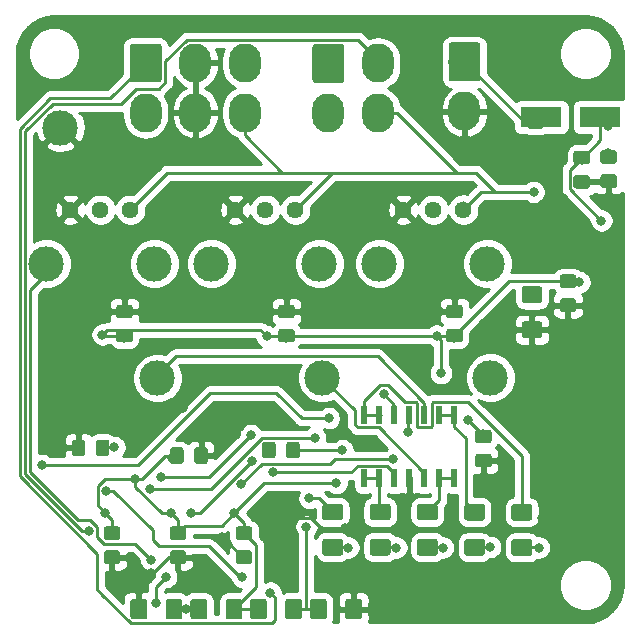
<source format=gbr>
G04 #@! TF.GenerationSoftware,KiCad,Pcbnew,(5.1.0)-1*
G04 #@! TF.CreationDate,2019-10-16T14:08:09+11:00*
G04 #@! TF.ProjectId,BSPD,42535044-2e6b-4696-9361-645f70636258,rev?*
G04 #@! TF.SameCoordinates,Original*
G04 #@! TF.FileFunction,Copper,L2,Bot*
G04 #@! TF.FilePolarity,Positive*
%FSLAX46Y46*%
G04 Gerber Fmt 4.6, Leading zero omitted, Abs format (unit mm)*
G04 Created by KiCad (PCBNEW (5.1.0)-1) date 2019-10-16 14:08:09*
%MOMM*%
%LPD*%
G04 APERTURE LIST*
%ADD10C,0.100000*%
%ADD11C,1.150000*%
%ADD12C,1.425000*%
%ADD13R,3.500000X1.800000*%
%ADD14O,2.700000X3.300000*%
%ADD15C,2.700000*%
%ADD16C,1.440000*%
%ADD17C,3.000000*%
%ADD18R,0.600000X1.500000*%
%ADD19C,0.800000*%
%ADD20C,0.250000*%
%ADD21C,0.254000*%
G04 APERTURE END LIST*
D10*
G36*
X89917505Y-93831204D02*
G01*
X89941773Y-93834804D01*
X89965572Y-93840765D01*
X89988671Y-93849030D01*
X90010850Y-93859520D01*
X90031893Y-93872132D01*
X90051599Y-93886747D01*
X90069777Y-93903223D01*
X90086253Y-93921401D01*
X90100868Y-93941107D01*
X90113480Y-93962150D01*
X90123970Y-93984329D01*
X90132235Y-94007428D01*
X90138196Y-94031227D01*
X90141796Y-94055495D01*
X90143000Y-94079999D01*
X90143000Y-94980001D01*
X90141796Y-95004505D01*
X90138196Y-95028773D01*
X90132235Y-95052572D01*
X90123970Y-95075671D01*
X90113480Y-95097850D01*
X90100868Y-95118893D01*
X90086253Y-95138599D01*
X90069777Y-95156777D01*
X90051599Y-95173253D01*
X90031893Y-95187868D01*
X90010850Y-95200480D01*
X89988671Y-95210970D01*
X89965572Y-95219235D01*
X89941773Y-95225196D01*
X89917505Y-95228796D01*
X89893001Y-95230000D01*
X89242999Y-95230000D01*
X89218495Y-95228796D01*
X89194227Y-95225196D01*
X89170428Y-95219235D01*
X89147329Y-95210970D01*
X89125150Y-95200480D01*
X89104107Y-95187868D01*
X89084401Y-95173253D01*
X89066223Y-95156777D01*
X89049747Y-95138599D01*
X89035132Y-95118893D01*
X89022520Y-95097850D01*
X89012030Y-95075671D01*
X89003765Y-95052572D01*
X88997804Y-95028773D01*
X88994204Y-95004505D01*
X88993000Y-94980001D01*
X88993000Y-94079999D01*
X88994204Y-94055495D01*
X88997804Y-94031227D01*
X89003765Y-94007428D01*
X89012030Y-93984329D01*
X89022520Y-93962150D01*
X89035132Y-93941107D01*
X89049747Y-93921401D01*
X89066223Y-93903223D01*
X89084401Y-93886747D01*
X89104107Y-93872132D01*
X89125150Y-93859520D01*
X89147329Y-93849030D01*
X89170428Y-93840765D01*
X89194227Y-93834804D01*
X89218495Y-93831204D01*
X89242999Y-93830000D01*
X89893001Y-93830000D01*
X89917505Y-93831204D01*
X89917505Y-93831204D01*
G37*
D11*
X89568000Y-94530000D03*
D10*
G36*
X91967505Y-93831204D02*
G01*
X91991773Y-93834804D01*
X92015572Y-93840765D01*
X92038671Y-93849030D01*
X92060850Y-93859520D01*
X92081893Y-93872132D01*
X92101599Y-93886747D01*
X92119777Y-93903223D01*
X92136253Y-93921401D01*
X92150868Y-93941107D01*
X92163480Y-93962150D01*
X92173970Y-93984329D01*
X92182235Y-94007428D01*
X92188196Y-94031227D01*
X92191796Y-94055495D01*
X92193000Y-94079999D01*
X92193000Y-94980001D01*
X92191796Y-95004505D01*
X92188196Y-95028773D01*
X92182235Y-95052572D01*
X92173970Y-95075671D01*
X92163480Y-95097850D01*
X92150868Y-95118893D01*
X92136253Y-95138599D01*
X92119777Y-95156777D01*
X92101599Y-95173253D01*
X92081893Y-95187868D01*
X92060850Y-95200480D01*
X92038671Y-95210970D01*
X92015572Y-95219235D01*
X91991773Y-95225196D01*
X91967505Y-95228796D01*
X91943001Y-95230000D01*
X91292999Y-95230000D01*
X91268495Y-95228796D01*
X91244227Y-95225196D01*
X91220428Y-95219235D01*
X91197329Y-95210970D01*
X91175150Y-95200480D01*
X91154107Y-95187868D01*
X91134401Y-95173253D01*
X91116223Y-95156777D01*
X91099747Y-95138599D01*
X91085132Y-95118893D01*
X91072520Y-95097850D01*
X91062030Y-95075671D01*
X91053765Y-95052572D01*
X91047804Y-95028773D01*
X91044204Y-95004505D01*
X91043000Y-94980001D01*
X91043000Y-94079999D01*
X91044204Y-94055495D01*
X91047804Y-94031227D01*
X91053765Y-94007428D01*
X91062030Y-93984329D01*
X91072520Y-93962150D01*
X91085132Y-93941107D01*
X91099747Y-93921401D01*
X91116223Y-93903223D01*
X91134401Y-93886747D01*
X91154107Y-93872132D01*
X91175150Y-93859520D01*
X91197329Y-93849030D01*
X91220428Y-93840765D01*
X91244227Y-93834804D01*
X91268495Y-93831204D01*
X91292999Y-93830000D01*
X91943001Y-93830000D01*
X91967505Y-93831204D01*
X91967505Y-93831204D01*
G37*
D11*
X91618000Y-94530000D03*
D10*
G36*
X73797505Y-93640704D02*
G01*
X73821773Y-93644304D01*
X73845572Y-93650265D01*
X73868671Y-93658530D01*
X73890850Y-93669020D01*
X73911893Y-93681632D01*
X73931599Y-93696247D01*
X73949777Y-93712723D01*
X73966253Y-93730901D01*
X73980868Y-93750607D01*
X73993480Y-93771650D01*
X74003970Y-93793829D01*
X74012235Y-93816928D01*
X74018196Y-93840727D01*
X74021796Y-93864995D01*
X74023000Y-93889499D01*
X74023000Y-94789501D01*
X74021796Y-94814005D01*
X74018196Y-94838273D01*
X74012235Y-94862072D01*
X74003970Y-94885171D01*
X73993480Y-94907350D01*
X73980868Y-94928393D01*
X73966253Y-94948099D01*
X73949777Y-94966277D01*
X73931599Y-94982753D01*
X73911893Y-94997368D01*
X73890850Y-95009980D01*
X73868671Y-95020470D01*
X73845572Y-95028735D01*
X73821773Y-95034696D01*
X73797505Y-95038296D01*
X73773001Y-95039500D01*
X73122999Y-95039500D01*
X73098495Y-95038296D01*
X73074227Y-95034696D01*
X73050428Y-95028735D01*
X73027329Y-95020470D01*
X73005150Y-95009980D01*
X72984107Y-94997368D01*
X72964401Y-94982753D01*
X72946223Y-94966277D01*
X72929747Y-94948099D01*
X72915132Y-94928393D01*
X72902520Y-94907350D01*
X72892030Y-94885171D01*
X72883765Y-94862072D01*
X72877804Y-94838273D01*
X72874204Y-94814005D01*
X72873000Y-94789501D01*
X72873000Y-93889499D01*
X72874204Y-93864995D01*
X72877804Y-93840727D01*
X72883765Y-93816928D01*
X72892030Y-93793829D01*
X72902520Y-93771650D01*
X72915132Y-93750607D01*
X72929747Y-93730901D01*
X72946223Y-93712723D01*
X72964401Y-93696247D01*
X72984107Y-93681632D01*
X73005150Y-93669020D01*
X73027329Y-93658530D01*
X73050428Y-93650265D01*
X73074227Y-93644304D01*
X73098495Y-93640704D01*
X73122999Y-93639500D01*
X73773001Y-93639500D01*
X73797505Y-93640704D01*
X73797505Y-93640704D01*
G37*
D11*
X73448000Y-94339500D03*
D10*
G36*
X75847505Y-93640704D02*
G01*
X75871773Y-93644304D01*
X75895572Y-93650265D01*
X75918671Y-93658530D01*
X75940850Y-93669020D01*
X75961893Y-93681632D01*
X75981599Y-93696247D01*
X75999777Y-93712723D01*
X76016253Y-93730901D01*
X76030868Y-93750607D01*
X76043480Y-93771650D01*
X76053970Y-93793829D01*
X76062235Y-93816928D01*
X76068196Y-93840727D01*
X76071796Y-93864995D01*
X76073000Y-93889499D01*
X76073000Y-94789501D01*
X76071796Y-94814005D01*
X76068196Y-94838273D01*
X76062235Y-94862072D01*
X76053970Y-94885171D01*
X76043480Y-94907350D01*
X76030868Y-94928393D01*
X76016253Y-94948099D01*
X75999777Y-94966277D01*
X75981599Y-94982753D01*
X75961893Y-94997368D01*
X75940850Y-95009980D01*
X75918671Y-95020470D01*
X75895572Y-95028735D01*
X75871773Y-95034696D01*
X75847505Y-95038296D01*
X75823001Y-95039500D01*
X75172999Y-95039500D01*
X75148495Y-95038296D01*
X75124227Y-95034696D01*
X75100428Y-95028735D01*
X75077329Y-95020470D01*
X75055150Y-95009980D01*
X75034107Y-94997368D01*
X75014401Y-94982753D01*
X74996223Y-94966277D01*
X74979747Y-94948099D01*
X74965132Y-94928393D01*
X74952520Y-94907350D01*
X74942030Y-94885171D01*
X74933765Y-94862072D01*
X74927804Y-94838273D01*
X74924204Y-94814005D01*
X74923000Y-94789501D01*
X74923000Y-93889499D01*
X74924204Y-93864995D01*
X74927804Y-93840727D01*
X74933765Y-93816928D01*
X74942030Y-93793829D01*
X74952520Y-93771650D01*
X74965132Y-93750607D01*
X74979747Y-93730901D01*
X74996223Y-93712723D01*
X75014401Y-93696247D01*
X75034107Y-93681632D01*
X75055150Y-93669020D01*
X75077329Y-93658530D01*
X75100428Y-93650265D01*
X75124227Y-93644304D01*
X75148495Y-93640704D01*
X75172999Y-93639500D01*
X75823001Y-93639500D01*
X75847505Y-93640704D01*
X75847505Y-93640704D01*
G37*
D11*
X75498000Y-94339500D03*
D10*
G36*
X95624004Y-99062204D02*
G01*
X95648273Y-99065804D01*
X95672071Y-99071765D01*
X95695171Y-99080030D01*
X95717349Y-99090520D01*
X95738393Y-99103133D01*
X95758098Y-99117747D01*
X95776277Y-99134223D01*
X95792753Y-99152402D01*
X95807367Y-99172107D01*
X95819980Y-99193151D01*
X95830470Y-99215329D01*
X95838735Y-99238429D01*
X95844696Y-99262227D01*
X95848296Y-99286496D01*
X95849500Y-99311000D01*
X95849500Y-100236000D01*
X95848296Y-100260504D01*
X95844696Y-100284773D01*
X95838735Y-100308571D01*
X95830470Y-100331671D01*
X95819980Y-100353849D01*
X95807367Y-100374893D01*
X95792753Y-100394598D01*
X95776277Y-100412777D01*
X95758098Y-100429253D01*
X95738393Y-100443867D01*
X95717349Y-100456480D01*
X95695171Y-100466970D01*
X95672071Y-100475235D01*
X95648273Y-100481196D01*
X95624004Y-100484796D01*
X95599500Y-100486000D01*
X94349500Y-100486000D01*
X94324996Y-100484796D01*
X94300727Y-100481196D01*
X94276929Y-100475235D01*
X94253829Y-100466970D01*
X94231651Y-100456480D01*
X94210607Y-100443867D01*
X94190902Y-100429253D01*
X94172723Y-100412777D01*
X94156247Y-100394598D01*
X94141633Y-100374893D01*
X94129020Y-100353849D01*
X94118530Y-100331671D01*
X94110265Y-100308571D01*
X94104304Y-100284773D01*
X94100704Y-100260504D01*
X94099500Y-100236000D01*
X94099500Y-99311000D01*
X94100704Y-99286496D01*
X94104304Y-99262227D01*
X94110265Y-99238429D01*
X94118530Y-99215329D01*
X94129020Y-99193151D01*
X94141633Y-99172107D01*
X94156247Y-99152402D01*
X94172723Y-99134223D01*
X94190902Y-99117747D01*
X94210607Y-99103133D01*
X94231651Y-99090520D01*
X94253829Y-99080030D01*
X94276929Y-99071765D01*
X94300727Y-99065804D01*
X94324996Y-99062204D01*
X94349500Y-99061000D01*
X95599500Y-99061000D01*
X95624004Y-99062204D01*
X95624004Y-99062204D01*
G37*
D12*
X94974500Y-99773500D03*
D10*
G36*
X95624004Y-102037204D02*
G01*
X95648273Y-102040804D01*
X95672071Y-102046765D01*
X95695171Y-102055030D01*
X95717349Y-102065520D01*
X95738393Y-102078133D01*
X95758098Y-102092747D01*
X95776277Y-102109223D01*
X95792753Y-102127402D01*
X95807367Y-102147107D01*
X95819980Y-102168151D01*
X95830470Y-102190329D01*
X95838735Y-102213429D01*
X95844696Y-102237227D01*
X95848296Y-102261496D01*
X95849500Y-102286000D01*
X95849500Y-103211000D01*
X95848296Y-103235504D01*
X95844696Y-103259773D01*
X95838735Y-103283571D01*
X95830470Y-103306671D01*
X95819980Y-103328849D01*
X95807367Y-103349893D01*
X95792753Y-103369598D01*
X95776277Y-103387777D01*
X95758098Y-103404253D01*
X95738393Y-103418867D01*
X95717349Y-103431480D01*
X95695171Y-103441970D01*
X95672071Y-103450235D01*
X95648273Y-103456196D01*
X95624004Y-103459796D01*
X95599500Y-103461000D01*
X94349500Y-103461000D01*
X94324996Y-103459796D01*
X94300727Y-103456196D01*
X94276929Y-103450235D01*
X94253829Y-103441970D01*
X94231651Y-103431480D01*
X94210607Y-103418867D01*
X94190902Y-103404253D01*
X94172723Y-103387777D01*
X94156247Y-103369598D01*
X94141633Y-103349893D01*
X94129020Y-103328849D01*
X94118530Y-103306671D01*
X94110265Y-103283571D01*
X94104304Y-103259773D01*
X94100704Y-103235504D01*
X94099500Y-103211000D01*
X94099500Y-102286000D01*
X94100704Y-102261496D01*
X94104304Y-102237227D01*
X94110265Y-102213429D01*
X94118530Y-102190329D01*
X94129020Y-102168151D01*
X94141633Y-102147107D01*
X94156247Y-102127402D01*
X94172723Y-102109223D01*
X94190902Y-102092747D01*
X94210607Y-102078133D01*
X94231651Y-102065520D01*
X94253829Y-102055030D01*
X94276929Y-102046765D01*
X94300727Y-102040804D01*
X94324996Y-102037204D01*
X94349500Y-102036000D01*
X95599500Y-102036000D01*
X95624004Y-102037204D01*
X95624004Y-102037204D01*
G37*
D12*
X94974500Y-102748500D03*
D10*
G36*
X77817505Y-84271204D02*
G01*
X77841773Y-84274804D01*
X77865572Y-84280765D01*
X77888671Y-84289030D01*
X77910850Y-84299520D01*
X77931893Y-84312132D01*
X77951599Y-84326747D01*
X77969777Y-84343223D01*
X77986253Y-84361401D01*
X78000868Y-84381107D01*
X78013480Y-84402150D01*
X78023970Y-84424329D01*
X78032235Y-84447428D01*
X78038196Y-84471227D01*
X78041796Y-84495495D01*
X78043000Y-84519999D01*
X78043000Y-85170001D01*
X78041796Y-85194505D01*
X78038196Y-85218773D01*
X78032235Y-85242572D01*
X78023970Y-85265671D01*
X78013480Y-85287850D01*
X78000868Y-85308893D01*
X77986253Y-85328599D01*
X77969777Y-85346777D01*
X77951599Y-85363253D01*
X77931893Y-85377868D01*
X77910850Y-85390480D01*
X77888671Y-85400970D01*
X77865572Y-85409235D01*
X77841773Y-85415196D01*
X77817505Y-85418796D01*
X77793001Y-85420000D01*
X76892999Y-85420000D01*
X76868495Y-85418796D01*
X76844227Y-85415196D01*
X76820428Y-85409235D01*
X76797329Y-85400970D01*
X76775150Y-85390480D01*
X76754107Y-85377868D01*
X76734401Y-85363253D01*
X76716223Y-85346777D01*
X76699747Y-85328599D01*
X76685132Y-85308893D01*
X76672520Y-85287850D01*
X76662030Y-85265671D01*
X76653765Y-85242572D01*
X76647804Y-85218773D01*
X76644204Y-85194505D01*
X76643000Y-85170001D01*
X76643000Y-84519999D01*
X76644204Y-84495495D01*
X76647804Y-84471227D01*
X76653765Y-84447428D01*
X76662030Y-84424329D01*
X76672520Y-84402150D01*
X76685132Y-84381107D01*
X76699747Y-84361401D01*
X76716223Y-84343223D01*
X76734401Y-84326747D01*
X76754107Y-84312132D01*
X76775150Y-84299520D01*
X76797329Y-84289030D01*
X76820428Y-84280765D01*
X76844227Y-84274804D01*
X76868495Y-84271204D01*
X76892999Y-84270000D01*
X77793001Y-84270000D01*
X77817505Y-84271204D01*
X77817505Y-84271204D01*
G37*
D11*
X77343000Y-84845000D03*
D10*
G36*
X77817505Y-82221204D02*
G01*
X77841773Y-82224804D01*
X77865572Y-82230765D01*
X77888671Y-82239030D01*
X77910850Y-82249520D01*
X77931893Y-82262132D01*
X77951599Y-82276747D01*
X77969777Y-82293223D01*
X77986253Y-82311401D01*
X78000868Y-82331107D01*
X78013480Y-82352150D01*
X78023970Y-82374329D01*
X78032235Y-82397428D01*
X78038196Y-82421227D01*
X78041796Y-82445495D01*
X78043000Y-82469999D01*
X78043000Y-83120001D01*
X78041796Y-83144505D01*
X78038196Y-83168773D01*
X78032235Y-83192572D01*
X78023970Y-83215671D01*
X78013480Y-83237850D01*
X78000868Y-83258893D01*
X77986253Y-83278599D01*
X77969777Y-83296777D01*
X77951599Y-83313253D01*
X77931893Y-83327868D01*
X77910850Y-83340480D01*
X77888671Y-83350970D01*
X77865572Y-83359235D01*
X77841773Y-83365196D01*
X77817505Y-83368796D01*
X77793001Y-83370000D01*
X76892999Y-83370000D01*
X76868495Y-83368796D01*
X76844227Y-83365196D01*
X76820428Y-83359235D01*
X76797329Y-83350970D01*
X76775150Y-83340480D01*
X76754107Y-83327868D01*
X76734401Y-83313253D01*
X76716223Y-83296777D01*
X76699747Y-83278599D01*
X76685132Y-83258893D01*
X76672520Y-83237850D01*
X76662030Y-83215671D01*
X76653765Y-83192572D01*
X76647804Y-83168773D01*
X76644204Y-83144505D01*
X76643000Y-83120001D01*
X76643000Y-82469999D01*
X76644204Y-82445495D01*
X76647804Y-82421227D01*
X76653765Y-82397428D01*
X76662030Y-82374329D01*
X76672520Y-82352150D01*
X76685132Y-82331107D01*
X76699747Y-82311401D01*
X76716223Y-82293223D01*
X76734401Y-82276747D01*
X76754107Y-82262132D01*
X76775150Y-82249520D01*
X76797329Y-82239030D01*
X76820428Y-82230765D01*
X76844227Y-82224804D01*
X76868495Y-82221204D01*
X76892999Y-82220000D01*
X77793001Y-82220000D01*
X77817505Y-82221204D01*
X77817505Y-82221204D01*
G37*
D11*
X77343000Y-82795000D03*
D10*
G36*
X91533505Y-82221204D02*
G01*
X91557773Y-82224804D01*
X91581572Y-82230765D01*
X91604671Y-82239030D01*
X91626850Y-82249520D01*
X91647893Y-82262132D01*
X91667599Y-82276747D01*
X91685777Y-82293223D01*
X91702253Y-82311401D01*
X91716868Y-82331107D01*
X91729480Y-82352150D01*
X91739970Y-82374329D01*
X91748235Y-82397428D01*
X91754196Y-82421227D01*
X91757796Y-82445495D01*
X91759000Y-82469999D01*
X91759000Y-83120001D01*
X91757796Y-83144505D01*
X91754196Y-83168773D01*
X91748235Y-83192572D01*
X91739970Y-83215671D01*
X91729480Y-83237850D01*
X91716868Y-83258893D01*
X91702253Y-83278599D01*
X91685777Y-83296777D01*
X91667599Y-83313253D01*
X91647893Y-83327868D01*
X91626850Y-83340480D01*
X91604671Y-83350970D01*
X91581572Y-83359235D01*
X91557773Y-83365196D01*
X91533505Y-83368796D01*
X91509001Y-83370000D01*
X90608999Y-83370000D01*
X90584495Y-83368796D01*
X90560227Y-83365196D01*
X90536428Y-83359235D01*
X90513329Y-83350970D01*
X90491150Y-83340480D01*
X90470107Y-83327868D01*
X90450401Y-83313253D01*
X90432223Y-83296777D01*
X90415747Y-83278599D01*
X90401132Y-83258893D01*
X90388520Y-83237850D01*
X90378030Y-83215671D01*
X90369765Y-83192572D01*
X90363804Y-83168773D01*
X90360204Y-83144505D01*
X90359000Y-83120001D01*
X90359000Y-82469999D01*
X90360204Y-82445495D01*
X90363804Y-82421227D01*
X90369765Y-82397428D01*
X90378030Y-82374329D01*
X90388520Y-82352150D01*
X90401132Y-82331107D01*
X90415747Y-82311401D01*
X90432223Y-82293223D01*
X90450401Y-82276747D01*
X90470107Y-82262132D01*
X90491150Y-82249520D01*
X90513329Y-82239030D01*
X90536428Y-82230765D01*
X90560227Y-82224804D01*
X90584495Y-82221204D01*
X90608999Y-82220000D01*
X91509001Y-82220000D01*
X91533505Y-82221204D01*
X91533505Y-82221204D01*
G37*
D11*
X91059000Y-82795000D03*
D10*
G36*
X91533505Y-84271204D02*
G01*
X91557773Y-84274804D01*
X91581572Y-84280765D01*
X91604671Y-84289030D01*
X91626850Y-84299520D01*
X91647893Y-84312132D01*
X91667599Y-84326747D01*
X91685777Y-84343223D01*
X91702253Y-84361401D01*
X91716868Y-84381107D01*
X91729480Y-84402150D01*
X91739970Y-84424329D01*
X91748235Y-84447428D01*
X91754196Y-84471227D01*
X91757796Y-84495495D01*
X91759000Y-84519999D01*
X91759000Y-85170001D01*
X91757796Y-85194505D01*
X91754196Y-85218773D01*
X91748235Y-85242572D01*
X91739970Y-85265671D01*
X91729480Y-85287850D01*
X91716868Y-85308893D01*
X91702253Y-85328599D01*
X91685777Y-85346777D01*
X91667599Y-85363253D01*
X91647893Y-85377868D01*
X91626850Y-85390480D01*
X91604671Y-85400970D01*
X91581572Y-85409235D01*
X91557773Y-85415196D01*
X91533505Y-85418796D01*
X91509001Y-85420000D01*
X90608999Y-85420000D01*
X90584495Y-85418796D01*
X90560227Y-85415196D01*
X90536428Y-85409235D01*
X90513329Y-85400970D01*
X90491150Y-85390480D01*
X90470107Y-85377868D01*
X90450401Y-85363253D01*
X90432223Y-85346777D01*
X90415747Y-85328599D01*
X90401132Y-85308893D01*
X90388520Y-85287850D01*
X90378030Y-85265671D01*
X90369765Y-85242572D01*
X90363804Y-85218773D01*
X90360204Y-85194505D01*
X90359000Y-85170001D01*
X90359000Y-84519999D01*
X90360204Y-84495495D01*
X90363804Y-84471227D01*
X90369765Y-84447428D01*
X90378030Y-84424329D01*
X90388520Y-84402150D01*
X90401132Y-84381107D01*
X90415747Y-84361401D01*
X90432223Y-84343223D01*
X90450401Y-84326747D01*
X90470107Y-84312132D01*
X90491150Y-84299520D01*
X90513329Y-84289030D01*
X90536428Y-84280765D01*
X90560227Y-84274804D01*
X90584495Y-84271204D01*
X90608999Y-84270000D01*
X91509001Y-84270000D01*
X91533505Y-84271204D01*
X91533505Y-84271204D01*
G37*
D11*
X91059000Y-84845000D03*
D10*
G36*
X105757505Y-82221204D02*
G01*
X105781773Y-82224804D01*
X105805572Y-82230765D01*
X105828671Y-82239030D01*
X105850850Y-82249520D01*
X105871893Y-82262132D01*
X105891599Y-82276747D01*
X105909777Y-82293223D01*
X105926253Y-82311401D01*
X105940868Y-82331107D01*
X105953480Y-82352150D01*
X105963970Y-82374329D01*
X105972235Y-82397428D01*
X105978196Y-82421227D01*
X105981796Y-82445495D01*
X105983000Y-82469999D01*
X105983000Y-83120001D01*
X105981796Y-83144505D01*
X105978196Y-83168773D01*
X105972235Y-83192572D01*
X105963970Y-83215671D01*
X105953480Y-83237850D01*
X105940868Y-83258893D01*
X105926253Y-83278599D01*
X105909777Y-83296777D01*
X105891599Y-83313253D01*
X105871893Y-83327868D01*
X105850850Y-83340480D01*
X105828671Y-83350970D01*
X105805572Y-83359235D01*
X105781773Y-83365196D01*
X105757505Y-83368796D01*
X105733001Y-83370000D01*
X104832999Y-83370000D01*
X104808495Y-83368796D01*
X104784227Y-83365196D01*
X104760428Y-83359235D01*
X104737329Y-83350970D01*
X104715150Y-83340480D01*
X104694107Y-83327868D01*
X104674401Y-83313253D01*
X104656223Y-83296777D01*
X104639747Y-83278599D01*
X104625132Y-83258893D01*
X104612520Y-83237850D01*
X104602030Y-83215671D01*
X104593765Y-83192572D01*
X104587804Y-83168773D01*
X104584204Y-83144505D01*
X104583000Y-83120001D01*
X104583000Y-82469999D01*
X104584204Y-82445495D01*
X104587804Y-82421227D01*
X104593765Y-82397428D01*
X104602030Y-82374329D01*
X104612520Y-82352150D01*
X104625132Y-82331107D01*
X104639747Y-82311401D01*
X104656223Y-82293223D01*
X104674401Y-82276747D01*
X104694107Y-82262132D01*
X104715150Y-82249520D01*
X104737329Y-82239030D01*
X104760428Y-82230765D01*
X104784227Y-82224804D01*
X104808495Y-82221204D01*
X104832999Y-82220000D01*
X105733001Y-82220000D01*
X105757505Y-82221204D01*
X105757505Y-82221204D01*
G37*
D11*
X105283000Y-82795000D03*
D10*
G36*
X105757505Y-84271204D02*
G01*
X105781773Y-84274804D01*
X105805572Y-84280765D01*
X105828671Y-84289030D01*
X105850850Y-84299520D01*
X105871893Y-84312132D01*
X105891599Y-84326747D01*
X105909777Y-84343223D01*
X105926253Y-84361401D01*
X105940868Y-84381107D01*
X105953480Y-84402150D01*
X105963970Y-84424329D01*
X105972235Y-84447428D01*
X105978196Y-84471227D01*
X105981796Y-84495495D01*
X105983000Y-84519999D01*
X105983000Y-85170001D01*
X105981796Y-85194505D01*
X105978196Y-85218773D01*
X105972235Y-85242572D01*
X105963970Y-85265671D01*
X105953480Y-85287850D01*
X105940868Y-85308893D01*
X105926253Y-85328599D01*
X105909777Y-85346777D01*
X105891599Y-85363253D01*
X105871893Y-85377868D01*
X105850850Y-85390480D01*
X105828671Y-85400970D01*
X105805572Y-85409235D01*
X105781773Y-85415196D01*
X105757505Y-85418796D01*
X105733001Y-85420000D01*
X104832999Y-85420000D01*
X104808495Y-85418796D01*
X104784227Y-85415196D01*
X104760428Y-85409235D01*
X104737329Y-85400970D01*
X104715150Y-85390480D01*
X104694107Y-85377868D01*
X104674401Y-85363253D01*
X104656223Y-85346777D01*
X104639747Y-85328599D01*
X104625132Y-85308893D01*
X104612520Y-85287850D01*
X104602030Y-85265671D01*
X104593765Y-85242572D01*
X104587804Y-85218773D01*
X104584204Y-85194505D01*
X104583000Y-85170001D01*
X104583000Y-84519999D01*
X104584204Y-84495495D01*
X104587804Y-84471227D01*
X104593765Y-84447428D01*
X104602030Y-84424329D01*
X104612520Y-84402150D01*
X104625132Y-84381107D01*
X104639747Y-84361401D01*
X104656223Y-84343223D01*
X104674401Y-84326747D01*
X104694107Y-84312132D01*
X104715150Y-84299520D01*
X104737329Y-84289030D01*
X104760428Y-84280765D01*
X104784227Y-84274804D01*
X104808495Y-84271204D01*
X104832999Y-84270000D01*
X105733001Y-84270000D01*
X105757505Y-84271204D01*
X105757505Y-84271204D01*
G37*
D11*
X105283000Y-84845000D03*
D10*
G36*
X108212505Y-92795204D02*
G01*
X108236773Y-92798804D01*
X108260572Y-92804765D01*
X108283671Y-92813030D01*
X108305850Y-92823520D01*
X108326893Y-92836132D01*
X108346599Y-92850747D01*
X108364777Y-92867223D01*
X108381253Y-92885401D01*
X108395868Y-92905107D01*
X108408480Y-92926150D01*
X108418970Y-92948329D01*
X108427235Y-92971428D01*
X108433196Y-92995227D01*
X108436796Y-93019495D01*
X108438000Y-93043999D01*
X108438000Y-93694001D01*
X108436796Y-93718505D01*
X108433196Y-93742773D01*
X108427235Y-93766572D01*
X108418970Y-93789671D01*
X108408480Y-93811850D01*
X108395868Y-93832893D01*
X108381253Y-93852599D01*
X108364777Y-93870777D01*
X108346599Y-93887253D01*
X108326893Y-93901868D01*
X108305850Y-93914480D01*
X108283671Y-93924970D01*
X108260572Y-93933235D01*
X108236773Y-93939196D01*
X108212505Y-93942796D01*
X108188001Y-93944000D01*
X107287999Y-93944000D01*
X107263495Y-93942796D01*
X107239227Y-93939196D01*
X107215428Y-93933235D01*
X107192329Y-93924970D01*
X107170150Y-93914480D01*
X107149107Y-93901868D01*
X107129401Y-93887253D01*
X107111223Y-93870777D01*
X107094747Y-93852599D01*
X107080132Y-93832893D01*
X107067520Y-93811850D01*
X107057030Y-93789671D01*
X107048765Y-93766572D01*
X107042804Y-93742773D01*
X107039204Y-93718505D01*
X107038000Y-93694001D01*
X107038000Y-93043999D01*
X107039204Y-93019495D01*
X107042804Y-92995227D01*
X107048765Y-92971428D01*
X107057030Y-92948329D01*
X107067520Y-92926150D01*
X107080132Y-92905107D01*
X107094747Y-92885401D01*
X107111223Y-92867223D01*
X107129401Y-92850747D01*
X107149107Y-92836132D01*
X107170150Y-92823520D01*
X107192329Y-92813030D01*
X107215428Y-92804765D01*
X107239227Y-92798804D01*
X107263495Y-92795204D01*
X107287999Y-92794000D01*
X108188001Y-92794000D01*
X108212505Y-92795204D01*
X108212505Y-92795204D01*
G37*
D11*
X107738000Y-93369000D03*
D10*
G36*
X108212505Y-94845204D02*
G01*
X108236773Y-94848804D01*
X108260572Y-94854765D01*
X108283671Y-94863030D01*
X108305850Y-94873520D01*
X108326893Y-94886132D01*
X108346599Y-94900747D01*
X108364777Y-94917223D01*
X108381253Y-94935401D01*
X108395868Y-94955107D01*
X108408480Y-94976150D01*
X108418970Y-94998329D01*
X108427235Y-95021428D01*
X108433196Y-95045227D01*
X108436796Y-95069495D01*
X108438000Y-95093999D01*
X108438000Y-95744001D01*
X108436796Y-95768505D01*
X108433196Y-95792773D01*
X108427235Y-95816572D01*
X108418970Y-95839671D01*
X108408480Y-95861850D01*
X108395868Y-95882893D01*
X108381253Y-95902599D01*
X108364777Y-95920777D01*
X108346599Y-95937253D01*
X108326893Y-95951868D01*
X108305850Y-95964480D01*
X108283671Y-95974970D01*
X108260572Y-95983235D01*
X108236773Y-95989196D01*
X108212505Y-95992796D01*
X108188001Y-95994000D01*
X107287999Y-95994000D01*
X107263495Y-95992796D01*
X107239227Y-95989196D01*
X107215428Y-95983235D01*
X107192329Y-95974970D01*
X107170150Y-95964480D01*
X107149107Y-95951868D01*
X107129401Y-95937253D01*
X107111223Y-95920777D01*
X107094747Y-95902599D01*
X107080132Y-95882893D01*
X107067520Y-95861850D01*
X107057030Y-95839671D01*
X107048765Y-95816572D01*
X107042804Y-95792773D01*
X107039204Y-95768505D01*
X107038000Y-95744001D01*
X107038000Y-95093999D01*
X107039204Y-95069495D01*
X107042804Y-95045227D01*
X107048765Y-95021428D01*
X107057030Y-94998329D01*
X107067520Y-94976150D01*
X107080132Y-94955107D01*
X107094747Y-94935401D01*
X107111223Y-94917223D01*
X107129401Y-94900747D01*
X107149107Y-94886132D01*
X107170150Y-94873520D01*
X107192329Y-94863030D01*
X107215428Y-94854765D01*
X107239227Y-94848804D01*
X107263495Y-94845204D01*
X107287999Y-94844000D01*
X108188001Y-94844000D01*
X108212505Y-94845204D01*
X108212505Y-94845204D01*
G37*
D11*
X107738000Y-95419000D03*
D10*
G36*
X116531005Y-71241204D02*
G01*
X116555273Y-71244804D01*
X116579072Y-71250765D01*
X116602171Y-71259030D01*
X116624350Y-71269520D01*
X116645393Y-71282132D01*
X116665099Y-71296747D01*
X116683277Y-71313223D01*
X116699753Y-71331401D01*
X116714368Y-71351107D01*
X116726980Y-71372150D01*
X116737470Y-71394329D01*
X116745735Y-71417428D01*
X116751696Y-71441227D01*
X116755296Y-71465495D01*
X116756500Y-71489999D01*
X116756500Y-72140001D01*
X116755296Y-72164505D01*
X116751696Y-72188773D01*
X116745735Y-72212572D01*
X116737470Y-72235671D01*
X116726980Y-72257850D01*
X116714368Y-72278893D01*
X116699753Y-72298599D01*
X116683277Y-72316777D01*
X116665099Y-72333253D01*
X116645393Y-72347868D01*
X116624350Y-72360480D01*
X116602171Y-72370970D01*
X116579072Y-72379235D01*
X116555273Y-72385196D01*
X116531005Y-72388796D01*
X116506501Y-72390000D01*
X115606499Y-72390000D01*
X115581995Y-72388796D01*
X115557727Y-72385196D01*
X115533928Y-72379235D01*
X115510829Y-72370970D01*
X115488650Y-72360480D01*
X115467607Y-72347868D01*
X115447901Y-72333253D01*
X115429723Y-72316777D01*
X115413247Y-72298599D01*
X115398632Y-72278893D01*
X115386020Y-72257850D01*
X115375530Y-72235671D01*
X115367265Y-72212572D01*
X115361304Y-72188773D01*
X115357704Y-72164505D01*
X115356500Y-72140001D01*
X115356500Y-71489999D01*
X115357704Y-71465495D01*
X115361304Y-71441227D01*
X115367265Y-71417428D01*
X115375530Y-71394329D01*
X115386020Y-71372150D01*
X115398632Y-71351107D01*
X115413247Y-71331401D01*
X115429723Y-71313223D01*
X115447901Y-71296747D01*
X115467607Y-71282132D01*
X115488650Y-71269520D01*
X115510829Y-71259030D01*
X115533928Y-71250765D01*
X115557727Y-71244804D01*
X115581995Y-71241204D01*
X115606499Y-71240000D01*
X116506501Y-71240000D01*
X116531005Y-71241204D01*
X116531005Y-71241204D01*
G37*
D11*
X116056500Y-71815000D03*
D10*
G36*
X116531005Y-69191204D02*
G01*
X116555273Y-69194804D01*
X116579072Y-69200765D01*
X116602171Y-69209030D01*
X116624350Y-69219520D01*
X116645393Y-69232132D01*
X116665099Y-69246747D01*
X116683277Y-69263223D01*
X116699753Y-69281401D01*
X116714368Y-69301107D01*
X116726980Y-69322150D01*
X116737470Y-69344329D01*
X116745735Y-69367428D01*
X116751696Y-69391227D01*
X116755296Y-69415495D01*
X116756500Y-69439999D01*
X116756500Y-70090001D01*
X116755296Y-70114505D01*
X116751696Y-70138773D01*
X116745735Y-70162572D01*
X116737470Y-70185671D01*
X116726980Y-70207850D01*
X116714368Y-70228893D01*
X116699753Y-70248599D01*
X116683277Y-70266777D01*
X116665099Y-70283253D01*
X116645393Y-70297868D01*
X116624350Y-70310480D01*
X116602171Y-70320970D01*
X116579072Y-70329235D01*
X116555273Y-70335196D01*
X116531005Y-70338796D01*
X116506501Y-70340000D01*
X115606499Y-70340000D01*
X115581995Y-70338796D01*
X115557727Y-70335196D01*
X115533928Y-70329235D01*
X115510829Y-70320970D01*
X115488650Y-70310480D01*
X115467607Y-70297868D01*
X115447901Y-70283253D01*
X115429723Y-70266777D01*
X115413247Y-70248599D01*
X115398632Y-70228893D01*
X115386020Y-70207850D01*
X115375530Y-70185671D01*
X115367265Y-70162572D01*
X115361304Y-70138773D01*
X115357704Y-70114505D01*
X115356500Y-70090001D01*
X115356500Y-69439999D01*
X115357704Y-69415495D01*
X115361304Y-69391227D01*
X115367265Y-69367428D01*
X115375530Y-69344329D01*
X115386020Y-69322150D01*
X115398632Y-69301107D01*
X115413247Y-69281401D01*
X115429723Y-69263223D01*
X115447901Y-69246747D01*
X115467607Y-69232132D01*
X115488650Y-69219520D01*
X115510829Y-69209030D01*
X115533928Y-69200765D01*
X115557727Y-69194804D01*
X115581995Y-69191204D01*
X115606499Y-69190000D01*
X116506501Y-69190000D01*
X116531005Y-69191204D01*
X116531005Y-69191204D01*
G37*
D11*
X116056500Y-69765000D03*
D10*
G36*
X82128505Y-94297204D02*
G01*
X82152773Y-94300804D01*
X82176572Y-94306765D01*
X82199671Y-94315030D01*
X82221850Y-94325520D01*
X82242893Y-94338132D01*
X82262599Y-94352747D01*
X82280777Y-94369223D01*
X82297253Y-94387401D01*
X82311868Y-94407107D01*
X82324480Y-94428150D01*
X82334970Y-94450329D01*
X82343235Y-94473428D01*
X82349196Y-94497227D01*
X82352796Y-94521495D01*
X82354000Y-94545999D01*
X82354000Y-95446001D01*
X82352796Y-95470505D01*
X82349196Y-95494773D01*
X82343235Y-95518572D01*
X82334970Y-95541671D01*
X82324480Y-95563850D01*
X82311868Y-95584893D01*
X82297253Y-95604599D01*
X82280777Y-95622777D01*
X82262599Y-95639253D01*
X82242893Y-95653868D01*
X82221850Y-95666480D01*
X82199671Y-95676970D01*
X82176572Y-95685235D01*
X82152773Y-95691196D01*
X82128505Y-95694796D01*
X82104001Y-95696000D01*
X81453999Y-95696000D01*
X81429495Y-95694796D01*
X81405227Y-95691196D01*
X81381428Y-95685235D01*
X81358329Y-95676970D01*
X81336150Y-95666480D01*
X81315107Y-95653868D01*
X81295401Y-95639253D01*
X81277223Y-95622777D01*
X81260747Y-95604599D01*
X81246132Y-95584893D01*
X81233520Y-95563850D01*
X81223030Y-95541671D01*
X81214765Y-95518572D01*
X81208804Y-95494773D01*
X81205204Y-95470505D01*
X81204000Y-95446001D01*
X81204000Y-94545999D01*
X81205204Y-94521495D01*
X81208804Y-94497227D01*
X81214765Y-94473428D01*
X81223030Y-94450329D01*
X81233520Y-94428150D01*
X81246132Y-94407107D01*
X81260747Y-94387401D01*
X81277223Y-94369223D01*
X81295401Y-94352747D01*
X81315107Y-94338132D01*
X81336150Y-94325520D01*
X81358329Y-94315030D01*
X81381428Y-94306765D01*
X81405227Y-94300804D01*
X81429495Y-94297204D01*
X81453999Y-94296000D01*
X82104001Y-94296000D01*
X82128505Y-94297204D01*
X82128505Y-94297204D01*
G37*
D11*
X81779000Y-94996000D03*
D10*
G36*
X84178505Y-94297204D02*
G01*
X84202773Y-94300804D01*
X84226572Y-94306765D01*
X84249671Y-94315030D01*
X84271850Y-94325520D01*
X84292893Y-94338132D01*
X84312599Y-94352747D01*
X84330777Y-94369223D01*
X84347253Y-94387401D01*
X84361868Y-94407107D01*
X84374480Y-94428150D01*
X84384970Y-94450329D01*
X84393235Y-94473428D01*
X84399196Y-94497227D01*
X84402796Y-94521495D01*
X84404000Y-94545999D01*
X84404000Y-95446001D01*
X84402796Y-95470505D01*
X84399196Y-95494773D01*
X84393235Y-95518572D01*
X84384970Y-95541671D01*
X84374480Y-95563850D01*
X84361868Y-95584893D01*
X84347253Y-95604599D01*
X84330777Y-95622777D01*
X84312599Y-95639253D01*
X84292893Y-95653868D01*
X84271850Y-95666480D01*
X84249671Y-95676970D01*
X84226572Y-95685235D01*
X84202773Y-95691196D01*
X84178505Y-95694796D01*
X84154001Y-95696000D01*
X83503999Y-95696000D01*
X83479495Y-95694796D01*
X83455227Y-95691196D01*
X83431428Y-95685235D01*
X83408329Y-95676970D01*
X83386150Y-95666480D01*
X83365107Y-95653868D01*
X83345401Y-95639253D01*
X83327223Y-95622777D01*
X83310747Y-95604599D01*
X83296132Y-95584893D01*
X83283520Y-95563850D01*
X83273030Y-95541671D01*
X83264765Y-95518572D01*
X83258804Y-95494773D01*
X83255204Y-95470505D01*
X83254000Y-95446001D01*
X83254000Y-94545999D01*
X83255204Y-94521495D01*
X83258804Y-94497227D01*
X83264765Y-94473428D01*
X83273030Y-94450329D01*
X83283520Y-94428150D01*
X83296132Y-94407107D01*
X83310747Y-94387401D01*
X83327223Y-94369223D01*
X83345401Y-94352747D01*
X83365107Y-94338132D01*
X83386150Y-94325520D01*
X83408329Y-94315030D01*
X83431428Y-94306765D01*
X83455227Y-94300804D01*
X83479495Y-94297204D01*
X83503999Y-94296000D01*
X84154001Y-94296000D01*
X84178505Y-94297204D01*
X84178505Y-94297204D01*
G37*
D11*
X83829000Y-94996000D03*
D10*
G36*
X118817005Y-69127704D02*
G01*
X118841273Y-69131304D01*
X118865072Y-69137265D01*
X118888171Y-69145530D01*
X118910350Y-69156020D01*
X118931393Y-69168632D01*
X118951099Y-69183247D01*
X118969277Y-69199723D01*
X118985753Y-69217901D01*
X119000368Y-69237607D01*
X119012980Y-69258650D01*
X119023470Y-69280829D01*
X119031735Y-69303928D01*
X119037696Y-69327727D01*
X119041296Y-69351995D01*
X119042500Y-69376499D01*
X119042500Y-70026501D01*
X119041296Y-70051005D01*
X119037696Y-70075273D01*
X119031735Y-70099072D01*
X119023470Y-70122171D01*
X119012980Y-70144350D01*
X119000368Y-70165393D01*
X118985753Y-70185099D01*
X118969277Y-70203277D01*
X118951099Y-70219753D01*
X118931393Y-70234368D01*
X118910350Y-70246980D01*
X118888171Y-70257470D01*
X118865072Y-70265735D01*
X118841273Y-70271696D01*
X118817005Y-70275296D01*
X118792501Y-70276500D01*
X117892499Y-70276500D01*
X117867995Y-70275296D01*
X117843727Y-70271696D01*
X117819928Y-70265735D01*
X117796829Y-70257470D01*
X117774650Y-70246980D01*
X117753607Y-70234368D01*
X117733901Y-70219753D01*
X117715723Y-70203277D01*
X117699247Y-70185099D01*
X117684632Y-70165393D01*
X117672020Y-70144350D01*
X117661530Y-70122171D01*
X117653265Y-70099072D01*
X117647304Y-70075273D01*
X117643704Y-70051005D01*
X117642500Y-70026501D01*
X117642500Y-69376499D01*
X117643704Y-69351995D01*
X117647304Y-69327727D01*
X117653265Y-69303928D01*
X117661530Y-69280829D01*
X117672020Y-69258650D01*
X117684632Y-69237607D01*
X117699247Y-69217901D01*
X117715723Y-69199723D01*
X117733901Y-69183247D01*
X117753607Y-69168632D01*
X117774650Y-69156020D01*
X117796829Y-69145530D01*
X117819928Y-69137265D01*
X117843727Y-69131304D01*
X117867995Y-69127704D01*
X117892499Y-69126500D01*
X118792501Y-69126500D01*
X118817005Y-69127704D01*
X118817005Y-69127704D01*
G37*
D11*
X118342500Y-69701500D03*
D10*
G36*
X118817005Y-71177704D02*
G01*
X118841273Y-71181304D01*
X118865072Y-71187265D01*
X118888171Y-71195530D01*
X118910350Y-71206020D01*
X118931393Y-71218632D01*
X118951099Y-71233247D01*
X118969277Y-71249723D01*
X118985753Y-71267901D01*
X119000368Y-71287607D01*
X119012980Y-71308650D01*
X119023470Y-71330829D01*
X119031735Y-71353928D01*
X119037696Y-71377727D01*
X119041296Y-71401995D01*
X119042500Y-71426499D01*
X119042500Y-72076501D01*
X119041296Y-72101005D01*
X119037696Y-72125273D01*
X119031735Y-72149072D01*
X119023470Y-72172171D01*
X119012980Y-72194350D01*
X119000368Y-72215393D01*
X118985753Y-72235099D01*
X118969277Y-72253277D01*
X118951099Y-72269753D01*
X118931393Y-72284368D01*
X118910350Y-72296980D01*
X118888171Y-72307470D01*
X118865072Y-72315735D01*
X118841273Y-72321696D01*
X118817005Y-72325296D01*
X118792501Y-72326500D01*
X117892499Y-72326500D01*
X117867995Y-72325296D01*
X117843727Y-72321696D01*
X117819928Y-72315735D01*
X117796829Y-72307470D01*
X117774650Y-72296980D01*
X117753607Y-72284368D01*
X117733901Y-72269753D01*
X117715723Y-72253277D01*
X117699247Y-72235099D01*
X117684632Y-72215393D01*
X117672020Y-72194350D01*
X117661530Y-72172171D01*
X117653265Y-72149072D01*
X117647304Y-72125273D01*
X117643704Y-72101005D01*
X117642500Y-72076501D01*
X117642500Y-71426499D01*
X117643704Y-71401995D01*
X117647304Y-71377727D01*
X117653265Y-71353928D01*
X117661530Y-71330829D01*
X117672020Y-71308650D01*
X117684632Y-71287607D01*
X117699247Y-71267901D01*
X117715723Y-71249723D01*
X117733901Y-71233247D01*
X117753607Y-71218632D01*
X117774650Y-71206020D01*
X117796829Y-71195530D01*
X117819928Y-71187265D01*
X117843727Y-71181304D01*
X117867995Y-71177704D01*
X117892499Y-71176500D01*
X118792501Y-71176500D01*
X118817005Y-71177704D01*
X118817005Y-71177704D01*
G37*
D11*
X118342500Y-71751500D03*
D10*
G36*
X115371505Y-79643204D02*
G01*
X115395773Y-79646804D01*
X115419572Y-79652765D01*
X115442671Y-79661030D01*
X115464850Y-79671520D01*
X115485893Y-79684132D01*
X115505599Y-79698747D01*
X115523777Y-79715223D01*
X115540253Y-79733401D01*
X115554868Y-79753107D01*
X115567480Y-79774150D01*
X115577970Y-79796329D01*
X115586235Y-79819428D01*
X115592196Y-79843227D01*
X115595796Y-79867495D01*
X115597000Y-79891999D01*
X115597000Y-80542001D01*
X115595796Y-80566505D01*
X115592196Y-80590773D01*
X115586235Y-80614572D01*
X115577970Y-80637671D01*
X115567480Y-80659850D01*
X115554868Y-80680893D01*
X115540253Y-80700599D01*
X115523777Y-80718777D01*
X115505599Y-80735253D01*
X115485893Y-80749868D01*
X115464850Y-80762480D01*
X115442671Y-80772970D01*
X115419572Y-80781235D01*
X115395773Y-80787196D01*
X115371505Y-80790796D01*
X115347001Y-80792000D01*
X114446999Y-80792000D01*
X114422495Y-80790796D01*
X114398227Y-80787196D01*
X114374428Y-80781235D01*
X114351329Y-80772970D01*
X114329150Y-80762480D01*
X114308107Y-80749868D01*
X114288401Y-80735253D01*
X114270223Y-80718777D01*
X114253747Y-80700599D01*
X114239132Y-80680893D01*
X114226520Y-80659850D01*
X114216030Y-80637671D01*
X114207765Y-80614572D01*
X114201804Y-80590773D01*
X114198204Y-80566505D01*
X114197000Y-80542001D01*
X114197000Y-79891999D01*
X114198204Y-79867495D01*
X114201804Y-79843227D01*
X114207765Y-79819428D01*
X114216030Y-79796329D01*
X114226520Y-79774150D01*
X114239132Y-79753107D01*
X114253747Y-79733401D01*
X114270223Y-79715223D01*
X114288401Y-79698747D01*
X114308107Y-79684132D01*
X114329150Y-79671520D01*
X114351329Y-79661030D01*
X114374428Y-79652765D01*
X114398227Y-79646804D01*
X114422495Y-79643204D01*
X114446999Y-79642000D01*
X115347001Y-79642000D01*
X115371505Y-79643204D01*
X115371505Y-79643204D01*
G37*
D11*
X114897000Y-80217000D03*
D10*
G36*
X115371505Y-81693204D02*
G01*
X115395773Y-81696804D01*
X115419572Y-81702765D01*
X115442671Y-81711030D01*
X115464850Y-81721520D01*
X115485893Y-81734132D01*
X115505599Y-81748747D01*
X115523777Y-81765223D01*
X115540253Y-81783401D01*
X115554868Y-81803107D01*
X115567480Y-81824150D01*
X115577970Y-81846329D01*
X115586235Y-81869428D01*
X115592196Y-81893227D01*
X115595796Y-81917495D01*
X115597000Y-81941999D01*
X115597000Y-82592001D01*
X115595796Y-82616505D01*
X115592196Y-82640773D01*
X115586235Y-82664572D01*
X115577970Y-82687671D01*
X115567480Y-82709850D01*
X115554868Y-82730893D01*
X115540253Y-82750599D01*
X115523777Y-82768777D01*
X115505599Y-82785253D01*
X115485893Y-82799868D01*
X115464850Y-82812480D01*
X115442671Y-82822970D01*
X115419572Y-82831235D01*
X115395773Y-82837196D01*
X115371505Y-82840796D01*
X115347001Y-82842000D01*
X114446999Y-82842000D01*
X114422495Y-82840796D01*
X114398227Y-82837196D01*
X114374428Y-82831235D01*
X114351329Y-82822970D01*
X114329150Y-82812480D01*
X114308107Y-82799868D01*
X114288401Y-82785253D01*
X114270223Y-82768777D01*
X114253747Y-82750599D01*
X114239132Y-82730893D01*
X114226520Y-82709850D01*
X114216030Y-82687671D01*
X114207765Y-82664572D01*
X114201804Y-82640773D01*
X114198204Y-82616505D01*
X114197000Y-82592001D01*
X114197000Y-81941999D01*
X114198204Y-81917495D01*
X114201804Y-81893227D01*
X114207765Y-81869428D01*
X114216030Y-81846329D01*
X114226520Y-81824150D01*
X114239132Y-81803107D01*
X114253747Y-81783401D01*
X114270223Y-81765223D01*
X114288401Y-81748747D01*
X114308107Y-81734132D01*
X114329150Y-81721520D01*
X114351329Y-81711030D01*
X114374428Y-81702765D01*
X114398227Y-81696804D01*
X114422495Y-81693204D01*
X114446999Y-81692000D01*
X115347001Y-81692000D01*
X115371505Y-81693204D01*
X115371505Y-81693204D01*
G37*
D11*
X114897000Y-82267000D03*
D10*
G36*
X76763505Y-103029204D02*
G01*
X76787773Y-103032804D01*
X76811572Y-103038765D01*
X76834671Y-103047030D01*
X76856850Y-103057520D01*
X76877893Y-103070132D01*
X76897599Y-103084747D01*
X76915777Y-103101223D01*
X76932253Y-103119401D01*
X76946868Y-103139107D01*
X76959480Y-103160150D01*
X76969970Y-103182329D01*
X76978235Y-103205428D01*
X76984196Y-103229227D01*
X76987796Y-103253495D01*
X76989000Y-103277999D01*
X76989000Y-103928001D01*
X76987796Y-103952505D01*
X76984196Y-103976773D01*
X76978235Y-104000572D01*
X76969970Y-104023671D01*
X76959480Y-104045850D01*
X76946868Y-104066893D01*
X76932253Y-104086599D01*
X76915777Y-104104777D01*
X76897599Y-104121253D01*
X76877893Y-104135868D01*
X76856850Y-104148480D01*
X76834671Y-104158970D01*
X76811572Y-104167235D01*
X76787773Y-104173196D01*
X76763505Y-104176796D01*
X76739001Y-104178000D01*
X75838999Y-104178000D01*
X75814495Y-104176796D01*
X75790227Y-104173196D01*
X75766428Y-104167235D01*
X75743329Y-104158970D01*
X75721150Y-104148480D01*
X75700107Y-104135868D01*
X75680401Y-104121253D01*
X75662223Y-104104777D01*
X75645747Y-104086599D01*
X75631132Y-104066893D01*
X75618520Y-104045850D01*
X75608030Y-104023671D01*
X75599765Y-104000572D01*
X75593804Y-103976773D01*
X75590204Y-103952505D01*
X75589000Y-103928001D01*
X75589000Y-103277999D01*
X75590204Y-103253495D01*
X75593804Y-103229227D01*
X75599765Y-103205428D01*
X75608030Y-103182329D01*
X75618520Y-103160150D01*
X75631132Y-103139107D01*
X75645747Y-103119401D01*
X75662223Y-103101223D01*
X75680401Y-103084747D01*
X75700107Y-103070132D01*
X75721150Y-103057520D01*
X75743329Y-103047030D01*
X75766428Y-103038765D01*
X75790227Y-103032804D01*
X75814495Y-103029204D01*
X75838999Y-103028000D01*
X76739001Y-103028000D01*
X76763505Y-103029204D01*
X76763505Y-103029204D01*
G37*
D11*
X76289000Y-103603000D03*
D10*
G36*
X76763505Y-100979204D02*
G01*
X76787773Y-100982804D01*
X76811572Y-100988765D01*
X76834671Y-100997030D01*
X76856850Y-101007520D01*
X76877893Y-101020132D01*
X76897599Y-101034747D01*
X76915777Y-101051223D01*
X76932253Y-101069401D01*
X76946868Y-101089107D01*
X76959480Y-101110150D01*
X76969970Y-101132329D01*
X76978235Y-101155428D01*
X76984196Y-101179227D01*
X76987796Y-101203495D01*
X76989000Y-101227999D01*
X76989000Y-101878001D01*
X76987796Y-101902505D01*
X76984196Y-101926773D01*
X76978235Y-101950572D01*
X76969970Y-101973671D01*
X76959480Y-101995850D01*
X76946868Y-102016893D01*
X76932253Y-102036599D01*
X76915777Y-102054777D01*
X76897599Y-102071253D01*
X76877893Y-102085868D01*
X76856850Y-102098480D01*
X76834671Y-102108970D01*
X76811572Y-102117235D01*
X76787773Y-102123196D01*
X76763505Y-102126796D01*
X76739001Y-102128000D01*
X75838999Y-102128000D01*
X75814495Y-102126796D01*
X75790227Y-102123196D01*
X75766428Y-102117235D01*
X75743329Y-102108970D01*
X75721150Y-102098480D01*
X75700107Y-102085868D01*
X75680401Y-102071253D01*
X75662223Y-102054777D01*
X75645747Y-102036599D01*
X75631132Y-102016893D01*
X75618520Y-101995850D01*
X75608030Y-101973671D01*
X75599765Y-101950572D01*
X75593804Y-101926773D01*
X75590204Y-101902505D01*
X75589000Y-101878001D01*
X75589000Y-101227999D01*
X75590204Y-101203495D01*
X75593804Y-101179227D01*
X75599765Y-101155428D01*
X75608030Y-101132329D01*
X75618520Y-101110150D01*
X75631132Y-101089107D01*
X75645747Y-101069401D01*
X75662223Y-101051223D01*
X75680401Y-101034747D01*
X75700107Y-101020132D01*
X75721150Y-101007520D01*
X75743329Y-100997030D01*
X75766428Y-100988765D01*
X75790227Y-100982804D01*
X75814495Y-100979204D01*
X75838999Y-100978000D01*
X76739001Y-100978000D01*
X76763505Y-100979204D01*
X76763505Y-100979204D01*
G37*
D11*
X76289000Y-101553000D03*
D10*
G36*
X82351505Y-100979204D02*
G01*
X82375773Y-100982804D01*
X82399572Y-100988765D01*
X82422671Y-100997030D01*
X82444850Y-101007520D01*
X82465893Y-101020132D01*
X82485599Y-101034747D01*
X82503777Y-101051223D01*
X82520253Y-101069401D01*
X82534868Y-101089107D01*
X82547480Y-101110150D01*
X82557970Y-101132329D01*
X82566235Y-101155428D01*
X82572196Y-101179227D01*
X82575796Y-101203495D01*
X82577000Y-101227999D01*
X82577000Y-101878001D01*
X82575796Y-101902505D01*
X82572196Y-101926773D01*
X82566235Y-101950572D01*
X82557970Y-101973671D01*
X82547480Y-101995850D01*
X82534868Y-102016893D01*
X82520253Y-102036599D01*
X82503777Y-102054777D01*
X82485599Y-102071253D01*
X82465893Y-102085868D01*
X82444850Y-102098480D01*
X82422671Y-102108970D01*
X82399572Y-102117235D01*
X82375773Y-102123196D01*
X82351505Y-102126796D01*
X82327001Y-102128000D01*
X81426999Y-102128000D01*
X81402495Y-102126796D01*
X81378227Y-102123196D01*
X81354428Y-102117235D01*
X81331329Y-102108970D01*
X81309150Y-102098480D01*
X81288107Y-102085868D01*
X81268401Y-102071253D01*
X81250223Y-102054777D01*
X81233747Y-102036599D01*
X81219132Y-102016893D01*
X81206520Y-101995850D01*
X81196030Y-101973671D01*
X81187765Y-101950572D01*
X81181804Y-101926773D01*
X81178204Y-101902505D01*
X81177000Y-101878001D01*
X81177000Y-101227999D01*
X81178204Y-101203495D01*
X81181804Y-101179227D01*
X81187765Y-101155428D01*
X81196030Y-101132329D01*
X81206520Y-101110150D01*
X81219132Y-101089107D01*
X81233747Y-101069401D01*
X81250223Y-101051223D01*
X81268401Y-101034747D01*
X81288107Y-101020132D01*
X81309150Y-101007520D01*
X81331329Y-100997030D01*
X81354428Y-100988765D01*
X81378227Y-100982804D01*
X81402495Y-100979204D01*
X81426999Y-100978000D01*
X82327001Y-100978000D01*
X82351505Y-100979204D01*
X82351505Y-100979204D01*
G37*
D11*
X81877000Y-101553000D03*
D10*
G36*
X82351505Y-103029204D02*
G01*
X82375773Y-103032804D01*
X82399572Y-103038765D01*
X82422671Y-103047030D01*
X82444850Y-103057520D01*
X82465893Y-103070132D01*
X82485599Y-103084747D01*
X82503777Y-103101223D01*
X82520253Y-103119401D01*
X82534868Y-103139107D01*
X82547480Y-103160150D01*
X82557970Y-103182329D01*
X82566235Y-103205428D01*
X82572196Y-103229227D01*
X82575796Y-103253495D01*
X82577000Y-103277999D01*
X82577000Y-103928001D01*
X82575796Y-103952505D01*
X82572196Y-103976773D01*
X82566235Y-104000572D01*
X82557970Y-104023671D01*
X82547480Y-104045850D01*
X82534868Y-104066893D01*
X82520253Y-104086599D01*
X82503777Y-104104777D01*
X82485599Y-104121253D01*
X82465893Y-104135868D01*
X82444850Y-104148480D01*
X82422671Y-104158970D01*
X82399572Y-104167235D01*
X82375773Y-104173196D01*
X82351505Y-104176796D01*
X82327001Y-104178000D01*
X81426999Y-104178000D01*
X81402495Y-104176796D01*
X81378227Y-104173196D01*
X81354428Y-104167235D01*
X81331329Y-104158970D01*
X81309150Y-104148480D01*
X81288107Y-104135868D01*
X81268401Y-104121253D01*
X81250223Y-104104777D01*
X81233747Y-104086599D01*
X81219132Y-104066893D01*
X81206520Y-104045850D01*
X81196030Y-104023671D01*
X81187765Y-104000572D01*
X81181804Y-103976773D01*
X81178204Y-103952505D01*
X81177000Y-103928001D01*
X81177000Y-103277999D01*
X81178204Y-103253495D01*
X81181804Y-103229227D01*
X81187765Y-103205428D01*
X81196030Y-103182329D01*
X81206520Y-103160150D01*
X81219132Y-103139107D01*
X81233747Y-103119401D01*
X81250223Y-103101223D01*
X81268401Y-103084747D01*
X81288107Y-103070132D01*
X81309150Y-103057520D01*
X81331329Y-103047030D01*
X81354428Y-103038765D01*
X81378227Y-103032804D01*
X81402495Y-103029204D01*
X81426999Y-103028000D01*
X82327001Y-103028000D01*
X82351505Y-103029204D01*
X82351505Y-103029204D01*
G37*
D11*
X81877000Y-103603000D03*
D10*
G36*
X87939505Y-103029204D02*
G01*
X87963773Y-103032804D01*
X87987572Y-103038765D01*
X88010671Y-103047030D01*
X88032850Y-103057520D01*
X88053893Y-103070132D01*
X88073599Y-103084747D01*
X88091777Y-103101223D01*
X88108253Y-103119401D01*
X88122868Y-103139107D01*
X88135480Y-103160150D01*
X88145970Y-103182329D01*
X88154235Y-103205428D01*
X88160196Y-103229227D01*
X88163796Y-103253495D01*
X88165000Y-103277999D01*
X88165000Y-103928001D01*
X88163796Y-103952505D01*
X88160196Y-103976773D01*
X88154235Y-104000572D01*
X88145970Y-104023671D01*
X88135480Y-104045850D01*
X88122868Y-104066893D01*
X88108253Y-104086599D01*
X88091777Y-104104777D01*
X88073599Y-104121253D01*
X88053893Y-104135868D01*
X88032850Y-104148480D01*
X88010671Y-104158970D01*
X87987572Y-104167235D01*
X87963773Y-104173196D01*
X87939505Y-104176796D01*
X87915001Y-104178000D01*
X87014999Y-104178000D01*
X86990495Y-104176796D01*
X86966227Y-104173196D01*
X86942428Y-104167235D01*
X86919329Y-104158970D01*
X86897150Y-104148480D01*
X86876107Y-104135868D01*
X86856401Y-104121253D01*
X86838223Y-104104777D01*
X86821747Y-104086599D01*
X86807132Y-104066893D01*
X86794520Y-104045850D01*
X86784030Y-104023671D01*
X86775765Y-104000572D01*
X86769804Y-103976773D01*
X86766204Y-103952505D01*
X86765000Y-103928001D01*
X86765000Y-103277999D01*
X86766204Y-103253495D01*
X86769804Y-103229227D01*
X86775765Y-103205428D01*
X86784030Y-103182329D01*
X86794520Y-103160150D01*
X86807132Y-103139107D01*
X86821747Y-103119401D01*
X86838223Y-103101223D01*
X86856401Y-103084747D01*
X86876107Y-103070132D01*
X86897150Y-103057520D01*
X86919329Y-103047030D01*
X86942428Y-103038765D01*
X86966227Y-103032804D01*
X86990495Y-103029204D01*
X87014999Y-103028000D01*
X87915001Y-103028000D01*
X87939505Y-103029204D01*
X87939505Y-103029204D01*
G37*
D11*
X87465000Y-103603000D03*
D10*
G36*
X87939505Y-100979204D02*
G01*
X87963773Y-100982804D01*
X87987572Y-100988765D01*
X88010671Y-100997030D01*
X88032850Y-101007520D01*
X88053893Y-101020132D01*
X88073599Y-101034747D01*
X88091777Y-101051223D01*
X88108253Y-101069401D01*
X88122868Y-101089107D01*
X88135480Y-101110150D01*
X88145970Y-101132329D01*
X88154235Y-101155428D01*
X88160196Y-101179227D01*
X88163796Y-101203495D01*
X88165000Y-101227999D01*
X88165000Y-101878001D01*
X88163796Y-101902505D01*
X88160196Y-101926773D01*
X88154235Y-101950572D01*
X88145970Y-101973671D01*
X88135480Y-101995850D01*
X88122868Y-102016893D01*
X88108253Y-102036599D01*
X88091777Y-102054777D01*
X88073599Y-102071253D01*
X88053893Y-102085868D01*
X88032850Y-102098480D01*
X88010671Y-102108970D01*
X87987572Y-102117235D01*
X87963773Y-102123196D01*
X87939505Y-102126796D01*
X87915001Y-102128000D01*
X87014999Y-102128000D01*
X86990495Y-102126796D01*
X86966227Y-102123196D01*
X86942428Y-102117235D01*
X86919329Y-102108970D01*
X86897150Y-102098480D01*
X86876107Y-102085868D01*
X86856401Y-102071253D01*
X86838223Y-102054777D01*
X86821747Y-102036599D01*
X86807132Y-102016893D01*
X86794520Y-101995850D01*
X86784030Y-101973671D01*
X86775765Y-101950572D01*
X86769804Y-101926773D01*
X86766204Y-101902505D01*
X86765000Y-101878001D01*
X86765000Y-101227999D01*
X86766204Y-101203495D01*
X86769804Y-101179227D01*
X86775765Y-101155428D01*
X86784030Y-101132329D01*
X86794520Y-101110150D01*
X86807132Y-101089107D01*
X86821747Y-101069401D01*
X86838223Y-101051223D01*
X86856401Y-101034747D01*
X86876107Y-101020132D01*
X86897150Y-101007520D01*
X86919329Y-100997030D01*
X86942428Y-100988765D01*
X86966227Y-100982804D01*
X86990495Y-100979204D01*
X87014999Y-100978000D01*
X87915001Y-100978000D01*
X87939505Y-100979204D01*
X87939505Y-100979204D01*
G37*
D11*
X87465000Y-101553000D03*
D13*
X117644000Y-66336000D03*
X112644000Y-66336000D03*
D14*
X83339000Y-61755000D03*
X79139000Y-65955000D03*
X87539000Y-65955000D03*
X83339000Y-65955000D03*
X87539000Y-61755000D03*
D10*
G36*
X80263503Y-60106204D02*
G01*
X80287772Y-60109804D01*
X80311570Y-60115765D01*
X80334670Y-60124030D01*
X80356849Y-60134520D01*
X80377892Y-60147133D01*
X80397598Y-60161748D01*
X80415776Y-60178224D01*
X80432252Y-60196402D01*
X80446867Y-60216108D01*
X80459480Y-60237151D01*
X80469970Y-60259330D01*
X80478235Y-60282430D01*
X80484196Y-60306228D01*
X80487796Y-60330497D01*
X80489000Y-60355001D01*
X80489000Y-63154999D01*
X80487796Y-63179503D01*
X80484196Y-63203772D01*
X80478235Y-63227570D01*
X80469970Y-63250670D01*
X80459480Y-63272849D01*
X80446867Y-63293892D01*
X80432252Y-63313598D01*
X80415776Y-63331776D01*
X80397598Y-63348252D01*
X80377892Y-63362867D01*
X80356849Y-63375480D01*
X80334670Y-63385970D01*
X80311570Y-63394235D01*
X80287772Y-63400196D01*
X80263503Y-63403796D01*
X80238999Y-63405000D01*
X78039001Y-63405000D01*
X78014497Y-63403796D01*
X77990228Y-63400196D01*
X77966430Y-63394235D01*
X77943330Y-63385970D01*
X77921151Y-63375480D01*
X77900108Y-63362867D01*
X77880402Y-63348252D01*
X77862224Y-63331776D01*
X77845748Y-63313598D01*
X77831133Y-63293892D01*
X77818520Y-63272849D01*
X77808030Y-63250670D01*
X77799765Y-63227570D01*
X77793804Y-63203772D01*
X77790204Y-63179503D01*
X77789000Y-63154999D01*
X77789000Y-60355001D01*
X77790204Y-60330497D01*
X77793804Y-60306228D01*
X77799765Y-60282430D01*
X77808030Y-60259330D01*
X77818520Y-60237151D01*
X77831133Y-60216108D01*
X77845748Y-60196402D01*
X77862224Y-60178224D01*
X77880402Y-60161748D01*
X77900108Y-60147133D01*
X77921151Y-60134520D01*
X77943330Y-60124030D01*
X77966430Y-60115765D01*
X77990228Y-60109804D01*
X78014497Y-60106204D01*
X78039001Y-60105000D01*
X80238999Y-60105000D01*
X80263503Y-60106204D01*
X80263503Y-60106204D01*
G37*
D15*
X79139000Y-61755000D03*
D10*
G36*
X95739503Y-60138204D02*
G01*
X95763772Y-60141804D01*
X95787570Y-60147765D01*
X95810670Y-60156030D01*
X95832849Y-60166520D01*
X95853892Y-60179133D01*
X95873598Y-60193748D01*
X95891776Y-60210224D01*
X95908252Y-60228402D01*
X95922867Y-60248108D01*
X95935480Y-60269151D01*
X95945970Y-60291330D01*
X95954235Y-60314430D01*
X95960196Y-60338228D01*
X95963796Y-60362497D01*
X95965000Y-60387001D01*
X95965000Y-63186999D01*
X95963796Y-63211503D01*
X95960196Y-63235772D01*
X95954235Y-63259570D01*
X95945970Y-63282670D01*
X95935480Y-63304849D01*
X95922867Y-63325892D01*
X95908252Y-63345598D01*
X95891776Y-63363776D01*
X95873598Y-63380252D01*
X95853892Y-63394867D01*
X95832849Y-63407480D01*
X95810670Y-63417970D01*
X95787570Y-63426235D01*
X95763772Y-63432196D01*
X95739503Y-63435796D01*
X95714999Y-63437000D01*
X93515001Y-63437000D01*
X93490497Y-63435796D01*
X93466228Y-63432196D01*
X93442430Y-63426235D01*
X93419330Y-63417970D01*
X93397151Y-63407480D01*
X93376108Y-63394867D01*
X93356402Y-63380252D01*
X93338224Y-63363776D01*
X93321748Y-63345598D01*
X93307133Y-63325892D01*
X93294520Y-63304849D01*
X93284030Y-63282670D01*
X93275765Y-63259570D01*
X93269804Y-63235772D01*
X93266204Y-63211503D01*
X93265000Y-63186999D01*
X93265000Y-60387001D01*
X93266204Y-60362497D01*
X93269804Y-60338228D01*
X93275765Y-60314430D01*
X93284030Y-60291330D01*
X93294520Y-60269151D01*
X93307133Y-60248108D01*
X93321748Y-60228402D01*
X93338224Y-60210224D01*
X93356402Y-60193748D01*
X93376108Y-60179133D01*
X93397151Y-60166520D01*
X93419330Y-60156030D01*
X93442430Y-60147765D01*
X93466228Y-60141804D01*
X93490497Y-60138204D01*
X93515001Y-60137000D01*
X95714999Y-60137000D01*
X95739503Y-60138204D01*
X95739503Y-60138204D01*
G37*
D15*
X94615000Y-61787000D03*
D14*
X98815000Y-61787000D03*
X94615000Y-65987000D03*
X98815000Y-65987000D03*
X106134000Y-65855000D03*
D10*
G36*
X107258503Y-60006204D02*
G01*
X107282772Y-60009804D01*
X107306570Y-60015765D01*
X107329670Y-60024030D01*
X107351849Y-60034520D01*
X107372892Y-60047133D01*
X107392598Y-60061748D01*
X107410776Y-60078224D01*
X107427252Y-60096402D01*
X107441867Y-60116108D01*
X107454480Y-60137151D01*
X107464970Y-60159330D01*
X107473235Y-60182430D01*
X107479196Y-60206228D01*
X107482796Y-60230497D01*
X107484000Y-60255001D01*
X107484000Y-63054999D01*
X107482796Y-63079503D01*
X107479196Y-63103772D01*
X107473235Y-63127570D01*
X107464970Y-63150670D01*
X107454480Y-63172849D01*
X107441867Y-63193892D01*
X107427252Y-63213598D01*
X107410776Y-63231776D01*
X107392598Y-63248252D01*
X107372892Y-63262867D01*
X107351849Y-63275480D01*
X107329670Y-63285970D01*
X107306570Y-63294235D01*
X107282772Y-63300196D01*
X107258503Y-63303796D01*
X107233999Y-63305000D01*
X105034001Y-63305000D01*
X105009497Y-63303796D01*
X104985228Y-63300196D01*
X104961430Y-63294235D01*
X104938330Y-63285970D01*
X104916151Y-63275480D01*
X104895108Y-63262867D01*
X104875402Y-63248252D01*
X104857224Y-63231776D01*
X104840748Y-63213598D01*
X104826133Y-63193892D01*
X104813520Y-63172849D01*
X104803030Y-63150670D01*
X104794765Y-63127570D01*
X104788804Y-63103772D01*
X104785204Y-63079503D01*
X104784000Y-63054999D01*
X104784000Y-60255001D01*
X104785204Y-60230497D01*
X104788804Y-60206228D01*
X104794765Y-60182430D01*
X104803030Y-60159330D01*
X104813520Y-60137151D01*
X104826133Y-60116108D01*
X104840748Y-60096402D01*
X104857224Y-60078224D01*
X104875402Y-60061748D01*
X104895108Y-60047133D01*
X104916151Y-60034520D01*
X104938330Y-60024030D01*
X104961430Y-60015765D01*
X104985228Y-60009804D01*
X105009497Y-60006204D01*
X105034001Y-60005000D01*
X107233999Y-60005000D01*
X107258503Y-60006204D01*
X107258503Y-60006204D01*
G37*
D15*
X106134000Y-61655000D03*
D10*
G36*
X111629904Y-102057104D02*
G01*
X111654173Y-102060704D01*
X111677971Y-102066665D01*
X111701071Y-102074930D01*
X111723249Y-102085420D01*
X111744293Y-102098033D01*
X111763998Y-102112647D01*
X111782177Y-102129123D01*
X111798653Y-102147302D01*
X111813267Y-102167007D01*
X111825880Y-102188051D01*
X111836370Y-102210229D01*
X111844635Y-102233329D01*
X111850596Y-102257127D01*
X111854196Y-102281396D01*
X111855400Y-102305900D01*
X111855400Y-103230900D01*
X111854196Y-103255404D01*
X111850596Y-103279673D01*
X111844635Y-103303471D01*
X111836370Y-103326571D01*
X111825880Y-103348749D01*
X111813267Y-103369793D01*
X111798653Y-103389498D01*
X111782177Y-103407677D01*
X111763998Y-103424153D01*
X111744293Y-103438767D01*
X111723249Y-103451380D01*
X111701071Y-103461870D01*
X111677971Y-103470135D01*
X111654173Y-103476096D01*
X111629904Y-103479696D01*
X111605400Y-103480900D01*
X110355400Y-103480900D01*
X110330896Y-103479696D01*
X110306627Y-103476096D01*
X110282829Y-103470135D01*
X110259729Y-103461870D01*
X110237551Y-103451380D01*
X110216507Y-103438767D01*
X110196802Y-103424153D01*
X110178623Y-103407677D01*
X110162147Y-103389498D01*
X110147533Y-103369793D01*
X110134920Y-103348749D01*
X110124430Y-103326571D01*
X110116165Y-103303471D01*
X110110204Y-103279673D01*
X110106604Y-103255404D01*
X110105400Y-103230900D01*
X110105400Y-102305900D01*
X110106604Y-102281396D01*
X110110204Y-102257127D01*
X110116165Y-102233329D01*
X110124430Y-102210229D01*
X110134920Y-102188051D01*
X110147533Y-102167007D01*
X110162147Y-102147302D01*
X110178623Y-102129123D01*
X110196802Y-102112647D01*
X110216507Y-102098033D01*
X110237551Y-102085420D01*
X110259729Y-102074930D01*
X110282829Y-102066665D01*
X110306627Y-102060704D01*
X110330896Y-102057104D01*
X110355400Y-102055900D01*
X111605400Y-102055900D01*
X111629904Y-102057104D01*
X111629904Y-102057104D01*
G37*
D12*
X110980400Y-102768400D03*
D10*
G36*
X111629904Y-99082104D02*
G01*
X111654173Y-99085704D01*
X111677971Y-99091665D01*
X111701071Y-99099930D01*
X111723249Y-99110420D01*
X111744293Y-99123033D01*
X111763998Y-99137647D01*
X111782177Y-99154123D01*
X111798653Y-99172302D01*
X111813267Y-99192007D01*
X111825880Y-99213051D01*
X111836370Y-99235229D01*
X111844635Y-99258329D01*
X111850596Y-99282127D01*
X111854196Y-99306396D01*
X111855400Y-99330900D01*
X111855400Y-100255900D01*
X111854196Y-100280404D01*
X111850596Y-100304673D01*
X111844635Y-100328471D01*
X111836370Y-100351571D01*
X111825880Y-100373749D01*
X111813267Y-100394793D01*
X111798653Y-100414498D01*
X111782177Y-100432677D01*
X111763998Y-100449153D01*
X111744293Y-100463767D01*
X111723249Y-100476380D01*
X111701071Y-100486870D01*
X111677971Y-100495135D01*
X111654173Y-100501096D01*
X111629904Y-100504696D01*
X111605400Y-100505900D01*
X110355400Y-100505900D01*
X110330896Y-100504696D01*
X110306627Y-100501096D01*
X110282829Y-100495135D01*
X110259729Y-100486870D01*
X110237551Y-100476380D01*
X110216507Y-100463767D01*
X110196802Y-100449153D01*
X110178623Y-100432677D01*
X110162147Y-100414498D01*
X110147533Y-100394793D01*
X110134920Y-100373749D01*
X110124430Y-100351571D01*
X110116165Y-100328471D01*
X110110204Y-100304673D01*
X110106604Y-100280404D01*
X110105400Y-100255900D01*
X110105400Y-99330900D01*
X110106604Y-99306396D01*
X110110204Y-99282127D01*
X110116165Y-99258329D01*
X110124430Y-99235229D01*
X110134920Y-99213051D01*
X110147533Y-99192007D01*
X110162147Y-99172302D01*
X110178623Y-99154123D01*
X110196802Y-99137647D01*
X110216507Y-99123033D01*
X110237551Y-99110420D01*
X110259729Y-99099930D01*
X110282829Y-99091665D01*
X110306627Y-99085704D01*
X110330896Y-99082104D01*
X110355400Y-99080900D01*
X111605400Y-99080900D01*
X111629904Y-99082104D01*
X111629904Y-99082104D01*
G37*
D12*
X110980400Y-99793400D03*
D10*
G36*
X107642104Y-99071004D02*
G01*
X107666373Y-99074604D01*
X107690171Y-99080565D01*
X107713271Y-99088830D01*
X107735449Y-99099320D01*
X107756493Y-99111933D01*
X107776198Y-99126547D01*
X107794377Y-99143023D01*
X107810853Y-99161202D01*
X107825467Y-99180907D01*
X107838080Y-99201951D01*
X107848570Y-99224129D01*
X107856835Y-99247229D01*
X107862796Y-99271027D01*
X107866396Y-99295296D01*
X107867600Y-99319800D01*
X107867600Y-100244800D01*
X107866396Y-100269304D01*
X107862796Y-100293573D01*
X107856835Y-100317371D01*
X107848570Y-100340471D01*
X107838080Y-100362649D01*
X107825467Y-100383693D01*
X107810853Y-100403398D01*
X107794377Y-100421577D01*
X107776198Y-100438053D01*
X107756493Y-100452667D01*
X107735449Y-100465280D01*
X107713271Y-100475770D01*
X107690171Y-100484035D01*
X107666373Y-100489996D01*
X107642104Y-100493596D01*
X107617600Y-100494800D01*
X106367600Y-100494800D01*
X106343096Y-100493596D01*
X106318827Y-100489996D01*
X106295029Y-100484035D01*
X106271929Y-100475770D01*
X106249751Y-100465280D01*
X106228707Y-100452667D01*
X106209002Y-100438053D01*
X106190823Y-100421577D01*
X106174347Y-100403398D01*
X106159733Y-100383693D01*
X106147120Y-100362649D01*
X106136630Y-100340471D01*
X106128365Y-100317371D01*
X106122404Y-100293573D01*
X106118804Y-100269304D01*
X106117600Y-100244800D01*
X106117600Y-99319800D01*
X106118804Y-99295296D01*
X106122404Y-99271027D01*
X106128365Y-99247229D01*
X106136630Y-99224129D01*
X106147120Y-99201951D01*
X106159733Y-99180907D01*
X106174347Y-99161202D01*
X106190823Y-99143023D01*
X106209002Y-99126547D01*
X106228707Y-99111933D01*
X106249751Y-99099320D01*
X106271929Y-99088830D01*
X106295029Y-99080565D01*
X106318827Y-99074604D01*
X106343096Y-99071004D01*
X106367600Y-99069800D01*
X107617600Y-99069800D01*
X107642104Y-99071004D01*
X107642104Y-99071004D01*
G37*
D12*
X106992600Y-99782300D03*
D10*
G36*
X107642104Y-102046004D02*
G01*
X107666373Y-102049604D01*
X107690171Y-102055565D01*
X107713271Y-102063830D01*
X107735449Y-102074320D01*
X107756493Y-102086933D01*
X107776198Y-102101547D01*
X107794377Y-102118023D01*
X107810853Y-102136202D01*
X107825467Y-102155907D01*
X107838080Y-102176951D01*
X107848570Y-102199129D01*
X107856835Y-102222229D01*
X107862796Y-102246027D01*
X107866396Y-102270296D01*
X107867600Y-102294800D01*
X107867600Y-103219800D01*
X107866396Y-103244304D01*
X107862796Y-103268573D01*
X107856835Y-103292371D01*
X107848570Y-103315471D01*
X107838080Y-103337649D01*
X107825467Y-103358693D01*
X107810853Y-103378398D01*
X107794377Y-103396577D01*
X107776198Y-103413053D01*
X107756493Y-103427667D01*
X107735449Y-103440280D01*
X107713271Y-103450770D01*
X107690171Y-103459035D01*
X107666373Y-103464996D01*
X107642104Y-103468596D01*
X107617600Y-103469800D01*
X106367600Y-103469800D01*
X106343096Y-103468596D01*
X106318827Y-103464996D01*
X106295029Y-103459035D01*
X106271929Y-103450770D01*
X106249751Y-103440280D01*
X106228707Y-103427667D01*
X106209002Y-103413053D01*
X106190823Y-103396577D01*
X106174347Y-103378398D01*
X106159733Y-103358693D01*
X106147120Y-103337649D01*
X106136630Y-103315471D01*
X106128365Y-103292371D01*
X106122404Y-103268573D01*
X106118804Y-103244304D01*
X106117600Y-103219800D01*
X106117600Y-102294800D01*
X106118804Y-102270296D01*
X106122404Y-102246027D01*
X106128365Y-102222229D01*
X106136630Y-102199129D01*
X106147120Y-102176951D01*
X106159733Y-102155907D01*
X106174347Y-102136202D01*
X106190823Y-102118023D01*
X106209002Y-102101547D01*
X106228707Y-102086933D01*
X106249751Y-102074320D01*
X106271929Y-102063830D01*
X106295029Y-102055565D01*
X106318827Y-102049604D01*
X106343096Y-102046004D01*
X106367600Y-102044800D01*
X107617600Y-102044800D01*
X107642104Y-102046004D01*
X107642104Y-102046004D01*
G37*
D12*
X106992600Y-102757300D03*
D10*
G36*
X103637704Y-102037204D02*
G01*
X103661973Y-102040804D01*
X103685771Y-102046765D01*
X103708871Y-102055030D01*
X103731049Y-102065520D01*
X103752093Y-102078133D01*
X103771798Y-102092747D01*
X103789977Y-102109223D01*
X103806453Y-102127402D01*
X103821067Y-102147107D01*
X103833680Y-102168151D01*
X103844170Y-102190329D01*
X103852435Y-102213429D01*
X103858396Y-102237227D01*
X103861996Y-102261496D01*
X103863200Y-102286000D01*
X103863200Y-103211000D01*
X103861996Y-103235504D01*
X103858396Y-103259773D01*
X103852435Y-103283571D01*
X103844170Y-103306671D01*
X103833680Y-103328849D01*
X103821067Y-103349893D01*
X103806453Y-103369598D01*
X103789977Y-103387777D01*
X103771798Y-103404253D01*
X103752093Y-103418867D01*
X103731049Y-103431480D01*
X103708871Y-103441970D01*
X103685771Y-103450235D01*
X103661973Y-103456196D01*
X103637704Y-103459796D01*
X103613200Y-103461000D01*
X102363200Y-103461000D01*
X102338696Y-103459796D01*
X102314427Y-103456196D01*
X102290629Y-103450235D01*
X102267529Y-103441970D01*
X102245351Y-103431480D01*
X102224307Y-103418867D01*
X102204602Y-103404253D01*
X102186423Y-103387777D01*
X102169947Y-103369598D01*
X102155333Y-103349893D01*
X102142720Y-103328849D01*
X102132230Y-103306671D01*
X102123965Y-103283571D01*
X102118004Y-103259773D01*
X102114404Y-103235504D01*
X102113200Y-103211000D01*
X102113200Y-102286000D01*
X102114404Y-102261496D01*
X102118004Y-102237227D01*
X102123965Y-102213429D01*
X102132230Y-102190329D01*
X102142720Y-102168151D01*
X102155333Y-102147107D01*
X102169947Y-102127402D01*
X102186423Y-102109223D01*
X102204602Y-102092747D01*
X102224307Y-102078133D01*
X102245351Y-102065520D01*
X102267529Y-102055030D01*
X102290629Y-102046765D01*
X102314427Y-102040804D01*
X102338696Y-102037204D01*
X102363200Y-102036000D01*
X103613200Y-102036000D01*
X103637704Y-102037204D01*
X103637704Y-102037204D01*
G37*
D12*
X102988200Y-102748500D03*
D10*
G36*
X103637704Y-99062204D02*
G01*
X103661973Y-99065804D01*
X103685771Y-99071765D01*
X103708871Y-99080030D01*
X103731049Y-99090520D01*
X103752093Y-99103133D01*
X103771798Y-99117747D01*
X103789977Y-99134223D01*
X103806453Y-99152402D01*
X103821067Y-99172107D01*
X103833680Y-99193151D01*
X103844170Y-99215329D01*
X103852435Y-99238429D01*
X103858396Y-99262227D01*
X103861996Y-99286496D01*
X103863200Y-99311000D01*
X103863200Y-100236000D01*
X103861996Y-100260504D01*
X103858396Y-100284773D01*
X103852435Y-100308571D01*
X103844170Y-100331671D01*
X103833680Y-100353849D01*
X103821067Y-100374893D01*
X103806453Y-100394598D01*
X103789977Y-100412777D01*
X103771798Y-100429253D01*
X103752093Y-100443867D01*
X103731049Y-100456480D01*
X103708871Y-100466970D01*
X103685771Y-100475235D01*
X103661973Y-100481196D01*
X103637704Y-100484796D01*
X103613200Y-100486000D01*
X102363200Y-100486000D01*
X102338696Y-100484796D01*
X102314427Y-100481196D01*
X102290629Y-100475235D01*
X102267529Y-100466970D01*
X102245351Y-100456480D01*
X102224307Y-100443867D01*
X102204602Y-100429253D01*
X102186423Y-100412777D01*
X102169947Y-100394598D01*
X102155333Y-100374893D01*
X102142720Y-100353849D01*
X102132230Y-100331671D01*
X102123965Y-100308571D01*
X102118004Y-100284773D01*
X102114404Y-100260504D01*
X102113200Y-100236000D01*
X102113200Y-99311000D01*
X102114404Y-99286496D01*
X102118004Y-99262227D01*
X102123965Y-99238429D01*
X102132230Y-99215329D01*
X102142720Y-99193151D01*
X102155333Y-99172107D01*
X102169947Y-99152402D01*
X102186423Y-99134223D01*
X102204602Y-99117747D01*
X102224307Y-99103133D01*
X102245351Y-99090520D01*
X102267529Y-99080030D01*
X102290629Y-99071765D01*
X102314427Y-99065804D01*
X102338696Y-99062204D01*
X102363200Y-99061000D01*
X103613200Y-99061000D01*
X103637704Y-99062204D01*
X103637704Y-99062204D01*
G37*
D12*
X102988200Y-99773500D03*
D10*
G36*
X99649904Y-102037204D02*
G01*
X99674173Y-102040804D01*
X99697971Y-102046765D01*
X99721071Y-102055030D01*
X99743249Y-102065520D01*
X99764293Y-102078133D01*
X99783998Y-102092747D01*
X99802177Y-102109223D01*
X99818653Y-102127402D01*
X99833267Y-102147107D01*
X99845880Y-102168151D01*
X99856370Y-102190329D01*
X99864635Y-102213429D01*
X99870596Y-102237227D01*
X99874196Y-102261496D01*
X99875400Y-102286000D01*
X99875400Y-103211000D01*
X99874196Y-103235504D01*
X99870596Y-103259773D01*
X99864635Y-103283571D01*
X99856370Y-103306671D01*
X99845880Y-103328849D01*
X99833267Y-103349893D01*
X99818653Y-103369598D01*
X99802177Y-103387777D01*
X99783998Y-103404253D01*
X99764293Y-103418867D01*
X99743249Y-103431480D01*
X99721071Y-103441970D01*
X99697971Y-103450235D01*
X99674173Y-103456196D01*
X99649904Y-103459796D01*
X99625400Y-103461000D01*
X98375400Y-103461000D01*
X98350896Y-103459796D01*
X98326627Y-103456196D01*
X98302829Y-103450235D01*
X98279729Y-103441970D01*
X98257551Y-103431480D01*
X98236507Y-103418867D01*
X98216802Y-103404253D01*
X98198623Y-103387777D01*
X98182147Y-103369598D01*
X98167533Y-103349893D01*
X98154920Y-103328849D01*
X98144430Y-103306671D01*
X98136165Y-103283571D01*
X98130204Y-103259773D01*
X98126604Y-103235504D01*
X98125400Y-103211000D01*
X98125400Y-102286000D01*
X98126604Y-102261496D01*
X98130204Y-102237227D01*
X98136165Y-102213429D01*
X98144430Y-102190329D01*
X98154920Y-102168151D01*
X98167533Y-102147107D01*
X98182147Y-102127402D01*
X98198623Y-102109223D01*
X98216802Y-102092747D01*
X98236507Y-102078133D01*
X98257551Y-102065520D01*
X98279729Y-102055030D01*
X98302829Y-102046765D01*
X98326627Y-102040804D01*
X98350896Y-102037204D01*
X98375400Y-102036000D01*
X99625400Y-102036000D01*
X99649904Y-102037204D01*
X99649904Y-102037204D01*
G37*
D12*
X99000400Y-102748500D03*
D10*
G36*
X99649904Y-99062204D02*
G01*
X99674173Y-99065804D01*
X99697971Y-99071765D01*
X99721071Y-99080030D01*
X99743249Y-99090520D01*
X99764293Y-99103133D01*
X99783998Y-99117747D01*
X99802177Y-99134223D01*
X99818653Y-99152402D01*
X99833267Y-99172107D01*
X99845880Y-99193151D01*
X99856370Y-99215329D01*
X99864635Y-99238429D01*
X99870596Y-99262227D01*
X99874196Y-99286496D01*
X99875400Y-99311000D01*
X99875400Y-100236000D01*
X99874196Y-100260504D01*
X99870596Y-100284773D01*
X99864635Y-100308571D01*
X99856370Y-100331671D01*
X99845880Y-100353849D01*
X99833267Y-100374893D01*
X99818653Y-100394598D01*
X99802177Y-100412777D01*
X99783998Y-100429253D01*
X99764293Y-100443867D01*
X99743249Y-100456480D01*
X99721071Y-100466970D01*
X99697971Y-100475235D01*
X99674173Y-100481196D01*
X99649904Y-100484796D01*
X99625400Y-100486000D01*
X98375400Y-100486000D01*
X98350896Y-100484796D01*
X98326627Y-100481196D01*
X98302829Y-100475235D01*
X98279729Y-100466970D01*
X98257551Y-100456480D01*
X98236507Y-100443867D01*
X98216802Y-100429253D01*
X98198623Y-100412777D01*
X98182147Y-100394598D01*
X98167533Y-100374893D01*
X98154920Y-100353849D01*
X98144430Y-100331671D01*
X98136165Y-100308571D01*
X98130204Y-100284773D01*
X98126604Y-100260504D01*
X98125400Y-100236000D01*
X98125400Y-99311000D01*
X98126604Y-99286496D01*
X98130204Y-99262227D01*
X98136165Y-99238429D01*
X98144430Y-99215329D01*
X98154920Y-99193151D01*
X98167533Y-99172107D01*
X98182147Y-99152402D01*
X98198623Y-99134223D01*
X98216802Y-99117747D01*
X98236507Y-99103133D01*
X98257551Y-99090520D01*
X98279729Y-99080030D01*
X98302829Y-99071765D01*
X98326627Y-99065804D01*
X98350896Y-99062204D01*
X98375400Y-99061000D01*
X99625400Y-99061000D01*
X99649904Y-99062204D01*
X99649904Y-99062204D01*
G37*
D12*
X99000400Y-99773500D03*
D10*
G36*
X112498504Y-83632704D02*
G01*
X112522773Y-83636304D01*
X112546571Y-83642265D01*
X112569671Y-83650530D01*
X112591849Y-83661020D01*
X112612893Y-83673633D01*
X112632598Y-83688247D01*
X112650777Y-83704723D01*
X112667253Y-83722902D01*
X112681867Y-83742607D01*
X112694480Y-83763651D01*
X112704970Y-83785829D01*
X112713235Y-83808929D01*
X112719196Y-83832727D01*
X112722796Y-83856996D01*
X112724000Y-83881500D01*
X112724000Y-84806500D01*
X112722796Y-84831004D01*
X112719196Y-84855273D01*
X112713235Y-84879071D01*
X112704970Y-84902171D01*
X112694480Y-84924349D01*
X112681867Y-84945393D01*
X112667253Y-84965098D01*
X112650777Y-84983277D01*
X112632598Y-84999753D01*
X112612893Y-85014367D01*
X112591849Y-85026980D01*
X112569671Y-85037470D01*
X112546571Y-85045735D01*
X112522773Y-85051696D01*
X112498504Y-85055296D01*
X112474000Y-85056500D01*
X111224000Y-85056500D01*
X111199496Y-85055296D01*
X111175227Y-85051696D01*
X111151429Y-85045735D01*
X111128329Y-85037470D01*
X111106151Y-85026980D01*
X111085107Y-85014367D01*
X111065402Y-84999753D01*
X111047223Y-84983277D01*
X111030747Y-84965098D01*
X111016133Y-84945393D01*
X111003520Y-84924349D01*
X110993030Y-84902171D01*
X110984765Y-84879071D01*
X110978804Y-84855273D01*
X110975204Y-84831004D01*
X110974000Y-84806500D01*
X110974000Y-83881500D01*
X110975204Y-83856996D01*
X110978804Y-83832727D01*
X110984765Y-83808929D01*
X110993030Y-83785829D01*
X111003520Y-83763651D01*
X111016133Y-83742607D01*
X111030747Y-83722902D01*
X111047223Y-83704723D01*
X111065402Y-83688247D01*
X111085107Y-83673633D01*
X111106151Y-83661020D01*
X111128329Y-83650530D01*
X111151429Y-83642265D01*
X111175227Y-83636304D01*
X111199496Y-83632704D01*
X111224000Y-83631500D01*
X112474000Y-83631500D01*
X112498504Y-83632704D01*
X112498504Y-83632704D01*
G37*
D12*
X111849000Y-84344000D03*
D10*
G36*
X112498504Y-80657704D02*
G01*
X112522773Y-80661304D01*
X112546571Y-80667265D01*
X112569671Y-80675530D01*
X112591849Y-80686020D01*
X112612893Y-80698633D01*
X112632598Y-80713247D01*
X112650777Y-80729723D01*
X112667253Y-80747902D01*
X112681867Y-80767607D01*
X112694480Y-80788651D01*
X112704970Y-80810829D01*
X112713235Y-80833929D01*
X112719196Y-80857727D01*
X112722796Y-80881996D01*
X112724000Y-80906500D01*
X112724000Y-81831500D01*
X112722796Y-81856004D01*
X112719196Y-81880273D01*
X112713235Y-81904071D01*
X112704970Y-81927171D01*
X112694480Y-81949349D01*
X112681867Y-81970393D01*
X112667253Y-81990098D01*
X112650777Y-82008277D01*
X112632598Y-82024753D01*
X112612893Y-82039367D01*
X112591849Y-82051980D01*
X112569671Y-82062470D01*
X112546571Y-82070735D01*
X112522773Y-82076696D01*
X112498504Y-82080296D01*
X112474000Y-82081500D01*
X111224000Y-82081500D01*
X111199496Y-82080296D01*
X111175227Y-82076696D01*
X111151429Y-82070735D01*
X111128329Y-82062470D01*
X111106151Y-82051980D01*
X111085107Y-82039367D01*
X111065402Y-82024753D01*
X111047223Y-82008277D01*
X111030747Y-81990098D01*
X111016133Y-81970393D01*
X111003520Y-81949349D01*
X110993030Y-81927171D01*
X110984765Y-81904071D01*
X110978804Y-81880273D01*
X110975204Y-81856004D01*
X110974000Y-81831500D01*
X110974000Y-80906500D01*
X110975204Y-80881996D01*
X110978804Y-80857727D01*
X110984765Y-80833929D01*
X110993030Y-80810829D01*
X111003520Y-80788651D01*
X111016133Y-80767607D01*
X111030747Y-80747902D01*
X111047223Y-80729723D01*
X111065402Y-80713247D01*
X111085107Y-80698633D01*
X111106151Y-80686020D01*
X111128329Y-80675530D01*
X111151429Y-80667265D01*
X111175227Y-80661304D01*
X111199496Y-80657704D01*
X111224000Y-80656500D01*
X112474000Y-80656500D01*
X112498504Y-80657704D01*
X112498504Y-80657704D01*
G37*
D12*
X111849000Y-81369000D03*
D10*
G36*
X89175004Y-107118204D02*
G01*
X89199273Y-107121804D01*
X89223071Y-107127765D01*
X89246171Y-107136030D01*
X89268349Y-107146520D01*
X89289393Y-107159133D01*
X89309098Y-107173747D01*
X89327277Y-107190223D01*
X89343753Y-107208402D01*
X89358367Y-107228107D01*
X89370980Y-107249151D01*
X89381470Y-107271329D01*
X89389735Y-107294429D01*
X89395696Y-107318227D01*
X89399296Y-107342496D01*
X89400500Y-107367000D01*
X89400500Y-108617000D01*
X89399296Y-108641504D01*
X89395696Y-108665773D01*
X89389735Y-108689571D01*
X89381470Y-108712671D01*
X89370980Y-108734849D01*
X89358367Y-108755893D01*
X89343753Y-108775598D01*
X89327277Y-108793777D01*
X89309098Y-108810253D01*
X89289393Y-108824867D01*
X89268349Y-108837480D01*
X89246171Y-108847970D01*
X89223071Y-108856235D01*
X89199273Y-108862196D01*
X89175004Y-108865796D01*
X89150500Y-108867000D01*
X88225500Y-108867000D01*
X88200996Y-108865796D01*
X88176727Y-108862196D01*
X88152929Y-108856235D01*
X88129829Y-108847970D01*
X88107651Y-108837480D01*
X88086607Y-108824867D01*
X88066902Y-108810253D01*
X88048723Y-108793777D01*
X88032247Y-108775598D01*
X88017633Y-108755893D01*
X88005020Y-108734849D01*
X87994530Y-108712671D01*
X87986265Y-108689571D01*
X87980304Y-108665773D01*
X87976704Y-108641504D01*
X87975500Y-108617000D01*
X87975500Y-107367000D01*
X87976704Y-107342496D01*
X87980304Y-107318227D01*
X87986265Y-107294429D01*
X87994530Y-107271329D01*
X88005020Y-107249151D01*
X88017633Y-107228107D01*
X88032247Y-107208402D01*
X88048723Y-107190223D01*
X88066902Y-107173747D01*
X88086607Y-107159133D01*
X88107651Y-107146520D01*
X88129829Y-107136030D01*
X88152929Y-107127765D01*
X88176727Y-107121804D01*
X88200996Y-107118204D01*
X88225500Y-107117000D01*
X89150500Y-107117000D01*
X89175004Y-107118204D01*
X89175004Y-107118204D01*
G37*
D12*
X88688000Y-107992000D03*
D10*
G36*
X92150004Y-107118204D02*
G01*
X92174273Y-107121804D01*
X92198071Y-107127765D01*
X92221171Y-107136030D01*
X92243349Y-107146520D01*
X92264393Y-107159133D01*
X92284098Y-107173747D01*
X92302277Y-107190223D01*
X92318753Y-107208402D01*
X92333367Y-107228107D01*
X92345980Y-107249151D01*
X92356470Y-107271329D01*
X92364735Y-107294429D01*
X92370696Y-107318227D01*
X92374296Y-107342496D01*
X92375500Y-107367000D01*
X92375500Y-108617000D01*
X92374296Y-108641504D01*
X92370696Y-108665773D01*
X92364735Y-108689571D01*
X92356470Y-108712671D01*
X92345980Y-108734849D01*
X92333367Y-108755893D01*
X92318753Y-108775598D01*
X92302277Y-108793777D01*
X92284098Y-108810253D01*
X92264393Y-108824867D01*
X92243349Y-108837480D01*
X92221171Y-108847970D01*
X92198071Y-108856235D01*
X92174273Y-108862196D01*
X92150004Y-108865796D01*
X92125500Y-108867000D01*
X91200500Y-108867000D01*
X91175996Y-108865796D01*
X91151727Y-108862196D01*
X91127929Y-108856235D01*
X91104829Y-108847970D01*
X91082651Y-108837480D01*
X91061607Y-108824867D01*
X91041902Y-108810253D01*
X91023723Y-108793777D01*
X91007247Y-108775598D01*
X90992633Y-108755893D01*
X90980020Y-108734849D01*
X90969530Y-108712671D01*
X90961265Y-108689571D01*
X90955304Y-108665773D01*
X90951704Y-108641504D01*
X90950500Y-108617000D01*
X90950500Y-107367000D01*
X90951704Y-107342496D01*
X90955304Y-107318227D01*
X90961265Y-107294429D01*
X90969530Y-107271329D01*
X90980020Y-107249151D01*
X90992633Y-107228107D01*
X91007247Y-107208402D01*
X91023723Y-107190223D01*
X91041902Y-107173747D01*
X91061607Y-107159133D01*
X91082651Y-107146520D01*
X91104829Y-107136030D01*
X91127929Y-107127765D01*
X91151727Y-107121804D01*
X91175996Y-107118204D01*
X91200500Y-107117000D01*
X92125500Y-107117000D01*
X92150004Y-107118204D01*
X92150004Y-107118204D01*
G37*
D12*
X91663000Y-107992000D03*
D10*
G36*
X97230004Y-107118204D02*
G01*
X97254273Y-107121804D01*
X97278071Y-107127765D01*
X97301171Y-107136030D01*
X97323349Y-107146520D01*
X97344393Y-107159133D01*
X97364098Y-107173747D01*
X97382277Y-107190223D01*
X97398753Y-107208402D01*
X97413367Y-107228107D01*
X97425980Y-107249151D01*
X97436470Y-107271329D01*
X97444735Y-107294429D01*
X97450696Y-107318227D01*
X97454296Y-107342496D01*
X97455500Y-107367000D01*
X97455500Y-108617000D01*
X97454296Y-108641504D01*
X97450696Y-108665773D01*
X97444735Y-108689571D01*
X97436470Y-108712671D01*
X97425980Y-108734849D01*
X97413367Y-108755893D01*
X97398753Y-108775598D01*
X97382277Y-108793777D01*
X97364098Y-108810253D01*
X97344393Y-108824867D01*
X97323349Y-108837480D01*
X97301171Y-108847970D01*
X97278071Y-108856235D01*
X97254273Y-108862196D01*
X97230004Y-108865796D01*
X97205500Y-108867000D01*
X96280500Y-108867000D01*
X96255996Y-108865796D01*
X96231727Y-108862196D01*
X96207929Y-108856235D01*
X96184829Y-108847970D01*
X96162651Y-108837480D01*
X96141607Y-108824867D01*
X96121902Y-108810253D01*
X96103723Y-108793777D01*
X96087247Y-108775598D01*
X96072633Y-108755893D01*
X96060020Y-108734849D01*
X96049530Y-108712671D01*
X96041265Y-108689571D01*
X96035304Y-108665773D01*
X96031704Y-108641504D01*
X96030500Y-108617000D01*
X96030500Y-107367000D01*
X96031704Y-107342496D01*
X96035304Y-107318227D01*
X96041265Y-107294429D01*
X96049530Y-107271329D01*
X96060020Y-107249151D01*
X96072633Y-107228107D01*
X96087247Y-107208402D01*
X96103723Y-107190223D01*
X96121902Y-107173747D01*
X96141607Y-107159133D01*
X96162651Y-107146520D01*
X96184829Y-107136030D01*
X96207929Y-107127765D01*
X96231727Y-107121804D01*
X96255996Y-107118204D01*
X96280500Y-107117000D01*
X97205500Y-107117000D01*
X97230004Y-107118204D01*
X97230004Y-107118204D01*
G37*
D12*
X96743000Y-107992000D03*
D10*
G36*
X94255004Y-107118204D02*
G01*
X94279273Y-107121804D01*
X94303071Y-107127765D01*
X94326171Y-107136030D01*
X94348349Y-107146520D01*
X94369393Y-107159133D01*
X94389098Y-107173747D01*
X94407277Y-107190223D01*
X94423753Y-107208402D01*
X94438367Y-107228107D01*
X94450980Y-107249151D01*
X94461470Y-107271329D01*
X94469735Y-107294429D01*
X94475696Y-107318227D01*
X94479296Y-107342496D01*
X94480500Y-107367000D01*
X94480500Y-108617000D01*
X94479296Y-108641504D01*
X94475696Y-108665773D01*
X94469735Y-108689571D01*
X94461470Y-108712671D01*
X94450980Y-108734849D01*
X94438367Y-108755893D01*
X94423753Y-108775598D01*
X94407277Y-108793777D01*
X94389098Y-108810253D01*
X94369393Y-108824867D01*
X94348349Y-108837480D01*
X94326171Y-108847970D01*
X94303071Y-108856235D01*
X94279273Y-108862196D01*
X94255004Y-108865796D01*
X94230500Y-108867000D01*
X93305500Y-108867000D01*
X93280996Y-108865796D01*
X93256727Y-108862196D01*
X93232929Y-108856235D01*
X93209829Y-108847970D01*
X93187651Y-108837480D01*
X93166607Y-108824867D01*
X93146902Y-108810253D01*
X93128723Y-108793777D01*
X93112247Y-108775598D01*
X93097633Y-108755893D01*
X93085020Y-108734849D01*
X93074530Y-108712671D01*
X93066265Y-108689571D01*
X93060304Y-108665773D01*
X93056704Y-108641504D01*
X93055500Y-108617000D01*
X93055500Y-107367000D01*
X93056704Y-107342496D01*
X93060304Y-107318227D01*
X93066265Y-107294429D01*
X93074530Y-107271329D01*
X93085020Y-107249151D01*
X93097633Y-107228107D01*
X93112247Y-107208402D01*
X93128723Y-107190223D01*
X93146902Y-107173747D01*
X93166607Y-107159133D01*
X93187651Y-107146520D01*
X93209829Y-107136030D01*
X93232929Y-107127765D01*
X93256727Y-107121804D01*
X93280996Y-107118204D01*
X93305500Y-107117000D01*
X94230500Y-107117000D01*
X94255004Y-107118204D01*
X94255004Y-107118204D01*
G37*
D12*
X93768000Y-107992000D03*
D10*
G36*
X84131504Y-107118204D02*
G01*
X84155773Y-107121804D01*
X84179571Y-107127765D01*
X84202671Y-107136030D01*
X84224849Y-107146520D01*
X84245893Y-107159133D01*
X84265598Y-107173747D01*
X84283777Y-107190223D01*
X84300253Y-107208402D01*
X84314867Y-107228107D01*
X84327480Y-107249151D01*
X84337970Y-107271329D01*
X84346235Y-107294429D01*
X84352196Y-107318227D01*
X84355796Y-107342496D01*
X84357000Y-107367000D01*
X84357000Y-108617000D01*
X84355796Y-108641504D01*
X84352196Y-108665773D01*
X84346235Y-108689571D01*
X84337970Y-108712671D01*
X84327480Y-108734849D01*
X84314867Y-108755893D01*
X84300253Y-108775598D01*
X84283777Y-108793777D01*
X84265598Y-108810253D01*
X84245893Y-108824867D01*
X84224849Y-108837480D01*
X84202671Y-108847970D01*
X84179571Y-108856235D01*
X84155773Y-108862196D01*
X84131504Y-108865796D01*
X84107000Y-108867000D01*
X83182000Y-108867000D01*
X83157496Y-108865796D01*
X83133227Y-108862196D01*
X83109429Y-108856235D01*
X83086329Y-108847970D01*
X83064151Y-108837480D01*
X83043107Y-108824867D01*
X83023402Y-108810253D01*
X83005223Y-108793777D01*
X82988747Y-108775598D01*
X82974133Y-108755893D01*
X82961520Y-108734849D01*
X82951030Y-108712671D01*
X82942765Y-108689571D01*
X82936804Y-108665773D01*
X82933204Y-108641504D01*
X82932000Y-108617000D01*
X82932000Y-107367000D01*
X82933204Y-107342496D01*
X82936804Y-107318227D01*
X82942765Y-107294429D01*
X82951030Y-107271329D01*
X82961520Y-107249151D01*
X82974133Y-107228107D01*
X82988747Y-107208402D01*
X83005223Y-107190223D01*
X83023402Y-107173747D01*
X83043107Y-107159133D01*
X83064151Y-107146520D01*
X83086329Y-107136030D01*
X83109429Y-107127765D01*
X83133227Y-107121804D01*
X83157496Y-107118204D01*
X83182000Y-107117000D01*
X84107000Y-107117000D01*
X84131504Y-107118204D01*
X84131504Y-107118204D01*
G37*
D12*
X83644500Y-107992000D03*
D10*
G36*
X87106504Y-107118204D02*
G01*
X87130773Y-107121804D01*
X87154571Y-107127765D01*
X87177671Y-107136030D01*
X87199849Y-107146520D01*
X87220893Y-107159133D01*
X87240598Y-107173747D01*
X87258777Y-107190223D01*
X87275253Y-107208402D01*
X87289867Y-107228107D01*
X87302480Y-107249151D01*
X87312970Y-107271329D01*
X87321235Y-107294429D01*
X87327196Y-107318227D01*
X87330796Y-107342496D01*
X87332000Y-107367000D01*
X87332000Y-108617000D01*
X87330796Y-108641504D01*
X87327196Y-108665773D01*
X87321235Y-108689571D01*
X87312970Y-108712671D01*
X87302480Y-108734849D01*
X87289867Y-108755893D01*
X87275253Y-108775598D01*
X87258777Y-108793777D01*
X87240598Y-108810253D01*
X87220893Y-108824867D01*
X87199849Y-108837480D01*
X87177671Y-108847970D01*
X87154571Y-108856235D01*
X87130773Y-108862196D01*
X87106504Y-108865796D01*
X87082000Y-108867000D01*
X86157000Y-108867000D01*
X86132496Y-108865796D01*
X86108227Y-108862196D01*
X86084429Y-108856235D01*
X86061329Y-108847970D01*
X86039151Y-108837480D01*
X86018107Y-108824867D01*
X85998402Y-108810253D01*
X85980223Y-108793777D01*
X85963747Y-108775598D01*
X85949133Y-108755893D01*
X85936520Y-108734849D01*
X85926030Y-108712671D01*
X85917765Y-108689571D01*
X85911804Y-108665773D01*
X85908204Y-108641504D01*
X85907000Y-108617000D01*
X85907000Y-107367000D01*
X85908204Y-107342496D01*
X85911804Y-107318227D01*
X85917765Y-107294429D01*
X85926030Y-107271329D01*
X85936520Y-107249151D01*
X85949133Y-107228107D01*
X85963747Y-107208402D01*
X85980223Y-107190223D01*
X85998402Y-107173747D01*
X86018107Y-107159133D01*
X86039151Y-107146520D01*
X86061329Y-107136030D01*
X86084429Y-107127765D01*
X86108227Y-107121804D01*
X86132496Y-107118204D01*
X86157000Y-107117000D01*
X87082000Y-107117000D01*
X87106504Y-107118204D01*
X87106504Y-107118204D01*
G37*
D12*
X86619500Y-107992000D03*
D10*
G36*
X82026504Y-107118204D02*
G01*
X82050773Y-107121804D01*
X82074571Y-107127765D01*
X82097671Y-107136030D01*
X82119849Y-107146520D01*
X82140893Y-107159133D01*
X82160598Y-107173747D01*
X82178777Y-107190223D01*
X82195253Y-107208402D01*
X82209867Y-107228107D01*
X82222480Y-107249151D01*
X82232970Y-107271329D01*
X82241235Y-107294429D01*
X82247196Y-107318227D01*
X82250796Y-107342496D01*
X82252000Y-107367000D01*
X82252000Y-108617000D01*
X82250796Y-108641504D01*
X82247196Y-108665773D01*
X82241235Y-108689571D01*
X82232970Y-108712671D01*
X82222480Y-108734849D01*
X82209867Y-108755893D01*
X82195253Y-108775598D01*
X82178777Y-108793777D01*
X82160598Y-108810253D01*
X82140893Y-108824867D01*
X82119849Y-108837480D01*
X82097671Y-108847970D01*
X82074571Y-108856235D01*
X82050773Y-108862196D01*
X82026504Y-108865796D01*
X82002000Y-108867000D01*
X81077000Y-108867000D01*
X81052496Y-108865796D01*
X81028227Y-108862196D01*
X81004429Y-108856235D01*
X80981329Y-108847970D01*
X80959151Y-108837480D01*
X80938107Y-108824867D01*
X80918402Y-108810253D01*
X80900223Y-108793777D01*
X80883747Y-108775598D01*
X80869133Y-108755893D01*
X80856520Y-108734849D01*
X80846030Y-108712671D01*
X80837765Y-108689571D01*
X80831804Y-108665773D01*
X80828204Y-108641504D01*
X80827000Y-108617000D01*
X80827000Y-107367000D01*
X80828204Y-107342496D01*
X80831804Y-107318227D01*
X80837765Y-107294429D01*
X80846030Y-107271329D01*
X80856520Y-107249151D01*
X80869133Y-107228107D01*
X80883747Y-107208402D01*
X80900223Y-107190223D01*
X80918402Y-107173747D01*
X80938107Y-107159133D01*
X80959151Y-107146520D01*
X80981329Y-107136030D01*
X81004429Y-107127765D01*
X81028227Y-107121804D01*
X81052496Y-107118204D01*
X81077000Y-107117000D01*
X82002000Y-107117000D01*
X82026504Y-107118204D01*
X82026504Y-107118204D01*
G37*
D12*
X81539500Y-107992000D03*
D10*
G36*
X79051504Y-107118204D02*
G01*
X79075773Y-107121804D01*
X79099571Y-107127765D01*
X79122671Y-107136030D01*
X79144849Y-107146520D01*
X79165893Y-107159133D01*
X79185598Y-107173747D01*
X79203777Y-107190223D01*
X79220253Y-107208402D01*
X79234867Y-107228107D01*
X79247480Y-107249151D01*
X79257970Y-107271329D01*
X79266235Y-107294429D01*
X79272196Y-107318227D01*
X79275796Y-107342496D01*
X79277000Y-107367000D01*
X79277000Y-108617000D01*
X79275796Y-108641504D01*
X79272196Y-108665773D01*
X79266235Y-108689571D01*
X79257970Y-108712671D01*
X79247480Y-108734849D01*
X79234867Y-108755893D01*
X79220253Y-108775598D01*
X79203777Y-108793777D01*
X79185598Y-108810253D01*
X79165893Y-108824867D01*
X79144849Y-108837480D01*
X79122671Y-108847970D01*
X79099571Y-108856235D01*
X79075773Y-108862196D01*
X79051504Y-108865796D01*
X79027000Y-108867000D01*
X78102000Y-108867000D01*
X78077496Y-108865796D01*
X78053227Y-108862196D01*
X78029429Y-108856235D01*
X78006329Y-108847970D01*
X77984151Y-108837480D01*
X77963107Y-108824867D01*
X77943402Y-108810253D01*
X77925223Y-108793777D01*
X77908747Y-108775598D01*
X77894133Y-108755893D01*
X77881520Y-108734849D01*
X77871030Y-108712671D01*
X77862765Y-108689571D01*
X77856804Y-108665773D01*
X77853204Y-108641504D01*
X77852000Y-108617000D01*
X77852000Y-107367000D01*
X77853204Y-107342496D01*
X77856804Y-107318227D01*
X77862765Y-107294429D01*
X77871030Y-107271329D01*
X77881520Y-107249151D01*
X77894133Y-107228107D01*
X77908747Y-107208402D01*
X77925223Y-107190223D01*
X77943402Y-107173747D01*
X77963107Y-107159133D01*
X77984151Y-107146520D01*
X78006329Y-107136030D01*
X78029429Y-107127765D01*
X78053227Y-107121804D01*
X78077496Y-107118204D01*
X78102000Y-107117000D01*
X79027000Y-107117000D01*
X79051504Y-107118204D01*
X79051504Y-107118204D01*
G37*
D12*
X78564500Y-107992000D03*
D16*
X72771000Y-74168000D03*
X75311000Y-74168000D03*
X77851000Y-74168000D03*
X91821000Y-74168000D03*
X89281000Y-74168000D03*
X86741000Y-74168000D03*
X100965000Y-74168000D03*
X103505000Y-74168000D03*
X106045000Y-74168000D03*
D17*
X79883000Y-78740000D03*
X93853000Y-78740000D03*
X70739000Y-78740000D03*
X84709000Y-78740000D03*
X108077000Y-78740000D03*
X98933000Y-78740000D03*
X80137000Y-88434000D03*
X94107000Y-88392000D03*
X108331000Y-88392000D03*
X71924000Y-67225000D03*
D18*
X97663000Y-91534000D03*
X98933000Y-91534000D03*
X100203000Y-91534000D03*
X101473000Y-91534000D03*
X102743000Y-91534000D03*
X104013000Y-91534000D03*
X105283000Y-91534000D03*
X105283000Y-96934000D03*
X104013000Y-96934000D03*
X102743000Y-96934000D03*
X101473000Y-96934000D03*
X100203000Y-96934000D03*
X98933000Y-96934000D03*
X97663000Y-96934000D03*
D19*
X79607500Y-103801000D03*
X89704000Y-106595000D03*
X111983200Y-72676700D03*
X75480000Y-84751000D03*
X89386500Y-84878000D03*
X115866000Y-80306000D03*
X103770500Y-84845000D03*
X106468000Y-91990000D03*
X101388000Y-93006000D03*
X95800000Y-94530000D03*
X76496000Y-94276000D03*
X86656000Y-99864000D03*
X81322000Y-99864000D03*
X75734000Y-99864000D03*
X78257000Y-96975500D03*
X95292000Y-97324000D03*
X104134999Y-88009307D03*
X81403999Y-95228999D03*
X118283200Y-69362600D03*
X118283200Y-71662600D03*
X112691000Y-100245000D03*
X75353000Y-82909500D03*
X89513500Y-82782500D03*
X103991500Y-82782500D03*
X117415001Y-78756999D03*
X84624000Y-92752000D03*
X70556999Y-92752000D03*
X79602002Y-104944000D03*
X85640000Y-101896000D03*
X91578654Y-104278654D03*
X87164000Y-92559000D03*
X85560000Y-105278000D03*
X82333347Y-90969347D03*
X89568000Y-94530000D03*
X89153000Y-101896000D03*
X96054000Y-101134000D03*
X74329653Y-101395347D03*
X112437000Y-102785000D03*
X108309500Y-102721500D03*
X104309000Y-102785000D03*
X100372000Y-102785000D03*
X111849000Y-81614000D03*
X99297312Y-89772312D03*
X82592000Y-107992000D03*
X92752000Y-101007000D03*
X75797500Y-97959000D03*
X87338000Y-105278000D03*
X79988500Y-107484000D03*
X80877500Y-105261500D03*
X88180000Y-95433999D03*
X82939999Y-99878000D03*
X96308000Y-102785000D03*
X117731000Y-75099000D03*
X118283200Y-67062600D03*
X93006000Y-98594000D03*
X87212652Y-97426652D03*
X100118000Y-95292000D03*
X80433000Y-96816000D03*
X88053000Y-93260000D03*
X70400000Y-95800000D03*
X94640000Y-91834000D03*
X79544000Y-97832000D03*
X93469999Y-93504990D03*
X89894500Y-96398000D03*
D20*
X70739000Y-79586000D02*
X70739000Y-78740000D01*
X69364009Y-96358978D02*
X69364009Y-80960991D01*
X73440531Y-100435500D02*
X69364009Y-96358978D01*
X74442808Y-100435500D02*
X73440531Y-100435500D01*
X75054654Y-101047346D02*
X74442808Y-100435500D01*
X69955500Y-80369500D02*
X70739000Y-79586000D01*
X69674999Y-80650001D02*
X69955500Y-80369500D01*
X79607500Y-103801000D02*
X78259510Y-102453010D01*
X78259510Y-102453010D02*
X75600820Y-102453010D01*
X75600820Y-102453010D02*
X75054654Y-101906844D01*
X69364009Y-80960991D02*
X69955500Y-80369500D01*
X75054654Y-101906844D02*
X75054654Y-101047346D01*
X89704000Y-106595000D02*
X90103999Y-106994999D01*
X90103999Y-106994999D02*
X90103999Y-108925501D01*
X90103999Y-108925501D02*
X89837490Y-109192010D01*
X89837490Y-109192010D02*
X77863820Y-109192010D01*
X77863820Y-109192010D02*
X75353000Y-106681190D01*
X75353000Y-106681190D02*
X75353000Y-106658500D01*
X75353000Y-106658500D02*
X75035500Y-106341000D01*
X68463989Y-96731778D02*
X68463990Y-67347598D01*
X75035500Y-106341000D02*
X75035500Y-103303289D01*
X75035500Y-103303289D02*
X68463989Y-96731778D01*
X68463990Y-67347598D02*
X71068598Y-64742990D01*
X71068598Y-64742990D02*
X76151010Y-64742990D01*
X76151010Y-64742990D02*
X79139000Y-61755000D01*
X88688000Y-107992000D02*
X86619500Y-107992000D01*
X111983200Y-72676700D02*
X108744700Y-72676700D01*
X108744700Y-72676700D02*
X107103000Y-71035000D01*
X106045000Y-73517000D02*
X106045000Y-74168000D01*
X98815000Y-65987000D02*
X98815000Y-66287000D01*
X77343000Y-84845000D02*
X75574000Y-84845000D01*
X75574000Y-84845000D02*
X75480000Y-84751000D01*
X91059000Y-84845000D02*
X89419500Y-84845000D01*
X89419500Y-84845000D02*
X89386500Y-84878000D01*
X114897000Y-80217000D02*
X115777000Y-80217000D01*
X115777000Y-80217000D02*
X115866000Y-80306000D01*
X105283000Y-84845000D02*
X103770500Y-84845000D01*
X109911000Y-80217000D02*
X114897000Y-80217000D01*
X105283000Y-84845000D02*
X109911000Y-80217000D01*
X107738000Y-93369000D02*
X107738000Y-93260000D01*
X107738000Y-93260000D02*
X106468000Y-91990000D01*
X101388000Y-91619000D02*
X101473000Y-91534000D01*
X101388000Y-93006000D02*
X101388000Y-91619000D01*
X107536300Y-72676700D02*
X111983200Y-72676700D01*
X106045000Y-74168000D02*
X107536300Y-72676700D01*
X80984000Y-71035000D02*
X77851000Y-74168000D01*
X88859501Y-84351001D02*
X89386500Y-84878000D01*
X75879999Y-84351001D02*
X88859501Y-84351001D01*
X75480000Y-84751000D02*
X75879999Y-84351001D01*
X103737500Y-84878000D02*
X103770500Y-84845000D01*
X89386500Y-84878000D02*
X103737500Y-84878000D01*
X95800000Y-94530000D02*
X91618000Y-94530000D01*
X75561500Y-94276000D02*
X75498000Y-94339500D01*
X76496000Y-94276000D02*
X75561500Y-94276000D01*
X87465000Y-101553000D02*
X87465000Y-100673000D01*
X87465000Y-100673000D02*
X86656000Y-99864000D01*
X88490010Y-102578010D02*
X87465000Y-101553000D01*
X88490010Y-106121490D02*
X88490010Y-102578010D01*
X86619500Y-107992000D02*
X88490010Y-106121490D01*
X81877000Y-101553000D02*
X81877000Y-100419000D01*
X81877000Y-100419000D02*
X81322000Y-99864000D01*
X76289000Y-101553000D02*
X76289000Y-100419000D01*
X76289000Y-100419000D02*
X75734000Y-99864000D01*
X78257000Y-97618002D02*
X78257000Y-96975500D01*
X80502998Y-99864000D02*
X78257000Y-97618002D01*
X81322000Y-99864000D02*
X80502998Y-99864000D01*
X80786500Y-94996000D02*
X81779000Y-94996000D01*
X78807000Y-96975500D02*
X80786500Y-94996000D01*
X78257000Y-96975500D02*
X78807000Y-96975500D01*
X75707998Y-96975500D02*
X78257000Y-96975500D01*
X75072499Y-97610999D02*
X75707998Y-96975500D01*
X75072499Y-99202499D02*
X75072499Y-97610999D01*
X75734000Y-99864000D02*
X75072499Y-99202499D01*
X85590372Y-100929628D02*
X86656000Y-99864000D01*
X82500372Y-100929628D02*
X85590372Y-100929628D01*
X81877000Y-101553000D02*
X82500372Y-100929628D01*
X86656000Y-99864000D02*
X89196000Y-97324000D01*
X89196000Y-97324000D02*
X95292000Y-97324000D01*
X104134999Y-85209499D02*
X103770500Y-84845000D01*
X104134999Y-88009307D02*
X104134999Y-85209499D01*
X94911000Y-71078000D02*
X94911000Y-71035000D01*
X91821000Y-74168000D02*
X94911000Y-71078000D01*
X107103000Y-71035000D02*
X94911000Y-71035000D01*
X105463000Y-71035000D02*
X107103000Y-71035000D01*
X100415000Y-65987000D02*
X105463000Y-71035000D01*
X98815000Y-65987000D02*
X100415000Y-65987000D01*
X90719000Y-71035000D02*
X94403000Y-71035000D01*
X87539000Y-67855000D02*
X90719000Y-71035000D01*
X87539000Y-65955000D02*
X87539000Y-67855000D01*
X94911000Y-71035000D02*
X94403000Y-71035000D01*
X94403000Y-71035000D02*
X80984000Y-71035000D01*
X77228500Y-82909500D02*
X77343000Y-82795000D01*
X75353000Y-82909500D02*
X77228500Y-82909500D01*
X91059000Y-82795000D02*
X89526000Y-82795000D01*
X89526000Y-82795000D02*
X89513500Y-82782500D01*
X105270500Y-82782500D02*
X105283000Y-82795000D01*
X103991500Y-82782500D02*
X105270500Y-82782500D01*
X83829000Y-93547000D02*
X83829000Y-94996000D01*
X84624000Y-92752000D02*
X83829000Y-93547000D01*
X79736000Y-104944000D02*
X79602002Y-104944000D01*
X81877000Y-103603000D02*
X81077000Y-103603000D01*
X81077000Y-103603000D02*
X79736000Y-104944000D01*
X87347000Y-103603000D02*
X87465000Y-103603000D01*
X85640000Y-101896000D02*
X87347000Y-103603000D01*
X84624000Y-92752000D02*
X86971000Y-92752000D01*
X86971000Y-92752000D02*
X87164000Y-92559000D01*
X72334999Y-90974000D02*
X70556999Y-92752000D01*
X82592000Y-90974000D02*
X72334999Y-90974000D01*
X91535654Y-104278654D02*
X91578654Y-104278654D01*
X89153000Y-101896000D02*
X91535654Y-104278654D01*
X93952002Y-101134000D02*
X96054000Y-101134000D01*
X93100001Y-100281999D02*
X93952002Y-101134000D01*
X89153000Y-101896000D02*
X90767001Y-100281999D01*
X90767001Y-100281999D02*
X93100001Y-100281999D01*
X97107990Y-59779990D02*
X98815000Y-61487000D01*
X80814010Y-63393178D02*
X80814010Y-61611169D01*
X80227198Y-63979990D02*
X80814010Y-63393178D01*
X78280510Y-63979990D02*
X80227198Y-63979990D01*
X73763968Y-101395347D02*
X68913999Y-96545378D01*
X82645189Y-59779990D02*
X97107990Y-59779990D01*
X74329653Y-101395347D02*
X73763968Y-101395347D01*
X98815000Y-61487000D02*
X98815000Y-61787000D01*
X68913999Y-96545378D02*
X68913999Y-67533999D01*
X68913999Y-67533999D02*
X71254998Y-65193000D01*
X71254998Y-65193000D02*
X77067500Y-65193000D01*
X80814010Y-61611169D02*
X82645189Y-59779990D01*
X77067500Y-65193000D02*
X78280510Y-63979990D01*
X111640500Y-67161500D02*
X112644000Y-67161500D01*
X106134000Y-61655000D02*
X111640500Y-67161500D01*
X110980400Y-102768400D02*
X112420400Y-102768400D01*
X112420400Y-102768400D02*
X112437000Y-102785000D01*
X106992600Y-102757300D02*
X108273700Y-102757300D01*
X108273700Y-102757300D02*
X108309500Y-102721500D01*
X102988200Y-102748500D02*
X104272500Y-102748500D01*
X104272500Y-102748500D02*
X104309000Y-102785000D01*
X99000400Y-102748500D02*
X100335500Y-102748500D01*
X100335500Y-102748500D02*
X100372000Y-102785000D01*
X100245000Y-91576000D02*
X100203000Y-91534000D01*
X100203000Y-90678000D02*
X99297312Y-89772312D01*
X100203000Y-91534000D02*
X100203000Y-90678000D01*
X82592000Y-107992000D02*
X83644500Y-107992000D01*
X81539500Y-107992000D02*
X82592000Y-107992000D01*
X92752000Y-107992000D02*
X92752000Y-101007000D01*
X92752000Y-107992000D02*
X93768000Y-107992000D01*
X91663000Y-107992000D02*
X92752000Y-107992000D01*
X76363185Y-97959000D02*
X79734500Y-101330315D01*
X75797500Y-97959000D02*
X76363185Y-97959000D01*
X80242500Y-102658000D02*
X79734500Y-102150000D01*
X84497000Y-102658000D02*
X80242500Y-102658000D01*
X87117000Y-105278000D02*
X84497000Y-102658000D01*
X87338000Y-105278000D02*
X87117000Y-105278000D01*
X79734500Y-101330315D02*
X79734500Y-102150000D01*
X79988500Y-107484000D02*
X79988500Y-106150500D01*
X79988500Y-106150500D02*
X80877500Y-105261500D01*
X88180000Y-95433999D02*
X83735999Y-99878000D01*
X83735999Y-99878000D02*
X82939999Y-99878000D01*
X94974500Y-102748500D02*
X96271500Y-102748500D01*
X96271500Y-102748500D02*
X96308000Y-102785000D01*
X116190500Y-69765000D02*
X116056500Y-69765000D01*
X117644000Y-68311500D02*
X116190500Y-69765000D01*
X117644000Y-67161500D02*
X117644000Y-68311500D01*
X115031490Y-72399490D02*
X117731000Y-75099000D01*
X115031490Y-70790010D02*
X115031490Y-72399490D01*
X116056500Y-69765000D02*
X115031490Y-70790010D01*
X93795000Y-98594000D02*
X94974500Y-99773500D01*
X93006000Y-98594000D02*
X93795000Y-98594000D01*
X87212652Y-97426652D02*
X88966304Y-95673000D01*
X94784000Y-95673000D02*
X92117000Y-95673000D01*
X88966304Y-95673000D02*
X92117000Y-95673000D01*
X92117000Y-95673000D02*
X92374991Y-95673000D01*
X94784000Y-95673000D02*
X95165000Y-95292000D01*
X95165000Y-95292000D02*
X100118000Y-95292000D01*
X84497000Y-96816000D02*
X88053000Y-93260000D01*
X80433000Y-96816000D02*
X84497000Y-96816000D01*
X92342000Y-91834000D02*
X94640000Y-91834000D01*
X90212000Y-89704000D02*
X92342000Y-91834000D01*
X84624000Y-89704000D02*
X90212000Y-89704000D01*
X70654000Y-95800000D02*
X78528000Y-95800000D01*
X78528000Y-95800000D02*
X84624000Y-89704000D01*
X89004820Y-93504990D02*
X93469999Y-93504990D01*
X79544000Y-97832000D02*
X84677810Y-97832000D01*
X84677810Y-97832000D02*
X89004820Y-93504990D01*
X96563998Y-96398000D02*
X89894500Y-96398000D01*
X97102999Y-95858999D02*
X96563998Y-96398000D01*
X99577999Y-95858999D02*
X97102999Y-95858999D01*
X100203000Y-96934000D02*
X100203000Y-96484000D01*
X100203000Y-96484000D02*
X99577999Y-95858999D01*
X81708001Y-86566999D02*
X80137000Y-88138000D01*
X98777411Y-86566999D02*
X81708001Y-86566999D01*
X102743000Y-90532588D02*
X98777411Y-86566999D01*
X102743000Y-91534000D02*
X102743000Y-90532588D01*
X97102999Y-92609001D02*
X96879500Y-92385502D01*
X98868001Y-92609001D02*
X97102999Y-92609001D01*
X102743000Y-96934000D02*
X102743000Y-96484000D01*
X102743000Y-96484000D02*
X98868001Y-92609001D01*
X96879500Y-91164500D02*
X94107000Y-88392000D01*
X96879500Y-92385502D02*
X96879500Y-91164500D01*
X97663000Y-91534000D02*
X99050000Y-91534000D01*
X98933000Y-91084000D02*
X98933000Y-91534000D01*
X110980400Y-95023210D02*
X110980400Y-99793400D01*
X97663000Y-90333622D02*
X98949311Y-89047311D01*
X97663000Y-91534000D02*
X97663000Y-90333622D01*
X103387999Y-90523999D02*
X103452999Y-90458999D01*
X103387999Y-92530001D02*
X103387999Y-90523999D01*
X103452999Y-90458999D02*
X106416189Y-90458999D01*
X103308999Y-92609001D02*
X103387999Y-92530001D01*
X102117999Y-92544001D02*
X102182999Y-92609001D01*
X102033001Y-90458999D02*
X102117999Y-90543997D01*
X106416189Y-90458999D02*
X110980400Y-95023210D01*
X102182999Y-92609001D02*
X103308999Y-92609001D01*
X101057001Y-90458999D02*
X102033001Y-90458999D01*
X102117999Y-90543997D02*
X102117999Y-92544001D01*
X99645313Y-89047311D02*
X101057001Y-90458999D01*
X98949311Y-89047311D02*
X99645313Y-89047311D01*
X105283000Y-91534000D02*
X104013000Y-91534000D01*
X105283000Y-92534000D02*
X105283000Y-91534000D01*
X106221253Y-93472253D02*
X105283000Y-92534000D01*
X106221253Y-99010953D02*
X106221253Y-93472253D01*
X106992600Y-99782300D02*
X106221253Y-99010953D01*
X104013000Y-96934000D02*
X105283000Y-96934000D01*
X104013000Y-98748700D02*
X102988200Y-99773500D01*
X104013000Y-96934000D02*
X104013000Y-98748700D01*
X97663000Y-96934000D02*
X98933000Y-96934000D01*
X98933000Y-99706100D02*
X99000400Y-99773500D01*
X98933000Y-96934000D02*
X98933000Y-99706100D01*
D21*
G36*
X116985222Y-57873096D02*
G01*
X117573164Y-58050606D01*
X118115436Y-58338937D01*
X118591364Y-58727094D01*
X118982845Y-59200314D01*
X119274951Y-59740552D01*
X119456563Y-60327244D01*
X119524000Y-60968879D01*
X119524000Y-64811862D01*
X119518482Y-64810188D01*
X119394000Y-64797928D01*
X115894000Y-64797928D01*
X115769518Y-64810188D01*
X115649820Y-64846498D01*
X115539506Y-64905463D01*
X115442815Y-64984815D01*
X115363463Y-65081506D01*
X115304498Y-65191820D01*
X115268188Y-65311518D01*
X115255928Y-65436000D01*
X115255928Y-67236000D01*
X115268188Y-67360482D01*
X115304498Y-67480180D01*
X115363463Y-67590494D01*
X115442815Y-67687185D01*
X115539506Y-67766537D01*
X115649820Y-67825502D01*
X115769518Y-67861812D01*
X115894000Y-67874072D01*
X116884001Y-67874072D01*
X116884001Y-67996697D01*
X116328770Y-68551928D01*
X115606499Y-68551928D01*
X115433245Y-68568992D01*
X115266649Y-68619528D01*
X115113113Y-68701595D01*
X114978538Y-68812038D01*
X114868095Y-68946613D01*
X114786028Y-69100149D01*
X114735492Y-69266745D01*
X114718428Y-69439999D01*
X114718428Y-70028271D01*
X114520492Y-70226206D01*
X114491489Y-70250009D01*
X114461955Y-70285997D01*
X114396516Y-70365734D01*
X114340142Y-70471201D01*
X114325944Y-70497764D01*
X114282487Y-70641025D01*
X114271490Y-70752678D01*
X114271490Y-70752688D01*
X114267814Y-70790010D01*
X114271490Y-70827333D01*
X114271491Y-72362158D01*
X114267814Y-72399490D01*
X114271491Y-72436823D01*
X114282488Y-72548476D01*
X114290461Y-72574761D01*
X114325944Y-72691736D01*
X114396516Y-72823766D01*
X114445731Y-72883734D01*
X114491490Y-72939491D01*
X114520488Y-72963289D01*
X116696000Y-75138802D01*
X116696000Y-75200939D01*
X116735774Y-75400898D01*
X116813795Y-75589256D01*
X116927063Y-75758774D01*
X117071226Y-75902937D01*
X117240744Y-76016205D01*
X117429102Y-76094226D01*
X117629061Y-76134000D01*
X117832939Y-76134000D01*
X118032898Y-76094226D01*
X118221256Y-76016205D01*
X118390774Y-75902937D01*
X118534937Y-75758774D01*
X118648205Y-75589256D01*
X118726226Y-75400898D01*
X118766000Y-75200939D01*
X118766000Y-74997061D01*
X118726226Y-74797102D01*
X118648205Y-74608744D01*
X118534937Y-74439226D01*
X118390774Y-74295063D01*
X118221256Y-74181795D01*
X118032898Y-74103774D01*
X117832939Y-74064000D01*
X117770802Y-74064000D01*
X116734712Y-73027910D01*
X116756500Y-73028072D01*
X116880982Y-73015812D01*
X117000680Y-72979502D01*
X117110994Y-72920537D01*
X117207685Y-72841185D01*
X117232237Y-72811269D01*
X117288006Y-72857037D01*
X117398320Y-72916002D01*
X117518018Y-72952312D01*
X117642500Y-72964572D01*
X118056750Y-72961500D01*
X118215500Y-72802750D01*
X118215500Y-71878500D01*
X117166250Y-71878500D01*
X117102750Y-71942000D01*
X116183500Y-71942000D01*
X116183500Y-71962000D01*
X115929500Y-71962000D01*
X115929500Y-71942000D01*
X115909500Y-71942000D01*
X115909500Y-71688000D01*
X115929500Y-71688000D01*
X115929500Y-71668000D01*
X116183500Y-71668000D01*
X116183500Y-71688000D01*
X117232750Y-71688000D01*
X117296250Y-71624500D01*
X118215500Y-71624500D01*
X118215500Y-71604500D01*
X118469500Y-71604500D01*
X118469500Y-71624500D01*
X118489500Y-71624500D01*
X118489500Y-71878500D01*
X118469500Y-71878500D01*
X118469500Y-72802750D01*
X118628250Y-72961500D01*
X119042500Y-72964572D01*
X119166982Y-72952312D01*
X119286680Y-72916002D01*
X119396994Y-72857037D01*
X119493685Y-72777685D01*
X119524000Y-72740746D01*
X119524001Y-105927711D01*
X119460904Y-106571221D01*
X119283394Y-107159164D01*
X118995063Y-107701436D01*
X118606906Y-108177364D01*
X118133686Y-108568845D01*
X117593449Y-108860950D01*
X117006756Y-109042563D01*
X116365130Y-109110000D01*
X98045360Y-109110000D01*
X98081312Y-108991482D01*
X98093572Y-108867000D01*
X98090500Y-108277750D01*
X97931750Y-108119000D01*
X96870000Y-108119000D01*
X96870000Y-108139000D01*
X96616000Y-108139000D01*
X96616000Y-108119000D01*
X95554250Y-108119000D01*
X95395500Y-108277750D01*
X95392428Y-108867000D01*
X95404688Y-108991482D01*
X95440640Y-109110000D01*
X94969111Y-109110000D01*
X95050972Y-108956850D01*
X95101508Y-108790254D01*
X95118572Y-108617000D01*
X95118572Y-107367000D01*
X95101508Y-107193746D01*
X95078228Y-107117000D01*
X95392428Y-107117000D01*
X95395500Y-107706250D01*
X95554250Y-107865000D01*
X96616000Y-107865000D01*
X96616000Y-106640750D01*
X96870000Y-106640750D01*
X96870000Y-107865000D01*
X97931750Y-107865000D01*
X98090500Y-107706250D01*
X98093572Y-107117000D01*
X98081312Y-106992518D01*
X98045002Y-106872820D01*
X97986037Y-106762506D01*
X97906685Y-106665815D01*
X97809994Y-106586463D01*
X97699680Y-106527498D01*
X97579982Y-106491188D01*
X97455500Y-106478928D01*
X97028750Y-106482000D01*
X96870000Y-106640750D01*
X96616000Y-106640750D01*
X96457250Y-106482000D01*
X96030500Y-106478928D01*
X95906018Y-106491188D01*
X95786320Y-106527498D01*
X95676006Y-106586463D01*
X95579315Y-106665815D01*
X95499963Y-106762506D01*
X95440998Y-106872820D01*
X95404688Y-106992518D01*
X95392428Y-107117000D01*
X95078228Y-107117000D01*
X95050972Y-107027150D01*
X94968905Y-106873614D01*
X94858462Y-106739038D01*
X94723886Y-106628595D01*
X94570350Y-106546528D01*
X94403754Y-106495992D01*
X94230500Y-106478928D01*
X93512000Y-106478928D01*
X93512000Y-105739872D01*
X114139000Y-105739872D01*
X114139000Y-106180128D01*
X114224890Y-106611925D01*
X114393369Y-107018669D01*
X114637962Y-107384729D01*
X114949271Y-107696038D01*
X115315331Y-107940631D01*
X115722075Y-108109110D01*
X116153872Y-108195000D01*
X116594128Y-108195000D01*
X117025925Y-108109110D01*
X117432669Y-107940631D01*
X117798729Y-107696038D01*
X118110038Y-107384729D01*
X118354631Y-107018669D01*
X118523110Y-106611925D01*
X118609000Y-106180128D01*
X118609000Y-105739872D01*
X118523110Y-105308075D01*
X118354631Y-104901331D01*
X118110038Y-104535271D01*
X117798729Y-104223962D01*
X117432669Y-103979369D01*
X117025925Y-103810890D01*
X116594128Y-103725000D01*
X116153872Y-103725000D01*
X115722075Y-103810890D01*
X115315331Y-103979369D01*
X114949271Y-104223962D01*
X114637962Y-104535271D01*
X114393369Y-104901331D01*
X114224890Y-105308075D01*
X114139000Y-105739872D01*
X93512000Y-105739872D01*
X93512000Y-103494716D01*
X93529028Y-103550850D01*
X93611095Y-103704386D01*
X93721538Y-103838962D01*
X93856114Y-103949405D01*
X94009650Y-104031472D01*
X94176246Y-104082008D01*
X94349500Y-104099072D01*
X95599500Y-104099072D01*
X95772754Y-104082008D01*
X95939350Y-104031472D01*
X96092886Y-103949405D01*
X96227462Y-103838962D01*
X96243024Y-103820000D01*
X96409939Y-103820000D01*
X96609898Y-103780226D01*
X96798256Y-103702205D01*
X96967774Y-103588937D01*
X97111937Y-103444774D01*
X97225205Y-103275256D01*
X97303226Y-103086898D01*
X97343000Y-102886939D01*
X97343000Y-102683061D01*
X97303226Y-102483102D01*
X97225205Y-102294744D01*
X97219363Y-102286000D01*
X97487328Y-102286000D01*
X97487328Y-103211000D01*
X97504392Y-103384254D01*
X97554928Y-103550850D01*
X97636995Y-103704386D01*
X97747438Y-103838962D01*
X97882014Y-103949405D01*
X98035550Y-104031472D01*
X98202146Y-104082008D01*
X98375400Y-104099072D01*
X99625400Y-104099072D01*
X99798654Y-104082008D01*
X99965250Y-104031472D01*
X100118786Y-103949405D01*
X100253362Y-103838962D01*
X100269083Y-103819806D01*
X100270061Y-103820000D01*
X100473939Y-103820000D01*
X100673898Y-103780226D01*
X100862256Y-103702205D01*
X101031774Y-103588937D01*
X101175937Y-103444774D01*
X101289205Y-103275256D01*
X101367226Y-103086898D01*
X101407000Y-102886939D01*
X101407000Y-102683061D01*
X101367226Y-102483102D01*
X101289205Y-102294744D01*
X101283363Y-102286000D01*
X101475128Y-102286000D01*
X101475128Y-103211000D01*
X101492192Y-103384254D01*
X101542728Y-103550850D01*
X101624795Y-103704386D01*
X101735238Y-103838962D01*
X101869814Y-103949405D01*
X102023350Y-104031472D01*
X102189946Y-104082008D01*
X102363200Y-104099072D01*
X103613200Y-104099072D01*
X103786454Y-104082008D01*
X103953050Y-104031472D01*
X104106586Y-103949405D01*
X104241162Y-103838962D01*
X104256724Y-103820000D01*
X104410939Y-103820000D01*
X104610898Y-103780226D01*
X104799256Y-103702205D01*
X104968774Y-103588937D01*
X105112937Y-103444774D01*
X105226205Y-103275256D01*
X105304226Y-103086898D01*
X105344000Y-102886939D01*
X105344000Y-102683061D01*
X105304226Y-102483102D01*
X105226229Y-102294800D01*
X105479528Y-102294800D01*
X105479528Y-103219800D01*
X105496592Y-103393054D01*
X105547128Y-103559650D01*
X105629195Y-103713186D01*
X105739638Y-103847762D01*
X105874214Y-103958205D01*
X106027750Y-104040272D01*
X106194346Y-104090808D01*
X106367600Y-104107872D01*
X107617600Y-104107872D01*
X107790854Y-104090808D01*
X107957450Y-104040272D01*
X108110986Y-103958205D01*
X108245562Y-103847762D01*
X108320458Y-103756500D01*
X108411439Y-103756500D01*
X108611398Y-103716726D01*
X108799756Y-103638705D01*
X108969274Y-103525437D01*
X109113437Y-103381274D01*
X109226705Y-103211756D01*
X109304726Y-103023398D01*
X109344500Y-102823439D01*
X109344500Y-102619561D01*
X109304726Y-102419602D01*
X109257629Y-102305900D01*
X109467328Y-102305900D01*
X109467328Y-103230900D01*
X109484392Y-103404154D01*
X109534928Y-103570750D01*
X109616995Y-103724286D01*
X109727438Y-103858862D01*
X109862014Y-103969305D01*
X110015550Y-104051372D01*
X110182146Y-104101908D01*
X110355400Y-104118972D01*
X111605400Y-104118972D01*
X111778654Y-104101908D01*
X111945250Y-104051372D01*
X112098786Y-103969305D01*
X112233362Y-103858862D01*
X112275051Y-103808063D01*
X112335061Y-103820000D01*
X112538939Y-103820000D01*
X112738898Y-103780226D01*
X112927256Y-103702205D01*
X113096774Y-103588937D01*
X113240937Y-103444774D01*
X113354205Y-103275256D01*
X113432226Y-103086898D01*
X113472000Y-102886939D01*
X113472000Y-102683061D01*
X113432226Y-102483102D01*
X113354205Y-102294744D01*
X113240937Y-102125226D01*
X113096774Y-101981063D01*
X112927256Y-101867795D01*
X112738898Y-101789774D01*
X112538939Y-101750000D01*
X112335061Y-101750000D01*
X112298474Y-101757278D01*
X112233362Y-101677938D01*
X112098786Y-101567495D01*
X111945250Y-101485428D01*
X111778654Y-101434892D01*
X111605400Y-101417828D01*
X110355400Y-101417828D01*
X110182146Y-101434892D01*
X110015550Y-101485428D01*
X109862014Y-101567495D01*
X109727438Y-101677938D01*
X109616995Y-101812514D01*
X109534928Y-101966050D01*
X109484392Y-102132646D01*
X109467328Y-102305900D01*
X109257629Y-102305900D01*
X109226705Y-102231244D01*
X109113437Y-102061726D01*
X108969274Y-101917563D01*
X108799756Y-101804295D01*
X108611398Y-101726274D01*
X108411439Y-101686500D01*
X108261698Y-101686500D01*
X108245562Y-101666838D01*
X108110986Y-101556395D01*
X107957450Y-101474328D01*
X107790854Y-101423792D01*
X107617600Y-101406728D01*
X106367600Y-101406728D01*
X106194346Y-101423792D01*
X106027750Y-101474328D01*
X105874214Y-101556395D01*
X105739638Y-101666838D01*
X105629195Y-101801414D01*
X105547128Y-101954950D01*
X105496592Y-102121546D01*
X105479528Y-102294800D01*
X105226229Y-102294800D01*
X105226205Y-102294744D01*
X105112937Y-102125226D01*
X104968774Y-101981063D01*
X104799256Y-101867795D01*
X104610898Y-101789774D01*
X104410939Y-101750000D01*
X104316633Y-101750000D01*
X104241162Y-101658038D01*
X104106586Y-101547595D01*
X103953050Y-101465528D01*
X103786454Y-101414992D01*
X103613200Y-101397928D01*
X102363200Y-101397928D01*
X102189946Y-101414992D01*
X102023350Y-101465528D01*
X101869814Y-101547595D01*
X101735238Y-101658038D01*
X101624795Y-101792614D01*
X101542728Y-101946150D01*
X101492192Y-102112746D01*
X101475128Y-102286000D01*
X101283363Y-102286000D01*
X101175937Y-102125226D01*
X101031774Y-101981063D01*
X100862256Y-101867795D01*
X100673898Y-101789774D01*
X100473939Y-101750000D01*
X100328833Y-101750000D01*
X100253362Y-101658038D01*
X100118786Y-101547595D01*
X99965250Y-101465528D01*
X99798654Y-101414992D01*
X99625400Y-101397928D01*
X98375400Y-101397928D01*
X98202146Y-101414992D01*
X98035550Y-101465528D01*
X97882014Y-101547595D01*
X97747438Y-101658038D01*
X97636995Y-101792614D01*
X97554928Y-101946150D01*
X97504392Y-102112746D01*
X97487328Y-102286000D01*
X97219363Y-102286000D01*
X97111937Y-102125226D01*
X96967774Y-101981063D01*
X96798256Y-101867795D01*
X96609898Y-101789774D01*
X96409939Y-101750000D01*
X96302933Y-101750000D01*
X96227462Y-101658038D01*
X96092886Y-101547595D01*
X95939350Y-101465528D01*
X95772754Y-101414992D01*
X95599500Y-101397928D01*
X94349500Y-101397928D01*
X94176246Y-101414992D01*
X94009650Y-101465528D01*
X93856114Y-101547595D01*
X93721538Y-101658038D01*
X93611095Y-101792614D01*
X93529028Y-101946150D01*
X93512000Y-102002284D01*
X93512000Y-101710711D01*
X93555937Y-101666774D01*
X93669205Y-101497256D01*
X93747226Y-101308898D01*
X93787000Y-101108939D01*
X93787000Y-100917685D01*
X93856114Y-100974405D01*
X94009650Y-101056472D01*
X94176246Y-101107008D01*
X94349500Y-101124072D01*
X95599500Y-101124072D01*
X95772754Y-101107008D01*
X95939350Y-101056472D01*
X96092886Y-100974405D01*
X96227462Y-100863962D01*
X96337905Y-100729386D01*
X96419972Y-100575850D01*
X96470508Y-100409254D01*
X96487572Y-100236000D01*
X96487572Y-99311000D01*
X96470508Y-99137746D01*
X96419972Y-98971150D01*
X96337905Y-98817614D01*
X96227462Y-98683038D01*
X96092886Y-98572595D01*
X95939350Y-98490528D01*
X95772754Y-98439992D01*
X95599500Y-98422928D01*
X94698729Y-98422928D01*
X94359801Y-98084000D01*
X94588289Y-98084000D01*
X94632226Y-98127937D01*
X94801744Y-98241205D01*
X94990102Y-98319226D01*
X95190061Y-98359000D01*
X95393939Y-98359000D01*
X95593898Y-98319226D01*
X95782256Y-98241205D01*
X95951774Y-98127937D01*
X96095937Y-97983774D01*
X96209205Y-97814256D01*
X96287226Y-97625898D01*
X96327000Y-97425939D01*
X96327000Y-97222061D01*
X96314258Y-97158000D01*
X96526676Y-97158000D01*
X96563998Y-97161676D01*
X96601320Y-97158000D01*
X96601331Y-97158000D01*
X96712984Y-97147003D01*
X96724928Y-97143380D01*
X96724928Y-97684000D01*
X96737188Y-97808482D01*
X96773498Y-97928180D01*
X96832463Y-98038494D01*
X96911815Y-98135185D01*
X97008506Y-98214537D01*
X97118820Y-98273502D01*
X97238518Y-98309812D01*
X97363000Y-98322072D01*
X97963000Y-98322072D01*
X98087482Y-98309812D01*
X98173000Y-98283870D01*
X98173001Y-98448833D01*
X98035550Y-98490528D01*
X97882014Y-98572595D01*
X97747438Y-98683038D01*
X97636995Y-98817614D01*
X97554928Y-98971150D01*
X97504392Y-99137746D01*
X97487328Y-99311000D01*
X97487328Y-100236000D01*
X97504392Y-100409254D01*
X97554928Y-100575850D01*
X97636995Y-100729386D01*
X97747438Y-100863962D01*
X97882014Y-100974405D01*
X98035550Y-101056472D01*
X98202146Y-101107008D01*
X98375400Y-101124072D01*
X99625400Y-101124072D01*
X99798654Y-101107008D01*
X99965250Y-101056472D01*
X100118786Y-100974405D01*
X100253362Y-100863962D01*
X100363805Y-100729386D01*
X100445872Y-100575850D01*
X100496408Y-100409254D01*
X100513472Y-100236000D01*
X100513472Y-99311000D01*
X100496408Y-99137746D01*
X100445872Y-98971150D01*
X100363805Y-98817614D01*
X100253362Y-98683038D01*
X100118786Y-98572595D01*
X99965250Y-98490528D01*
X99798654Y-98439992D01*
X99693000Y-98429586D01*
X99693000Y-98283870D01*
X99778518Y-98309812D01*
X99903000Y-98322072D01*
X100503000Y-98322072D01*
X100627482Y-98309812D01*
X100747180Y-98273502D01*
X100838000Y-98224957D01*
X100928820Y-98273502D01*
X101048518Y-98309812D01*
X101173000Y-98322072D01*
X101187250Y-98319000D01*
X101346000Y-98160250D01*
X101346000Y-97061000D01*
X101326000Y-97061000D01*
X101326000Y-96807000D01*
X101346000Y-96807000D01*
X101346000Y-96787000D01*
X101600000Y-96787000D01*
X101600000Y-96807000D01*
X101620000Y-96807000D01*
X101620000Y-97061000D01*
X101600000Y-97061000D01*
X101600000Y-98160250D01*
X101758750Y-98319000D01*
X101773000Y-98322072D01*
X101897482Y-98309812D01*
X102017180Y-98273502D01*
X102108000Y-98224957D01*
X102198820Y-98273502D01*
X102318518Y-98309812D01*
X102443000Y-98322072D01*
X103043000Y-98322072D01*
X103167482Y-98309812D01*
X103253001Y-98283870D01*
X103253001Y-98422928D01*
X102363200Y-98422928D01*
X102189946Y-98439992D01*
X102023350Y-98490528D01*
X101869814Y-98572595D01*
X101735238Y-98683038D01*
X101624795Y-98817614D01*
X101542728Y-98971150D01*
X101492192Y-99137746D01*
X101475128Y-99311000D01*
X101475128Y-100236000D01*
X101492192Y-100409254D01*
X101542728Y-100575850D01*
X101624795Y-100729386D01*
X101735238Y-100863962D01*
X101869814Y-100974405D01*
X102023350Y-101056472D01*
X102189946Y-101107008D01*
X102363200Y-101124072D01*
X103613200Y-101124072D01*
X103786454Y-101107008D01*
X103953050Y-101056472D01*
X104106586Y-100974405D01*
X104241162Y-100863962D01*
X104351605Y-100729386D01*
X104433672Y-100575850D01*
X104484208Y-100409254D01*
X104501272Y-100236000D01*
X104501272Y-99335230D01*
X104524003Y-99312499D01*
X104553001Y-99288701D01*
X104581665Y-99253774D01*
X104647974Y-99172977D01*
X104718546Y-99040947D01*
X104742859Y-98960795D01*
X104762003Y-98897686D01*
X104773000Y-98786033D01*
X104773000Y-98786024D01*
X104776676Y-98748701D01*
X104773000Y-98711378D01*
X104773000Y-98283870D01*
X104858518Y-98309812D01*
X104983000Y-98322072D01*
X105461253Y-98322072D01*
X105461253Y-98973630D01*
X105457577Y-99010953D01*
X105461253Y-99048275D01*
X105461253Y-99048285D01*
X105472250Y-99159938D01*
X105489630Y-99217233D01*
X105479528Y-99319800D01*
X105479528Y-100244800D01*
X105496592Y-100418054D01*
X105547128Y-100584650D01*
X105629195Y-100738186D01*
X105739638Y-100872762D01*
X105874214Y-100983205D01*
X106027750Y-101065272D01*
X106194346Y-101115808D01*
X106367600Y-101132872D01*
X107617600Y-101132872D01*
X107790854Y-101115808D01*
X107957450Y-101065272D01*
X108110986Y-100983205D01*
X108245562Y-100872762D01*
X108356005Y-100738186D01*
X108438072Y-100584650D01*
X108488608Y-100418054D01*
X108505672Y-100244800D01*
X108505672Y-99319800D01*
X108488608Y-99146546D01*
X108438072Y-98979950D01*
X108356005Y-98826414D01*
X108245562Y-98691838D01*
X108110986Y-98581395D01*
X107957450Y-98499328D01*
X107790854Y-98448792D01*
X107617600Y-98431728D01*
X106981253Y-98431728D01*
X106981253Y-96626483D01*
X107038000Y-96632072D01*
X107452250Y-96629000D01*
X107611000Y-96470250D01*
X107611000Y-95546000D01*
X107865000Y-95546000D01*
X107865000Y-96470250D01*
X108023750Y-96629000D01*
X108438000Y-96632072D01*
X108562482Y-96619812D01*
X108682180Y-96583502D01*
X108792494Y-96524537D01*
X108889185Y-96445185D01*
X108968537Y-96348494D01*
X109027502Y-96238180D01*
X109063812Y-96118482D01*
X109076072Y-95994000D01*
X109073000Y-95704750D01*
X108914250Y-95546000D01*
X107865000Y-95546000D01*
X107611000Y-95546000D01*
X107591000Y-95546000D01*
X107591000Y-95292000D01*
X107611000Y-95292000D01*
X107611000Y-95272000D01*
X107865000Y-95272000D01*
X107865000Y-95292000D01*
X108914250Y-95292000D01*
X109073000Y-95133250D01*
X109076072Y-94844000D01*
X109063812Y-94719518D01*
X109027502Y-94599820D01*
X108968537Y-94489506D01*
X108889185Y-94392815D01*
X108809406Y-94327342D01*
X108815962Y-94321962D01*
X108926405Y-94187387D01*
X108976345Y-94093957D01*
X110220400Y-95338012D01*
X110220401Y-98456124D01*
X110182146Y-98459892D01*
X110015550Y-98510428D01*
X109862014Y-98592495D01*
X109727438Y-98702938D01*
X109616995Y-98837514D01*
X109534928Y-98991050D01*
X109484392Y-99157646D01*
X109467328Y-99330900D01*
X109467328Y-100255900D01*
X109484392Y-100429154D01*
X109534928Y-100595750D01*
X109616995Y-100749286D01*
X109727438Y-100883862D01*
X109862014Y-100994305D01*
X110015550Y-101076372D01*
X110182146Y-101126908D01*
X110355400Y-101143972D01*
X111605400Y-101143972D01*
X111778654Y-101126908D01*
X111945250Y-101076372D01*
X112098786Y-100994305D01*
X112233362Y-100883862D01*
X112343805Y-100749286D01*
X112425872Y-100595750D01*
X112476408Y-100429154D01*
X112493472Y-100255900D01*
X112493472Y-99330900D01*
X112476408Y-99157646D01*
X112425872Y-98991050D01*
X112343805Y-98837514D01*
X112233362Y-98702938D01*
X112098786Y-98592495D01*
X111945250Y-98510428D01*
X111778654Y-98459892D01*
X111740400Y-98456124D01*
X111740400Y-95060532D01*
X111744076Y-95023209D01*
X111740400Y-94985886D01*
X111740400Y-94985877D01*
X111729403Y-94874224D01*
X111685946Y-94730963D01*
X111661376Y-94684997D01*
X111615374Y-94598933D01*
X111544199Y-94512207D01*
X111520401Y-94483209D01*
X111491404Y-94459412D01*
X107308563Y-90276572D01*
X107319698Y-90284012D01*
X107708244Y-90444953D01*
X108120721Y-90527000D01*
X108541279Y-90527000D01*
X108953756Y-90444953D01*
X109342302Y-90284012D01*
X109691983Y-90050363D01*
X109989363Y-89752983D01*
X110223012Y-89403302D01*
X110383953Y-89014756D01*
X110466000Y-88602279D01*
X110466000Y-88181721D01*
X110383953Y-87769244D01*
X110223012Y-87380698D01*
X109989363Y-87031017D01*
X109691983Y-86733637D01*
X109342302Y-86499988D01*
X108953756Y-86339047D01*
X108541279Y-86257000D01*
X108120721Y-86257000D01*
X107708244Y-86339047D01*
X107319698Y-86499988D01*
X106970017Y-86733637D01*
X106672637Y-87031017D01*
X106438988Y-87380698D01*
X106278047Y-87769244D01*
X106196000Y-88181721D01*
X106196000Y-88602279D01*
X106278047Y-89014756D01*
X106438988Y-89403302D01*
X106663930Y-89739953D01*
X106565175Y-89709996D01*
X106453522Y-89698999D01*
X106453511Y-89698999D01*
X106416189Y-89695323D01*
X106378867Y-89698999D01*
X103490322Y-89698999D01*
X103452999Y-89695323D01*
X103415677Y-89698999D01*
X103415666Y-89698999D01*
X103304013Y-89709996D01*
X103160752Y-89753453D01*
X103081193Y-89795979D01*
X99341215Y-86056002D01*
X99317412Y-86026998D01*
X99201687Y-85932025D01*
X99069658Y-85861453D01*
X98926397Y-85817996D01*
X98814744Y-85806999D01*
X98814733Y-85806999D01*
X98777411Y-85803323D01*
X98740089Y-85806999D01*
X92125950Y-85806999D01*
X92136962Y-85797962D01*
X92247405Y-85663387D01*
X92260975Y-85638000D01*
X103099789Y-85638000D01*
X103110726Y-85648937D01*
X103280244Y-85762205D01*
X103375000Y-85801454D01*
X103374999Y-87305596D01*
X103331062Y-87349533D01*
X103217794Y-87519051D01*
X103139773Y-87707409D01*
X103099999Y-87907368D01*
X103099999Y-88111246D01*
X103139773Y-88311205D01*
X103217794Y-88499563D01*
X103331062Y-88669081D01*
X103475225Y-88813244D01*
X103644743Y-88926512D01*
X103833101Y-89004533D01*
X104033060Y-89044307D01*
X104236938Y-89044307D01*
X104436897Y-89004533D01*
X104625255Y-88926512D01*
X104794773Y-88813244D01*
X104938936Y-88669081D01*
X105052204Y-88499563D01*
X105130225Y-88311205D01*
X105169999Y-88111246D01*
X105169999Y-87907368D01*
X105130225Y-87707409D01*
X105052204Y-87519051D01*
X104938936Y-87349533D01*
X104894999Y-87305596D01*
X104894999Y-86058072D01*
X105733001Y-86058072D01*
X105906255Y-86041008D01*
X106072851Y-85990472D01*
X106226387Y-85908405D01*
X106360962Y-85797962D01*
X106471405Y-85663387D01*
X106553472Y-85509851D01*
X106604008Y-85343255D01*
X106621072Y-85170001D01*
X106621072Y-85056500D01*
X110335928Y-85056500D01*
X110348188Y-85180982D01*
X110384498Y-85300680D01*
X110443463Y-85410994D01*
X110522815Y-85507685D01*
X110619506Y-85587037D01*
X110729820Y-85646002D01*
X110849518Y-85682312D01*
X110974000Y-85694572D01*
X111563250Y-85691500D01*
X111722000Y-85532750D01*
X111722000Y-84471000D01*
X111976000Y-84471000D01*
X111976000Y-85532750D01*
X112134750Y-85691500D01*
X112724000Y-85694572D01*
X112848482Y-85682312D01*
X112968180Y-85646002D01*
X113078494Y-85587037D01*
X113175185Y-85507685D01*
X113254537Y-85410994D01*
X113313502Y-85300680D01*
X113349812Y-85180982D01*
X113362072Y-85056500D01*
X113359000Y-84629750D01*
X113200250Y-84471000D01*
X111976000Y-84471000D01*
X111722000Y-84471000D01*
X110497750Y-84471000D01*
X110339000Y-84629750D01*
X110335928Y-85056500D01*
X106621072Y-85056500D01*
X106621072Y-84581729D01*
X107571301Y-83631500D01*
X110335928Y-83631500D01*
X110339000Y-84058250D01*
X110497750Y-84217000D01*
X111722000Y-84217000D01*
X111722000Y-83155250D01*
X111976000Y-83155250D01*
X111976000Y-84217000D01*
X113200250Y-84217000D01*
X113359000Y-84058250D01*
X113362072Y-83631500D01*
X113349812Y-83507018D01*
X113313502Y-83387320D01*
X113254537Y-83277006D01*
X113175185Y-83180315D01*
X113078494Y-83100963D01*
X112968180Y-83041998D01*
X112848482Y-83005688D01*
X112724000Y-82993428D01*
X112134750Y-82996500D01*
X111976000Y-83155250D01*
X111722000Y-83155250D01*
X111563250Y-82996500D01*
X110974000Y-82993428D01*
X110849518Y-83005688D01*
X110729820Y-83041998D01*
X110619506Y-83100963D01*
X110522815Y-83180315D01*
X110443463Y-83277006D01*
X110384498Y-83387320D01*
X110348188Y-83507018D01*
X110335928Y-83631500D01*
X107571301Y-83631500D01*
X108360801Y-82842000D01*
X113558928Y-82842000D01*
X113571188Y-82966482D01*
X113607498Y-83086180D01*
X113666463Y-83196494D01*
X113745815Y-83293185D01*
X113842506Y-83372537D01*
X113952820Y-83431502D01*
X114072518Y-83467812D01*
X114197000Y-83480072D01*
X114611250Y-83477000D01*
X114770000Y-83318250D01*
X114770000Y-82394000D01*
X115024000Y-82394000D01*
X115024000Y-83318250D01*
X115182750Y-83477000D01*
X115597000Y-83480072D01*
X115721482Y-83467812D01*
X115841180Y-83431502D01*
X115951494Y-83372537D01*
X116048185Y-83293185D01*
X116127537Y-83196494D01*
X116186502Y-83086180D01*
X116222812Y-82966482D01*
X116235072Y-82842000D01*
X116232000Y-82552750D01*
X116073250Y-82394000D01*
X115024000Y-82394000D01*
X114770000Y-82394000D01*
X113720750Y-82394000D01*
X113562000Y-82552750D01*
X113558928Y-82842000D01*
X108360801Y-82842000D01*
X110225802Y-80977000D01*
X110335928Y-80977000D01*
X110335928Y-81831500D01*
X110352992Y-82004754D01*
X110403528Y-82171350D01*
X110485595Y-82324886D01*
X110596038Y-82459462D01*
X110730614Y-82569905D01*
X110884150Y-82651972D01*
X111050746Y-82702508D01*
X111224000Y-82719572D01*
X112474000Y-82719572D01*
X112647254Y-82702508D01*
X112813850Y-82651972D01*
X112967386Y-82569905D01*
X113101962Y-82459462D01*
X113212405Y-82324886D01*
X113294472Y-82171350D01*
X113345008Y-82004754D01*
X113362072Y-81831500D01*
X113362072Y-80977000D01*
X113677386Y-80977000D01*
X113708595Y-81035387D01*
X113819038Y-81169962D01*
X113825594Y-81175342D01*
X113745815Y-81240815D01*
X113666463Y-81337506D01*
X113607498Y-81447820D01*
X113571188Y-81567518D01*
X113558928Y-81692000D01*
X113562000Y-81981250D01*
X113720750Y-82140000D01*
X114770000Y-82140000D01*
X114770000Y-82120000D01*
X115024000Y-82120000D01*
X115024000Y-82140000D01*
X116073250Y-82140000D01*
X116232000Y-81981250D01*
X116235072Y-81692000D01*
X116222812Y-81567518D01*
X116186502Y-81447820D01*
X116127537Y-81337506D01*
X116107605Y-81313219D01*
X116167898Y-81301226D01*
X116356256Y-81223205D01*
X116525774Y-81109937D01*
X116669937Y-80965774D01*
X116783205Y-80796256D01*
X116861226Y-80607898D01*
X116901000Y-80407939D01*
X116901000Y-80204061D01*
X116861226Y-80004102D01*
X116783205Y-79815744D01*
X116669937Y-79646226D01*
X116525774Y-79502063D01*
X116356256Y-79388795D01*
X116167898Y-79310774D01*
X115983160Y-79274028D01*
X115974962Y-79264038D01*
X115840387Y-79153595D01*
X115686851Y-79071528D01*
X115520255Y-79020992D01*
X115347001Y-79003928D01*
X114446999Y-79003928D01*
X114273745Y-79020992D01*
X114107149Y-79071528D01*
X113953613Y-79153595D01*
X113819038Y-79264038D01*
X113708595Y-79398613D01*
X113677386Y-79457000D01*
X110090916Y-79457000D01*
X110129953Y-79362756D01*
X110212000Y-78950279D01*
X110212000Y-78529721D01*
X110129953Y-78117244D01*
X109969012Y-77728698D01*
X109735363Y-77379017D01*
X109437983Y-77081637D01*
X109088302Y-76847988D01*
X108699756Y-76687047D01*
X108287279Y-76605000D01*
X107866721Y-76605000D01*
X107454244Y-76687047D01*
X107065698Y-76847988D01*
X106716017Y-77081637D01*
X106418637Y-77379017D01*
X106184988Y-77728698D01*
X106024047Y-78117244D01*
X105942000Y-78529721D01*
X105942000Y-78950279D01*
X106024047Y-79362756D01*
X106184988Y-79751302D01*
X106418637Y-80100983D01*
X106716017Y-80398363D01*
X107065698Y-80632012D01*
X107454244Y-80792953D01*
X107866721Y-80875000D01*
X108178198Y-80875000D01*
X106618795Y-82434404D01*
X106621072Y-82220000D01*
X106608812Y-82095518D01*
X106572502Y-81975820D01*
X106513537Y-81865506D01*
X106434185Y-81768815D01*
X106337494Y-81689463D01*
X106227180Y-81630498D01*
X106107482Y-81594188D01*
X105983000Y-81581928D01*
X105568750Y-81585000D01*
X105410000Y-81743750D01*
X105410000Y-82668000D01*
X105430000Y-82668000D01*
X105430000Y-82922000D01*
X105410000Y-82922000D01*
X105410000Y-82942000D01*
X105156000Y-82942000D01*
X105156000Y-82922000D01*
X104106750Y-82922000D01*
X103948000Y-83080750D01*
X103944928Y-83370000D01*
X103957188Y-83494482D01*
X103993498Y-83614180D01*
X104052463Y-83724494D01*
X104131815Y-83821185D01*
X104211594Y-83886658D01*
X104205038Y-83892038D01*
X104197273Y-83901499D01*
X104072398Y-83849774D01*
X103872439Y-83810000D01*
X103668561Y-83810000D01*
X103468602Y-83849774D01*
X103280244Y-83927795D01*
X103110726Y-84041063D01*
X103033789Y-84118000D01*
X92296253Y-84118000D01*
X92247405Y-84026613D01*
X92136962Y-83892038D01*
X92130406Y-83886658D01*
X92210185Y-83821185D01*
X92289537Y-83724494D01*
X92348502Y-83614180D01*
X92384812Y-83494482D01*
X92397072Y-83370000D01*
X92394000Y-83080750D01*
X92235250Y-82922000D01*
X91186000Y-82922000D01*
X91186000Y-82942000D01*
X90932000Y-82942000D01*
X90932000Y-82922000D01*
X89882750Y-82922000D01*
X89724000Y-83080750D01*
X89720928Y-83370000D01*
X89733188Y-83494482D01*
X89769498Y-83614180D01*
X89828463Y-83724494D01*
X89907815Y-83821185D01*
X89987594Y-83886658D01*
X89981038Y-83892038D01*
X89907663Y-83981446D01*
X89876756Y-83960795D01*
X89688398Y-83882774D01*
X89488439Y-83843000D01*
X89426301Y-83843000D01*
X89423304Y-83840003D01*
X89399502Y-83811000D01*
X89283777Y-83716027D01*
X89151748Y-83645455D01*
X89008487Y-83601998D01*
X88896834Y-83591001D01*
X88896823Y-83591001D01*
X88859501Y-83587325D01*
X88822179Y-83591001D01*
X78639533Y-83591001D01*
X78668812Y-83494482D01*
X78681072Y-83370000D01*
X78678000Y-83080750D01*
X78519250Y-82922000D01*
X77470000Y-82922000D01*
X77470000Y-82942000D01*
X77216000Y-82942000D01*
X77216000Y-82922000D01*
X76166750Y-82922000D01*
X76008000Y-83080750D01*
X76004928Y-83370000D01*
X76017188Y-83494482D01*
X76046467Y-83591001D01*
X75917321Y-83591001D01*
X75879998Y-83587325D01*
X75842676Y-83591001D01*
X75842666Y-83591001D01*
X75731013Y-83601998D01*
X75587752Y-83645455D01*
X75455774Y-83716000D01*
X75378061Y-83716000D01*
X75178102Y-83755774D01*
X74989744Y-83833795D01*
X74820226Y-83947063D01*
X74676063Y-84091226D01*
X74562795Y-84260744D01*
X74484774Y-84449102D01*
X74445000Y-84649061D01*
X74445000Y-84852939D01*
X74484774Y-85052898D01*
X74562795Y-85241256D01*
X74676063Y-85410774D01*
X74820226Y-85554937D01*
X74989744Y-85668205D01*
X75178102Y-85746226D01*
X75378061Y-85786000D01*
X75581939Y-85786000D01*
X75781898Y-85746226D01*
X75970256Y-85668205D01*
X76064849Y-85605000D01*
X76123386Y-85605000D01*
X76154595Y-85663387D01*
X76265038Y-85797962D01*
X76399613Y-85908405D01*
X76553149Y-85990472D01*
X76719745Y-86041008D01*
X76892999Y-86058072D01*
X77793001Y-86058072D01*
X77966255Y-86041008D01*
X78132851Y-85990472D01*
X78286387Y-85908405D01*
X78420962Y-85797962D01*
X78531405Y-85663387D01*
X78613472Y-85509851D01*
X78664008Y-85343255D01*
X78681072Y-85170001D01*
X78681072Y-85111001D01*
X88377570Y-85111001D01*
X88391274Y-85179898D01*
X88469295Y-85368256D01*
X88582563Y-85537774D01*
X88726726Y-85681937D01*
X88896244Y-85795205D01*
X88924717Y-85806999D01*
X81745324Y-85806999D01*
X81708001Y-85803323D01*
X81670678Y-85806999D01*
X81670668Y-85806999D01*
X81559015Y-85817996D01*
X81415754Y-85861453D01*
X81283724Y-85932025D01*
X81212507Y-85990472D01*
X81168000Y-86026998D01*
X81144202Y-86055996D01*
X80801755Y-86398443D01*
X80759756Y-86381047D01*
X80347279Y-86299000D01*
X79926721Y-86299000D01*
X79514244Y-86381047D01*
X79125698Y-86541988D01*
X78776017Y-86775637D01*
X78478637Y-87073017D01*
X78244988Y-87422698D01*
X78084047Y-87811244D01*
X78002000Y-88223721D01*
X78002000Y-88644279D01*
X78084047Y-89056756D01*
X78244988Y-89445302D01*
X78478637Y-89794983D01*
X78776017Y-90092363D01*
X79125698Y-90326012D01*
X79514244Y-90486953D01*
X79926721Y-90569000D01*
X80347279Y-90569000D01*
X80759756Y-90486953D01*
X81148302Y-90326012D01*
X81497983Y-90092363D01*
X81795363Y-89794983D01*
X82029012Y-89445302D01*
X82189953Y-89056756D01*
X82272000Y-88644279D01*
X82272000Y-88223721D01*
X82189953Y-87811244D01*
X82029012Y-87422698D01*
X81988193Y-87361608D01*
X82022803Y-87326999D01*
X92250868Y-87326999D01*
X92214988Y-87380698D01*
X92054047Y-87769244D01*
X91972000Y-88181721D01*
X91972000Y-88602279D01*
X92054047Y-89014756D01*
X92214988Y-89403302D01*
X92448637Y-89752983D01*
X92746017Y-90050363D01*
X93095698Y-90284012D01*
X93484244Y-90444953D01*
X93896721Y-90527000D01*
X94317279Y-90527000D01*
X94729756Y-90444953D01*
X94981059Y-90340860D01*
X96119501Y-91479303D01*
X96119500Y-92348179D01*
X96115824Y-92385502D01*
X96119500Y-92422824D01*
X96119500Y-92422834D01*
X96130497Y-92534487D01*
X96173954Y-92677748D01*
X96244526Y-92809778D01*
X96266249Y-92836247D01*
X96339499Y-92925503D01*
X96368503Y-92949306D01*
X96539195Y-93119998D01*
X96562998Y-93149002D01*
X96678723Y-93243975D01*
X96810752Y-93314547D01*
X96954013Y-93358004D01*
X97065666Y-93369001D01*
X97065675Y-93369001D01*
X97102998Y-93372677D01*
X97140321Y-93369001D01*
X98553200Y-93369001D01*
X99586531Y-94402332D01*
X99458226Y-94488063D01*
X99414289Y-94532000D01*
X96835000Y-94532000D01*
X96835000Y-94428061D01*
X96795226Y-94228102D01*
X96717205Y-94039744D01*
X96603937Y-93870226D01*
X96459774Y-93726063D01*
X96290256Y-93612795D01*
X96101898Y-93534774D01*
X95901939Y-93495000D01*
X95698061Y-93495000D01*
X95498102Y-93534774D01*
X95309744Y-93612795D01*
X95140226Y-93726063D01*
X95096289Y-93770000D01*
X94472562Y-93770000D01*
X94504999Y-93606929D01*
X94504999Y-93403051D01*
X94465225Y-93203092D01*
X94387204Y-93014734D01*
X94273936Y-92845216D01*
X94201266Y-92772546D01*
X94338102Y-92829226D01*
X94538061Y-92869000D01*
X94741939Y-92869000D01*
X94941898Y-92829226D01*
X95130256Y-92751205D01*
X95299774Y-92637937D01*
X95443937Y-92493774D01*
X95557205Y-92324256D01*
X95635226Y-92135898D01*
X95675000Y-91935939D01*
X95675000Y-91732061D01*
X95635226Y-91532102D01*
X95557205Y-91343744D01*
X95443937Y-91174226D01*
X95299774Y-91030063D01*
X95130256Y-90916795D01*
X94941898Y-90838774D01*
X94741939Y-90799000D01*
X94538061Y-90799000D01*
X94338102Y-90838774D01*
X94149744Y-90916795D01*
X93980226Y-91030063D01*
X93936289Y-91074000D01*
X92656802Y-91074000D01*
X90775804Y-89193003D01*
X90752001Y-89163999D01*
X90636276Y-89069026D01*
X90504247Y-88998454D01*
X90360986Y-88954997D01*
X90249333Y-88944000D01*
X90249322Y-88944000D01*
X90212000Y-88940324D01*
X90174678Y-88944000D01*
X84661323Y-88944000D01*
X84624000Y-88940324D01*
X84586677Y-88944000D01*
X84586667Y-88944000D01*
X84475014Y-88954997D01*
X84331753Y-88998454D01*
X84199723Y-89069026D01*
X84146704Y-89112538D01*
X84083999Y-89163999D01*
X84060201Y-89192997D01*
X78213199Y-95040000D01*
X77195711Y-95040000D01*
X77299937Y-94935774D01*
X77413205Y-94766256D01*
X77491226Y-94577898D01*
X77531000Y-94377939D01*
X77531000Y-94174061D01*
X77491226Y-93974102D01*
X77413205Y-93785744D01*
X77299937Y-93616226D01*
X77155774Y-93472063D01*
X76986256Y-93358795D01*
X76797898Y-93280774D01*
X76597939Y-93241000D01*
X76425936Y-93241000D01*
X76316387Y-93151095D01*
X76162851Y-93069028D01*
X75996255Y-93018492D01*
X75823001Y-93001428D01*
X75172999Y-93001428D01*
X74999745Y-93018492D01*
X74833149Y-93069028D01*
X74679613Y-93151095D01*
X74545038Y-93261538D01*
X74539658Y-93268094D01*
X74474185Y-93188315D01*
X74377494Y-93108963D01*
X74267180Y-93049998D01*
X74147482Y-93013688D01*
X74023000Y-93001428D01*
X73733750Y-93004500D01*
X73575000Y-93163250D01*
X73575000Y-94212500D01*
X73595000Y-94212500D01*
X73595000Y-94466500D01*
X73575000Y-94466500D01*
X73575000Y-94486500D01*
X73321000Y-94486500D01*
X73321000Y-94466500D01*
X72396750Y-94466500D01*
X72238000Y-94625250D01*
X72234928Y-95039500D01*
X72234977Y-95040000D01*
X71103711Y-95040000D01*
X71059774Y-94996063D01*
X70890256Y-94882795D01*
X70701898Y-94804774D01*
X70501939Y-94765000D01*
X70298061Y-94765000D01*
X70124009Y-94799621D01*
X70124009Y-93639500D01*
X72234928Y-93639500D01*
X72238000Y-94053750D01*
X72396750Y-94212500D01*
X73321000Y-94212500D01*
X73321000Y-93163250D01*
X73162250Y-93004500D01*
X72873000Y-93001428D01*
X72748518Y-93013688D01*
X72628820Y-93049998D01*
X72518506Y-93108963D01*
X72421815Y-93188315D01*
X72342463Y-93285006D01*
X72283498Y-93395320D01*
X72247188Y-93515018D01*
X72234928Y-93639500D01*
X70124009Y-93639500D01*
X70124009Y-82220000D01*
X76004928Y-82220000D01*
X76008000Y-82509250D01*
X76166750Y-82668000D01*
X77216000Y-82668000D01*
X77216000Y-81743750D01*
X77470000Y-81743750D01*
X77470000Y-82668000D01*
X78519250Y-82668000D01*
X78678000Y-82509250D01*
X78681072Y-82220000D01*
X89720928Y-82220000D01*
X89724000Y-82509250D01*
X89882750Y-82668000D01*
X90932000Y-82668000D01*
X90932000Y-81743750D01*
X91186000Y-81743750D01*
X91186000Y-82668000D01*
X92235250Y-82668000D01*
X92394000Y-82509250D01*
X92397072Y-82220000D01*
X103944928Y-82220000D01*
X103948000Y-82509250D01*
X104106750Y-82668000D01*
X105156000Y-82668000D01*
X105156000Y-81743750D01*
X104997250Y-81585000D01*
X104583000Y-81581928D01*
X104458518Y-81594188D01*
X104338820Y-81630498D01*
X104228506Y-81689463D01*
X104131815Y-81768815D01*
X104052463Y-81865506D01*
X103993498Y-81975820D01*
X103957188Y-82095518D01*
X103944928Y-82220000D01*
X92397072Y-82220000D01*
X92384812Y-82095518D01*
X92348502Y-81975820D01*
X92289537Y-81865506D01*
X92210185Y-81768815D01*
X92113494Y-81689463D01*
X92003180Y-81630498D01*
X91883482Y-81594188D01*
X91759000Y-81581928D01*
X91344750Y-81585000D01*
X91186000Y-81743750D01*
X90932000Y-81743750D01*
X90773250Y-81585000D01*
X90359000Y-81581928D01*
X90234518Y-81594188D01*
X90114820Y-81630498D01*
X90004506Y-81689463D01*
X89907815Y-81768815D01*
X89828463Y-81865506D01*
X89769498Y-81975820D01*
X89733188Y-82095518D01*
X89720928Y-82220000D01*
X78681072Y-82220000D01*
X78668812Y-82095518D01*
X78632502Y-81975820D01*
X78573537Y-81865506D01*
X78494185Y-81768815D01*
X78397494Y-81689463D01*
X78287180Y-81630498D01*
X78167482Y-81594188D01*
X78043000Y-81581928D01*
X77628750Y-81585000D01*
X77470000Y-81743750D01*
X77216000Y-81743750D01*
X77057250Y-81585000D01*
X76643000Y-81581928D01*
X76518518Y-81594188D01*
X76398820Y-81630498D01*
X76288506Y-81689463D01*
X76191815Y-81768815D01*
X76112463Y-81865506D01*
X76053498Y-81975820D01*
X76017188Y-82095518D01*
X76004928Y-82220000D01*
X70124009Y-82220000D01*
X70124009Y-81275792D01*
X70519299Y-80880503D01*
X70519303Y-80880498D01*
X70525451Y-80874350D01*
X70528721Y-80875000D01*
X70949279Y-80875000D01*
X71361756Y-80792953D01*
X71750302Y-80632012D01*
X72099983Y-80398363D01*
X72397363Y-80100983D01*
X72631012Y-79751302D01*
X72791953Y-79362756D01*
X72874000Y-78950279D01*
X72874000Y-78529721D01*
X77748000Y-78529721D01*
X77748000Y-78950279D01*
X77830047Y-79362756D01*
X77990988Y-79751302D01*
X78224637Y-80100983D01*
X78522017Y-80398363D01*
X78871698Y-80632012D01*
X79260244Y-80792953D01*
X79672721Y-80875000D01*
X80093279Y-80875000D01*
X80505756Y-80792953D01*
X80894302Y-80632012D01*
X81243983Y-80398363D01*
X81541363Y-80100983D01*
X81775012Y-79751302D01*
X81935953Y-79362756D01*
X82018000Y-78950279D01*
X82018000Y-78529721D01*
X82574000Y-78529721D01*
X82574000Y-78950279D01*
X82656047Y-79362756D01*
X82816988Y-79751302D01*
X83050637Y-80100983D01*
X83348017Y-80398363D01*
X83697698Y-80632012D01*
X84086244Y-80792953D01*
X84498721Y-80875000D01*
X84919279Y-80875000D01*
X85331756Y-80792953D01*
X85720302Y-80632012D01*
X86069983Y-80398363D01*
X86367363Y-80100983D01*
X86601012Y-79751302D01*
X86761953Y-79362756D01*
X86844000Y-78950279D01*
X86844000Y-78529721D01*
X91718000Y-78529721D01*
X91718000Y-78950279D01*
X91800047Y-79362756D01*
X91960988Y-79751302D01*
X92194637Y-80100983D01*
X92492017Y-80398363D01*
X92841698Y-80632012D01*
X93230244Y-80792953D01*
X93642721Y-80875000D01*
X94063279Y-80875000D01*
X94475756Y-80792953D01*
X94864302Y-80632012D01*
X95213983Y-80398363D01*
X95511363Y-80100983D01*
X95745012Y-79751302D01*
X95905953Y-79362756D01*
X95988000Y-78950279D01*
X95988000Y-78529721D01*
X96798000Y-78529721D01*
X96798000Y-78950279D01*
X96880047Y-79362756D01*
X97040988Y-79751302D01*
X97274637Y-80100983D01*
X97572017Y-80398363D01*
X97921698Y-80632012D01*
X98310244Y-80792953D01*
X98722721Y-80875000D01*
X99143279Y-80875000D01*
X99555756Y-80792953D01*
X99944302Y-80632012D01*
X100293983Y-80398363D01*
X100591363Y-80100983D01*
X100825012Y-79751302D01*
X100985953Y-79362756D01*
X101068000Y-78950279D01*
X101068000Y-78529721D01*
X100985953Y-78117244D01*
X100825012Y-77728698D01*
X100591363Y-77379017D01*
X100293983Y-77081637D01*
X99944302Y-76847988D01*
X99555756Y-76687047D01*
X99143279Y-76605000D01*
X98722721Y-76605000D01*
X98310244Y-76687047D01*
X97921698Y-76847988D01*
X97572017Y-77081637D01*
X97274637Y-77379017D01*
X97040988Y-77728698D01*
X96880047Y-78117244D01*
X96798000Y-78529721D01*
X95988000Y-78529721D01*
X95905953Y-78117244D01*
X95745012Y-77728698D01*
X95511363Y-77379017D01*
X95213983Y-77081637D01*
X94864302Y-76847988D01*
X94475756Y-76687047D01*
X94063279Y-76605000D01*
X93642721Y-76605000D01*
X93230244Y-76687047D01*
X92841698Y-76847988D01*
X92492017Y-77081637D01*
X92194637Y-77379017D01*
X91960988Y-77728698D01*
X91800047Y-78117244D01*
X91718000Y-78529721D01*
X86844000Y-78529721D01*
X86761953Y-78117244D01*
X86601012Y-77728698D01*
X86367363Y-77379017D01*
X86069983Y-77081637D01*
X85720302Y-76847988D01*
X85331756Y-76687047D01*
X84919279Y-76605000D01*
X84498721Y-76605000D01*
X84086244Y-76687047D01*
X83697698Y-76847988D01*
X83348017Y-77081637D01*
X83050637Y-77379017D01*
X82816988Y-77728698D01*
X82656047Y-78117244D01*
X82574000Y-78529721D01*
X82018000Y-78529721D01*
X81935953Y-78117244D01*
X81775012Y-77728698D01*
X81541363Y-77379017D01*
X81243983Y-77081637D01*
X80894302Y-76847988D01*
X80505756Y-76687047D01*
X80093279Y-76605000D01*
X79672721Y-76605000D01*
X79260244Y-76687047D01*
X78871698Y-76847988D01*
X78522017Y-77081637D01*
X78224637Y-77379017D01*
X77990988Y-77728698D01*
X77830047Y-78117244D01*
X77748000Y-78529721D01*
X72874000Y-78529721D01*
X72791953Y-78117244D01*
X72631012Y-77728698D01*
X72397363Y-77379017D01*
X72099983Y-77081637D01*
X71750302Y-76847988D01*
X71361756Y-76687047D01*
X70949279Y-76605000D01*
X70528721Y-76605000D01*
X70116244Y-76687047D01*
X69727698Y-76847988D01*
X69673999Y-76883868D01*
X69673999Y-75103560D01*
X72015045Y-75103560D01*
X72076932Y-75339368D01*
X72318790Y-75452266D01*
X72578027Y-75515811D01*
X72844680Y-75527561D01*
X73108501Y-75487063D01*
X73359353Y-75395875D01*
X73465068Y-75339368D01*
X73526955Y-75103560D01*
X72771000Y-74347605D01*
X72015045Y-75103560D01*
X69673999Y-75103560D01*
X69673999Y-74241680D01*
X71411439Y-74241680D01*
X71451937Y-74505501D01*
X71543125Y-74756353D01*
X71599632Y-74862068D01*
X71835440Y-74923955D01*
X72591395Y-74168000D01*
X71835440Y-73412045D01*
X71599632Y-73473932D01*
X71486734Y-73715790D01*
X71423189Y-73975027D01*
X71411439Y-74241680D01*
X69673999Y-74241680D01*
X69673999Y-73232440D01*
X72015045Y-73232440D01*
X72771000Y-73988395D01*
X73526955Y-73232440D01*
X73465068Y-72996632D01*
X73223210Y-72883734D01*
X72963973Y-72820189D01*
X72697320Y-72808439D01*
X72433499Y-72848937D01*
X72182647Y-72940125D01*
X72076932Y-72996632D01*
X72015045Y-73232440D01*
X69673999Y-73232440D01*
X69673999Y-68716653D01*
X70611952Y-68716653D01*
X70767962Y-69032214D01*
X71142745Y-69223020D01*
X71547551Y-69337044D01*
X71966824Y-69369902D01*
X72384451Y-69320334D01*
X72784383Y-69190243D01*
X73080038Y-69032214D01*
X73236048Y-68716653D01*
X71924000Y-67404605D01*
X70611952Y-68716653D01*
X69673999Y-68716653D01*
X69673999Y-67848800D01*
X69830797Y-67692002D01*
X69958757Y-68085383D01*
X70116786Y-68381038D01*
X70432347Y-68537048D01*
X71744395Y-67225000D01*
X71730253Y-67210858D01*
X71909858Y-67031253D01*
X71924000Y-67045395D01*
X71938143Y-67031253D01*
X72117748Y-67210858D01*
X72103605Y-67225000D01*
X73415653Y-68537048D01*
X73731214Y-68381038D01*
X73922020Y-68006255D01*
X74036044Y-67601449D01*
X74068902Y-67182176D01*
X74019334Y-66764549D01*
X73889243Y-66364617D01*
X73731214Y-66068962D01*
X73496658Y-65953000D01*
X77030178Y-65953000D01*
X77067500Y-65956676D01*
X77104822Y-65953000D01*
X77104833Y-65953000D01*
X77154000Y-65948157D01*
X77154000Y-66352510D01*
X77182722Y-66644128D01*
X77296226Y-67018302D01*
X77480547Y-67363143D01*
X77728603Y-67665398D01*
X78030858Y-67913453D01*
X78375699Y-68097774D01*
X78749873Y-68211278D01*
X79139000Y-68249604D01*
X79528128Y-68211278D01*
X79902302Y-68097774D01*
X80247143Y-67913453D01*
X80549398Y-67665398D01*
X80797453Y-67363143D01*
X80981774Y-67018302D01*
X81095278Y-66644127D01*
X81124000Y-66352509D01*
X81124000Y-66082000D01*
X81354000Y-66082000D01*
X81354000Y-66382000D01*
X81416918Y-66766814D01*
X81553700Y-67131959D01*
X81759090Y-67463403D01*
X82025195Y-67748409D01*
X82341789Y-67976024D01*
X82696705Y-68137501D01*
X82903677Y-68191677D01*
X83212000Y-68076829D01*
X83212000Y-66082000D01*
X83466000Y-66082000D01*
X83466000Y-68076829D01*
X83774323Y-68191677D01*
X83981295Y-68137501D01*
X84336211Y-67976024D01*
X84652805Y-67748409D01*
X84918910Y-67463403D01*
X85124300Y-67131959D01*
X85261082Y-66766814D01*
X85324000Y-66382000D01*
X85324000Y-66082000D01*
X83466000Y-66082000D01*
X83212000Y-66082000D01*
X81354000Y-66082000D01*
X81124000Y-66082000D01*
X81124000Y-65557490D01*
X81095278Y-65265872D01*
X80981774Y-64891698D01*
X80797453Y-64546857D01*
X80771302Y-64514992D01*
X80791001Y-64490988D01*
X81325019Y-63956972D01*
X81354011Y-63933179D01*
X81377805Y-63904186D01*
X81377809Y-63904182D01*
X81448983Y-63817455D01*
X81448984Y-63817454D01*
X81519556Y-63685425D01*
X81563013Y-63542164D01*
X81574010Y-63430511D01*
X81574010Y-63430502D01*
X81577686Y-63393179D01*
X81574010Y-63355856D01*
X81574010Y-62964734D01*
X81759090Y-63263403D01*
X82025195Y-63548409D01*
X82341789Y-63776024D01*
X82515373Y-63855000D01*
X82341789Y-63933976D01*
X82025195Y-64161591D01*
X81759090Y-64446597D01*
X81553700Y-64778041D01*
X81416918Y-65143186D01*
X81354000Y-65528000D01*
X81354000Y-65828000D01*
X83212000Y-65828000D01*
X83212000Y-61882000D01*
X83466000Y-61882000D01*
X83466000Y-65828000D01*
X85324000Y-65828000D01*
X85324000Y-65528000D01*
X85261082Y-65143186D01*
X85124300Y-64778041D01*
X84918910Y-64446597D01*
X84652805Y-64161591D01*
X84336211Y-63933976D01*
X84162627Y-63855000D01*
X84336211Y-63776024D01*
X84652805Y-63548409D01*
X84918910Y-63263403D01*
X85124300Y-62931959D01*
X85261082Y-62566814D01*
X85324000Y-62182000D01*
X85324000Y-61882000D01*
X83466000Y-61882000D01*
X83212000Y-61882000D01*
X83192000Y-61882000D01*
X83192000Y-61628000D01*
X83212000Y-61628000D01*
X83212000Y-61608000D01*
X83466000Y-61608000D01*
X83466000Y-61628000D01*
X85324000Y-61628000D01*
X85324000Y-61328000D01*
X85261082Y-60943186D01*
X85124300Y-60578041D01*
X85100720Y-60539990D01*
X85777316Y-60539990D01*
X85696226Y-60691699D01*
X85582722Y-61065873D01*
X85554000Y-61357491D01*
X85554000Y-62152510D01*
X85582722Y-62444128D01*
X85696226Y-62818302D01*
X85880547Y-63163143D01*
X86128603Y-63465398D01*
X86430858Y-63713453D01*
X86695674Y-63855000D01*
X86430857Y-63996547D01*
X86128602Y-64244602D01*
X85880547Y-64546857D01*
X85696226Y-64891699D01*
X85582722Y-65265873D01*
X85554000Y-65557491D01*
X85554000Y-66352510D01*
X85582722Y-66644128D01*
X85696226Y-67018302D01*
X85880547Y-67363143D01*
X86128603Y-67665398D01*
X86430858Y-67913453D01*
X86775699Y-68097774D01*
X86822780Y-68112056D01*
X86833454Y-68147246D01*
X86904026Y-68279276D01*
X86930473Y-68311501D01*
X86999000Y-68395001D01*
X87027998Y-68418799D01*
X88884198Y-70275000D01*
X81021322Y-70275000D01*
X80983999Y-70271324D01*
X80946676Y-70275000D01*
X80946667Y-70275000D01*
X80835014Y-70285997D01*
X80693912Y-70328799D01*
X80691753Y-70329454D01*
X80559723Y-70400026D01*
X80523382Y-70429851D01*
X80443999Y-70494999D01*
X80420201Y-70523997D01*
X78106853Y-72837346D01*
X77984456Y-72813000D01*
X77717544Y-72813000D01*
X77455761Y-72865072D01*
X77209167Y-72967215D01*
X76987238Y-73115503D01*
X76798503Y-73304238D01*
X76650215Y-73526167D01*
X76581000Y-73693266D01*
X76511785Y-73526167D01*
X76363497Y-73304238D01*
X76174762Y-73115503D01*
X75952833Y-72967215D01*
X75706239Y-72865072D01*
X75444456Y-72813000D01*
X75177544Y-72813000D01*
X74915761Y-72865072D01*
X74669167Y-72967215D01*
X74447238Y-73115503D01*
X74258503Y-73304238D01*
X74110215Y-73526167D01*
X74040562Y-73694324D01*
X73998875Y-73579647D01*
X73942368Y-73473932D01*
X73706560Y-73412045D01*
X72950605Y-74168000D01*
X73706560Y-74923955D01*
X73942368Y-74862068D01*
X74042764Y-74646993D01*
X74110215Y-74809833D01*
X74258503Y-75031762D01*
X74447238Y-75220497D01*
X74669167Y-75368785D01*
X74915761Y-75470928D01*
X75177544Y-75523000D01*
X75444456Y-75523000D01*
X75706239Y-75470928D01*
X75952833Y-75368785D01*
X76174762Y-75220497D01*
X76363497Y-75031762D01*
X76511785Y-74809833D01*
X76581000Y-74642734D01*
X76650215Y-74809833D01*
X76798503Y-75031762D01*
X76987238Y-75220497D01*
X77209167Y-75368785D01*
X77455761Y-75470928D01*
X77717544Y-75523000D01*
X77984456Y-75523000D01*
X78246239Y-75470928D01*
X78492833Y-75368785D01*
X78714762Y-75220497D01*
X78831699Y-75103560D01*
X85985045Y-75103560D01*
X86046932Y-75339368D01*
X86288790Y-75452266D01*
X86548027Y-75515811D01*
X86814680Y-75527561D01*
X87078501Y-75487063D01*
X87329353Y-75395875D01*
X87435068Y-75339368D01*
X87496955Y-75103560D01*
X86741000Y-74347605D01*
X85985045Y-75103560D01*
X78831699Y-75103560D01*
X78903497Y-75031762D01*
X79051785Y-74809833D01*
X79153928Y-74563239D01*
X79206000Y-74301456D01*
X79206000Y-74241680D01*
X85381439Y-74241680D01*
X85421937Y-74505501D01*
X85513125Y-74756353D01*
X85569632Y-74862068D01*
X85805440Y-74923955D01*
X86561395Y-74168000D01*
X85805440Y-73412045D01*
X85569632Y-73473932D01*
X85456734Y-73715790D01*
X85393189Y-73975027D01*
X85381439Y-74241680D01*
X79206000Y-74241680D01*
X79206000Y-74034544D01*
X79181654Y-73912147D01*
X79861361Y-73232440D01*
X85985045Y-73232440D01*
X86741000Y-73988395D01*
X87496955Y-73232440D01*
X87435068Y-72996632D01*
X87193210Y-72883734D01*
X86933973Y-72820189D01*
X86667320Y-72808439D01*
X86403499Y-72848937D01*
X86152647Y-72940125D01*
X86046932Y-72996632D01*
X85985045Y-73232440D01*
X79861361Y-73232440D01*
X81298802Y-71795000D01*
X90681676Y-71795000D01*
X90718999Y-71798676D01*
X90756322Y-71795000D01*
X93119198Y-71795000D01*
X92076853Y-72837346D01*
X91954456Y-72813000D01*
X91687544Y-72813000D01*
X91425761Y-72865072D01*
X91179167Y-72967215D01*
X90957238Y-73115503D01*
X90768503Y-73304238D01*
X90620215Y-73526167D01*
X90551000Y-73693266D01*
X90481785Y-73526167D01*
X90333497Y-73304238D01*
X90144762Y-73115503D01*
X89922833Y-72967215D01*
X89676239Y-72865072D01*
X89414456Y-72813000D01*
X89147544Y-72813000D01*
X88885761Y-72865072D01*
X88639167Y-72967215D01*
X88417238Y-73115503D01*
X88228503Y-73304238D01*
X88080215Y-73526167D01*
X88010562Y-73694324D01*
X87968875Y-73579647D01*
X87912368Y-73473932D01*
X87676560Y-73412045D01*
X86920605Y-74168000D01*
X87676560Y-74923955D01*
X87912368Y-74862068D01*
X88012764Y-74646993D01*
X88080215Y-74809833D01*
X88228503Y-75031762D01*
X88417238Y-75220497D01*
X88639167Y-75368785D01*
X88885761Y-75470928D01*
X89147544Y-75523000D01*
X89414456Y-75523000D01*
X89676239Y-75470928D01*
X89922833Y-75368785D01*
X90144762Y-75220497D01*
X90333497Y-75031762D01*
X90481785Y-74809833D01*
X90551000Y-74642734D01*
X90620215Y-74809833D01*
X90768503Y-75031762D01*
X90957238Y-75220497D01*
X91179167Y-75368785D01*
X91425761Y-75470928D01*
X91687544Y-75523000D01*
X91954456Y-75523000D01*
X92216239Y-75470928D01*
X92462833Y-75368785D01*
X92684762Y-75220497D01*
X92801699Y-75103560D01*
X100209045Y-75103560D01*
X100270932Y-75339368D01*
X100512790Y-75452266D01*
X100772027Y-75515811D01*
X101038680Y-75527561D01*
X101302501Y-75487063D01*
X101553353Y-75395875D01*
X101659068Y-75339368D01*
X101720955Y-75103560D01*
X100965000Y-74347605D01*
X100209045Y-75103560D01*
X92801699Y-75103560D01*
X92873497Y-75031762D01*
X93021785Y-74809833D01*
X93123928Y-74563239D01*
X93176000Y-74301456D01*
X93176000Y-74241680D01*
X99605439Y-74241680D01*
X99645937Y-74505501D01*
X99737125Y-74756353D01*
X99793632Y-74862068D01*
X100029440Y-74923955D01*
X100785395Y-74168000D01*
X100029440Y-73412045D01*
X99793632Y-73473932D01*
X99680734Y-73715790D01*
X99617189Y-73975027D01*
X99605439Y-74241680D01*
X93176000Y-74241680D01*
X93176000Y-74034544D01*
X93151654Y-73912147D01*
X93831361Y-73232440D01*
X100209045Y-73232440D01*
X100965000Y-73988395D01*
X101720955Y-73232440D01*
X101659068Y-72996632D01*
X101417210Y-72883734D01*
X101157973Y-72820189D01*
X100891320Y-72808439D01*
X100627499Y-72848937D01*
X100376647Y-72940125D01*
X100270932Y-72996632D01*
X100209045Y-73232440D01*
X93831361Y-73232440D01*
X95268802Y-71795000D01*
X105425676Y-71795000D01*
X105462999Y-71798676D01*
X105500322Y-71795000D01*
X106788199Y-71795000D01*
X107069677Y-72076479D01*
X106996299Y-72136699D01*
X106972502Y-72165696D01*
X106329189Y-72809010D01*
X106193985Y-72767997D01*
X106045000Y-72753323D01*
X105896014Y-72767997D01*
X105752753Y-72811454D01*
X105654031Y-72864223D01*
X105649761Y-72865072D01*
X105403167Y-72967215D01*
X105181238Y-73115503D01*
X104992503Y-73304238D01*
X104844215Y-73526167D01*
X104775000Y-73693266D01*
X104705785Y-73526167D01*
X104557497Y-73304238D01*
X104368762Y-73115503D01*
X104146833Y-72967215D01*
X103900239Y-72865072D01*
X103638456Y-72813000D01*
X103371544Y-72813000D01*
X103109761Y-72865072D01*
X102863167Y-72967215D01*
X102641238Y-73115503D01*
X102452503Y-73304238D01*
X102304215Y-73526167D01*
X102234562Y-73694324D01*
X102192875Y-73579647D01*
X102136368Y-73473932D01*
X101900560Y-73412045D01*
X101144605Y-74168000D01*
X101900560Y-74923955D01*
X102136368Y-74862068D01*
X102236764Y-74646993D01*
X102304215Y-74809833D01*
X102452503Y-75031762D01*
X102641238Y-75220497D01*
X102863167Y-75368785D01*
X103109761Y-75470928D01*
X103371544Y-75523000D01*
X103638456Y-75523000D01*
X103900239Y-75470928D01*
X104146833Y-75368785D01*
X104368762Y-75220497D01*
X104557497Y-75031762D01*
X104705785Y-74809833D01*
X104775000Y-74642734D01*
X104844215Y-74809833D01*
X104992503Y-75031762D01*
X105181238Y-75220497D01*
X105403167Y-75368785D01*
X105649761Y-75470928D01*
X105911544Y-75523000D01*
X106178456Y-75523000D01*
X106440239Y-75470928D01*
X106686833Y-75368785D01*
X106908762Y-75220497D01*
X107097497Y-75031762D01*
X107245785Y-74809833D01*
X107347928Y-74563239D01*
X107400000Y-74301456D01*
X107400000Y-74034544D01*
X107375654Y-73912148D01*
X107851102Y-73436700D01*
X108707376Y-73436700D01*
X108744699Y-73440376D01*
X108782022Y-73436700D01*
X111279489Y-73436700D01*
X111323426Y-73480637D01*
X111492944Y-73593905D01*
X111681302Y-73671926D01*
X111881261Y-73711700D01*
X112085139Y-73711700D01*
X112285098Y-73671926D01*
X112473456Y-73593905D01*
X112642974Y-73480637D01*
X112787137Y-73336474D01*
X112900405Y-73166956D01*
X112978426Y-72978598D01*
X113018200Y-72778639D01*
X113018200Y-72574761D01*
X112978426Y-72374802D01*
X112900405Y-72186444D01*
X112787137Y-72016926D01*
X112642974Y-71872763D01*
X112473456Y-71759495D01*
X112285098Y-71681474D01*
X112085139Y-71641700D01*
X111881261Y-71641700D01*
X111681302Y-71681474D01*
X111492944Y-71759495D01*
X111323426Y-71872763D01*
X111279489Y-71916700D01*
X109059503Y-71916700D01*
X107666803Y-70524002D01*
X107643001Y-70494999D01*
X107527276Y-70400026D01*
X107395247Y-70329454D01*
X107251986Y-70285997D01*
X107140333Y-70275000D01*
X107140322Y-70275000D01*
X107103000Y-70271324D01*
X107065678Y-70275000D01*
X105777802Y-70275000D01*
X101484802Y-65982000D01*
X104149000Y-65982000D01*
X104149000Y-66282000D01*
X104211918Y-66666814D01*
X104348700Y-67031959D01*
X104554090Y-67363403D01*
X104820195Y-67648409D01*
X105136789Y-67876024D01*
X105491705Y-68037501D01*
X105698677Y-68091677D01*
X106007000Y-67976829D01*
X106007000Y-65982000D01*
X106261000Y-65982000D01*
X106261000Y-67976829D01*
X106569323Y-68091677D01*
X106776295Y-68037501D01*
X107131211Y-67876024D01*
X107447805Y-67648409D01*
X107713910Y-67363403D01*
X107919300Y-67031959D01*
X108056082Y-66666814D01*
X108119000Y-66282000D01*
X108119000Y-65982000D01*
X106261000Y-65982000D01*
X106007000Y-65982000D01*
X104149000Y-65982000D01*
X101484802Y-65982000D01*
X100978804Y-65476003D01*
X100955001Y-65446999D01*
X100839276Y-65352026D01*
X100773129Y-65316669D01*
X100771278Y-65297872D01*
X100657774Y-64923698D01*
X100473453Y-64578857D01*
X100225398Y-64276602D01*
X99923143Y-64028547D01*
X99658326Y-63887000D01*
X99923143Y-63745453D01*
X100225398Y-63497398D01*
X100473453Y-63195143D01*
X100657774Y-62850302D01*
X100771278Y-62476127D01*
X100800000Y-62184509D01*
X100800000Y-61389490D01*
X100771278Y-61097872D01*
X100657774Y-60723698D01*
X100473453Y-60378857D01*
X100371807Y-60255001D01*
X104145928Y-60255001D01*
X104145928Y-63054999D01*
X104162992Y-63228253D01*
X104213529Y-63394850D01*
X104295595Y-63548386D01*
X104406039Y-63682961D01*
X104540614Y-63793405D01*
X104694150Y-63875471D01*
X104860747Y-63926008D01*
X104990944Y-63938831D01*
X104820195Y-64061591D01*
X104554090Y-64346597D01*
X104348700Y-64678041D01*
X104211918Y-65043186D01*
X104149000Y-65428000D01*
X104149000Y-65728000D01*
X106007000Y-65728000D01*
X106007000Y-65708000D01*
X106261000Y-65708000D01*
X106261000Y-65728000D01*
X108119000Y-65728000D01*
X108119000Y-65428000D01*
X108056082Y-65043186D01*
X107919300Y-64678041D01*
X107713910Y-64346597D01*
X107447805Y-64061591D01*
X107277056Y-63938831D01*
X107337115Y-63932916D01*
X110255928Y-66851730D01*
X110255928Y-67236000D01*
X110268188Y-67360482D01*
X110304498Y-67480180D01*
X110363463Y-67590494D01*
X110442815Y-67687185D01*
X110539506Y-67766537D01*
X110649820Y-67825502D01*
X110769518Y-67861812D01*
X110894000Y-67874072D01*
X111371415Y-67874072D01*
X111491514Y-67910503D01*
X111603167Y-67921500D01*
X111603177Y-67921500D01*
X111640500Y-67925176D01*
X111677822Y-67921500D01*
X112681333Y-67921500D01*
X112792986Y-67910503D01*
X112913085Y-67874072D01*
X114394000Y-67874072D01*
X114518482Y-67861812D01*
X114638180Y-67825502D01*
X114748494Y-67766537D01*
X114845185Y-67687185D01*
X114924537Y-67590494D01*
X114983502Y-67480180D01*
X115019812Y-67360482D01*
X115032072Y-67236000D01*
X115032072Y-65436000D01*
X115019812Y-65311518D01*
X114983502Y-65191820D01*
X114924537Y-65081506D01*
X114845185Y-64984815D01*
X114748494Y-64905463D01*
X114638180Y-64846498D01*
X114518482Y-64810188D01*
X114394000Y-64797928D01*
X110894000Y-64797928D01*
X110769518Y-64810188D01*
X110649820Y-64846498D01*
X110539506Y-64905463D01*
X110495434Y-64941632D01*
X108122072Y-62568271D01*
X108122072Y-60739872D01*
X114139000Y-60739872D01*
X114139000Y-61180128D01*
X114224890Y-61611925D01*
X114393369Y-62018669D01*
X114637962Y-62384729D01*
X114949271Y-62696038D01*
X115315331Y-62940631D01*
X115722075Y-63109110D01*
X116153872Y-63195000D01*
X116594128Y-63195000D01*
X117025925Y-63109110D01*
X117432669Y-62940631D01*
X117798729Y-62696038D01*
X118110038Y-62384729D01*
X118354631Y-62018669D01*
X118523110Y-61611925D01*
X118609000Y-61180128D01*
X118609000Y-60739872D01*
X118523110Y-60308075D01*
X118354631Y-59901331D01*
X118110038Y-59535271D01*
X117798729Y-59223962D01*
X117432669Y-58979369D01*
X117025925Y-58810890D01*
X116594128Y-58725000D01*
X116153872Y-58725000D01*
X115722075Y-58810890D01*
X115315331Y-58979369D01*
X114949271Y-59223962D01*
X114637962Y-59535271D01*
X114393369Y-59901331D01*
X114224890Y-60308075D01*
X114139000Y-60739872D01*
X108122072Y-60739872D01*
X108122072Y-60255001D01*
X108105008Y-60081747D01*
X108054471Y-59915150D01*
X107972405Y-59761614D01*
X107861961Y-59627039D01*
X107727386Y-59516595D01*
X107573850Y-59434529D01*
X107407253Y-59383992D01*
X107233999Y-59366928D01*
X105034001Y-59366928D01*
X104860747Y-59383992D01*
X104694150Y-59434529D01*
X104540614Y-59516595D01*
X104406039Y-59627039D01*
X104295595Y-59761614D01*
X104213529Y-59915150D01*
X104162992Y-60081747D01*
X104145928Y-60255001D01*
X100371807Y-60255001D01*
X100225398Y-60076602D01*
X99923143Y-59828547D01*
X99578301Y-59644226D01*
X99204127Y-59530722D01*
X98815000Y-59492396D01*
X98425872Y-59530722D01*
X98051698Y-59644226D01*
X98048654Y-59645853D01*
X97671794Y-59268993D01*
X97647991Y-59239989D01*
X97532266Y-59145016D01*
X97400237Y-59074444D01*
X97256976Y-59030987D01*
X97145323Y-59019990D01*
X97145312Y-59019990D01*
X97107990Y-59016314D01*
X97070668Y-59019990D01*
X82682511Y-59019990D01*
X82645188Y-59016314D01*
X82607865Y-59019990D01*
X82607856Y-59019990D01*
X82496203Y-59030987D01*
X82352942Y-59074444D01*
X82220913Y-59145016D01*
X82105188Y-59239989D01*
X82081390Y-59268987D01*
X81115264Y-60235113D01*
X81110008Y-60181747D01*
X81059471Y-60015150D01*
X80977405Y-59861614D01*
X80866961Y-59727039D01*
X80732386Y-59616595D01*
X80578850Y-59534529D01*
X80412253Y-59483992D01*
X80238999Y-59466928D01*
X78039001Y-59466928D01*
X77865747Y-59483992D01*
X77699150Y-59534529D01*
X77545614Y-59616595D01*
X77411039Y-59727039D01*
X77300595Y-59861614D01*
X77218529Y-60015150D01*
X77167992Y-60181747D01*
X77150928Y-60355001D01*
X77150928Y-62668270D01*
X75836209Y-63982990D01*
X71105921Y-63982990D01*
X71068598Y-63979314D01*
X71031275Y-63982990D01*
X71031265Y-63982990D01*
X70919612Y-63993987D01*
X70776351Y-64037444D01*
X70644321Y-64108016D01*
X70560681Y-64176658D01*
X70528597Y-64202989D01*
X70504799Y-64231987D01*
X68224000Y-66512787D01*
X68224000Y-60992279D01*
X68248748Y-60739872D01*
X69139000Y-60739872D01*
X69139000Y-61180128D01*
X69224890Y-61611925D01*
X69393369Y-62018669D01*
X69637962Y-62384729D01*
X69949271Y-62696038D01*
X70315331Y-62940631D01*
X70722075Y-63109110D01*
X71153872Y-63195000D01*
X71594128Y-63195000D01*
X72025925Y-63109110D01*
X72432669Y-62940631D01*
X72798729Y-62696038D01*
X73110038Y-62384729D01*
X73354631Y-62018669D01*
X73523110Y-61611925D01*
X73609000Y-61180128D01*
X73609000Y-60739872D01*
X73523110Y-60308075D01*
X73354631Y-59901331D01*
X73110038Y-59535271D01*
X72798729Y-59223962D01*
X72432669Y-58979369D01*
X72025925Y-58810890D01*
X71594128Y-58725000D01*
X71153872Y-58725000D01*
X70722075Y-58810890D01*
X70315331Y-58979369D01*
X69949271Y-59223962D01*
X69637962Y-59535271D01*
X69393369Y-59901331D01*
X69224890Y-60308075D01*
X69139000Y-60739872D01*
X68248748Y-60739872D01*
X68287096Y-60348778D01*
X68464606Y-59760836D01*
X68752937Y-59218564D01*
X69141094Y-58742636D01*
X69614314Y-58351155D01*
X70154552Y-58059049D01*
X70741244Y-57877437D01*
X71382879Y-57810000D01*
X116341721Y-57810000D01*
X116985222Y-57873096D01*
X116985222Y-57873096D01*
G37*
X116985222Y-57873096D02*
X117573164Y-58050606D01*
X118115436Y-58338937D01*
X118591364Y-58727094D01*
X118982845Y-59200314D01*
X119274951Y-59740552D01*
X119456563Y-60327244D01*
X119524000Y-60968879D01*
X119524000Y-64811862D01*
X119518482Y-64810188D01*
X119394000Y-64797928D01*
X115894000Y-64797928D01*
X115769518Y-64810188D01*
X115649820Y-64846498D01*
X115539506Y-64905463D01*
X115442815Y-64984815D01*
X115363463Y-65081506D01*
X115304498Y-65191820D01*
X115268188Y-65311518D01*
X115255928Y-65436000D01*
X115255928Y-67236000D01*
X115268188Y-67360482D01*
X115304498Y-67480180D01*
X115363463Y-67590494D01*
X115442815Y-67687185D01*
X115539506Y-67766537D01*
X115649820Y-67825502D01*
X115769518Y-67861812D01*
X115894000Y-67874072D01*
X116884001Y-67874072D01*
X116884001Y-67996697D01*
X116328770Y-68551928D01*
X115606499Y-68551928D01*
X115433245Y-68568992D01*
X115266649Y-68619528D01*
X115113113Y-68701595D01*
X114978538Y-68812038D01*
X114868095Y-68946613D01*
X114786028Y-69100149D01*
X114735492Y-69266745D01*
X114718428Y-69439999D01*
X114718428Y-70028271D01*
X114520492Y-70226206D01*
X114491489Y-70250009D01*
X114461955Y-70285997D01*
X114396516Y-70365734D01*
X114340142Y-70471201D01*
X114325944Y-70497764D01*
X114282487Y-70641025D01*
X114271490Y-70752678D01*
X114271490Y-70752688D01*
X114267814Y-70790010D01*
X114271490Y-70827333D01*
X114271491Y-72362158D01*
X114267814Y-72399490D01*
X114271491Y-72436823D01*
X114282488Y-72548476D01*
X114290461Y-72574761D01*
X114325944Y-72691736D01*
X114396516Y-72823766D01*
X114445731Y-72883734D01*
X114491490Y-72939491D01*
X114520488Y-72963289D01*
X116696000Y-75138802D01*
X116696000Y-75200939D01*
X116735774Y-75400898D01*
X116813795Y-75589256D01*
X116927063Y-75758774D01*
X117071226Y-75902937D01*
X117240744Y-76016205D01*
X117429102Y-76094226D01*
X117629061Y-76134000D01*
X117832939Y-76134000D01*
X118032898Y-76094226D01*
X118221256Y-76016205D01*
X118390774Y-75902937D01*
X118534937Y-75758774D01*
X118648205Y-75589256D01*
X118726226Y-75400898D01*
X118766000Y-75200939D01*
X118766000Y-74997061D01*
X118726226Y-74797102D01*
X118648205Y-74608744D01*
X118534937Y-74439226D01*
X118390774Y-74295063D01*
X118221256Y-74181795D01*
X118032898Y-74103774D01*
X117832939Y-74064000D01*
X117770802Y-74064000D01*
X116734712Y-73027910D01*
X116756500Y-73028072D01*
X116880982Y-73015812D01*
X117000680Y-72979502D01*
X117110994Y-72920537D01*
X117207685Y-72841185D01*
X117232237Y-72811269D01*
X117288006Y-72857037D01*
X117398320Y-72916002D01*
X117518018Y-72952312D01*
X117642500Y-72964572D01*
X118056750Y-72961500D01*
X118215500Y-72802750D01*
X118215500Y-71878500D01*
X117166250Y-71878500D01*
X117102750Y-71942000D01*
X116183500Y-71942000D01*
X116183500Y-71962000D01*
X115929500Y-71962000D01*
X115929500Y-71942000D01*
X115909500Y-71942000D01*
X115909500Y-71688000D01*
X115929500Y-71688000D01*
X115929500Y-71668000D01*
X116183500Y-71668000D01*
X116183500Y-71688000D01*
X117232750Y-71688000D01*
X117296250Y-71624500D01*
X118215500Y-71624500D01*
X118215500Y-71604500D01*
X118469500Y-71604500D01*
X118469500Y-71624500D01*
X118489500Y-71624500D01*
X118489500Y-71878500D01*
X118469500Y-71878500D01*
X118469500Y-72802750D01*
X118628250Y-72961500D01*
X119042500Y-72964572D01*
X119166982Y-72952312D01*
X119286680Y-72916002D01*
X119396994Y-72857037D01*
X119493685Y-72777685D01*
X119524000Y-72740746D01*
X119524001Y-105927711D01*
X119460904Y-106571221D01*
X119283394Y-107159164D01*
X118995063Y-107701436D01*
X118606906Y-108177364D01*
X118133686Y-108568845D01*
X117593449Y-108860950D01*
X117006756Y-109042563D01*
X116365130Y-109110000D01*
X98045360Y-109110000D01*
X98081312Y-108991482D01*
X98093572Y-108867000D01*
X98090500Y-108277750D01*
X97931750Y-108119000D01*
X96870000Y-108119000D01*
X96870000Y-108139000D01*
X96616000Y-108139000D01*
X96616000Y-108119000D01*
X95554250Y-108119000D01*
X95395500Y-108277750D01*
X95392428Y-108867000D01*
X95404688Y-108991482D01*
X95440640Y-109110000D01*
X94969111Y-109110000D01*
X95050972Y-108956850D01*
X95101508Y-108790254D01*
X95118572Y-108617000D01*
X95118572Y-107367000D01*
X95101508Y-107193746D01*
X95078228Y-107117000D01*
X95392428Y-107117000D01*
X95395500Y-107706250D01*
X95554250Y-107865000D01*
X96616000Y-107865000D01*
X96616000Y-106640750D01*
X96870000Y-106640750D01*
X96870000Y-107865000D01*
X97931750Y-107865000D01*
X98090500Y-107706250D01*
X98093572Y-107117000D01*
X98081312Y-106992518D01*
X98045002Y-106872820D01*
X97986037Y-106762506D01*
X97906685Y-106665815D01*
X97809994Y-106586463D01*
X97699680Y-106527498D01*
X97579982Y-106491188D01*
X97455500Y-106478928D01*
X97028750Y-106482000D01*
X96870000Y-106640750D01*
X96616000Y-106640750D01*
X96457250Y-106482000D01*
X96030500Y-106478928D01*
X95906018Y-106491188D01*
X95786320Y-106527498D01*
X95676006Y-106586463D01*
X95579315Y-106665815D01*
X95499963Y-106762506D01*
X95440998Y-106872820D01*
X95404688Y-106992518D01*
X95392428Y-107117000D01*
X95078228Y-107117000D01*
X95050972Y-107027150D01*
X94968905Y-106873614D01*
X94858462Y-106739038D01*
X94723886Y-106628595D01*
X94570350Y-106546528D01*
X94403754Y-106495992D01*
X94230500Y-106478928D01*
X93512000Y-106478928D01*
X93512000Y-105739872D01*
X114139000Y-105739872D01*
X114139000Y-106180128D01*
X114224890Y-106611925D01*
X114393369Y-107018669D01*
X114637962Y-107384729D01*
X114949271Y-107696038D01*
X115315331Y-107940631D01*
X115722075Y-108109110D01*
X116153872Y-108195000D01*
X116594128Y-108195000D01*
X117025925Y-108109110D01*
X117432669Y-107940631D01*
X117798729Y-107696038D01*
X118110038Y-107384729D01*
X118354631Y-107018669D01*
X118523110Y-106611925D01*
X118609000Y-106180128D01*
X118609000Y-105739872D01*
X118523110Y-105308075D01*
X118354631Y-104901331D01*
X118110038Y-104535271D01*
X117798729Y-104223962D01*
X117432669Y-103979369D01*
X117025925Y-103810890D01*
X116594128Y-103725000D01*
X116153872Y-103725000D01*
X115722075Y-103810890D01*
X115315331Y-103979369D01*
X114949271Y-104223962D01*
X114637962Y-104535271D01*
X114393369Y-104901331D01*
X114224890Y-105308075D01*
X114139000Y-105739872D01*
X93512000Y-105739872D01*
X93512000Y-103494716D01*
X93529028Y-103550850D01*
X93611095Y-103704386D01*
X93721538Y-103838962D01*
X93856114Y-103949405D01*
X94009650Y-104031472D01*
X94176246Y-104082008D01*
X94349500Y-104099072D01*
X95599500Y-104099072D01*
X95772754Y-104082008D01*
X95939350Y-104031472D01*
X96092886Y-103949405D01*
X96227462Y-103838962D01*
X96243024Y-103820000D01*
X96409939Y-103820000D01*
X96609898Y-103780226D01*
X96798256Y-103702205D01*
X96967774Y-103588937D01*
X97111937Y-103444774D01*
X97225205Y-103275256D01*
X97303226Y-103086898D01*
X97343000Y-102886939D01*
X97343000Y-102683061D01*
X97303226Y-102483102D01*
X97225205Y-102294744D01*
X97219363Y-102286000D01*
X97487328Y-102286000D01*
X97487328Y-103211000D01*
X97504392Y-103384254D01*
X97554928Y-103550850D01*
X97636995Y-103704386D01*
X97747438Y-103838962D01*
X97882014Y-103949405D01*
X98035550Y-104031472D01*
X98202146Y-104082008D01*
X98375400Y-104099072D01*
X99625400Y-104099072D01*
X99798654Y-104082008D01*
X99965250Y-104031472D01*
X100118786Y-103949405D01*
X100253362Y-103838962D01*
X100269083Y-103819806D01*
X100270061Y-103820000D01*
X100473939Y-103820000D01*
X100673898Y-103780226D01*
X100862256Y-103702205D01*
X101031774Y-103588937D01*
X101175937Y-103444774D01*
X101289205Y-103275256D01*
X101367226Y-103086898D01*
X101407000Y-102886939D01*
X101407000Y-102683061D01*
X101367226Y-102483102D01*
X101289205Y-102294744D01*
X101283363Y-102286000D01*
X101475128Y-102286000D01*
X101475128Y-103211000D01*
X101492192Y-103384254D01*
X101542728Y-103550850D01*
X101624795Y-103704386D01*
X101735238Y-103838962D01*
X101869814Y-103949405D01*
X102023350Y-104031472D01*
X102189946Y-104082008D01*
X102363200Y-104099072D01*
X103613200Y-104099072D01*
X103786454Y-104082008D01*
X103953050Y-104031472D01*
X104106586Y-103949405D01*
X104241162Y-103838962D01*
X104256724Y-103820000D01*
X104410939Y-103820000D01*
X104610898Y-103780226D01*
X104799256Y-103702205D01*
X104968774Y-103588937D01*
X105112937Y-103444774D01*
X105226205Y-103275256D01*
X105304226Y-103086898D01*
X105344000Y-102886939D01*
X105344000Y-102683061D01*
X105304226Y-102483102D01*
X105226229Y-102294800D01*
X105479528Y-102294800D01*
X105479528Y-103219800D01*
X105496592Y-103393054D01*
X105547128Y-103559650D01*
X105629195Y-103713186D01*
X105739638Y-103847762D01*
X105874214Y-103958205D01*
X106027750Y-104040272D01*
X106194346Y-104090808D01*
X106367600Y-104107872D01*
X107617600Y-104107872D01*
X107790854Y-104090808D01*
X107957450Y-104040272D01*
X108110986Y-103958205D01*
X108245562Y-103847762D01*
X108320458Y-103756500D01*
X108411439Y-103756500D01*
X108611398Y-103716726D01*
X108799756Y-103638705D01*
X108969274Y-103525437D01*
X109113437Y-103381274D01*
X109226705Y-103211756D01*
X109304726Y-103023398D01*
X109344500Y-102823439D01*
X109344500Y-102619561D01*
X109304726Y-102419602D01*
X109257629Y-102305900D01*
X109467328Y-102305900D01*
X109467328Y-103230900D01*
X109484392Y-103404154D01*
X109534928Y-103570750D01*
X109616995Y-103724286D01*
X109727438Y-103858862D01*
X109862014Y-103969305D01*
X110015550Y-104051372D01*
X110182146Y-104101908D01*
X110355400Y-104118972D01*
X111605400Y-104118972D01*
X111778654Y-104101908D01*
X111945250Y-104051372D01*
X112098786Y-103969305D01*
X112233362Y-103858862D01*
X112275051Y-103808063D01*
X112335061Y-103820000D01*
X112538939Y-103820000D01*
X112738898Y-103780226D01*
X112927256Y-103702205D01*
X113096774Y-103588937D01*
X113240937Y-103444774D01*
X113354205Y-103275256D01*
X113432226Y-103086898D01*
X113472000Y-102886939D01*
X113472000Y-102683061D01*
X113432226Y-102483102D01*
X113354205Y-102294744D01*
X113240937Y-102125226D01*
X113096774Y-101981063D01*
X112927256Y-101867795D01*
X112738898Y-101789774D01*
X112538939Y-101750000D01*
X112335061Y-101750000D01*
X112298474Y-101757278D01*
X112233362Y-101677938D01*
X112098786Y-101567495D01*
X111945250Y-101485428D01*
X111778654Y-101434892D01*
X111605400Y-101417828D01*
X110355400Y-101417828D01*
X110182146Y-101434892D01*
X110015550Y-101485428D01*
X109862014Y-101567495D01*
X109727438Y-101677938D01*
X109616995Y-101812514D01*
X109534928Y-101966050D01*
X109484392Y-102132646D01*
X109467328Y-102305900D01*
X109257629Y-102305900D01*
X109226705Y-102231244D01*
X109113437Y-102061726D01*
X108969274Y-101917563D01*
X108799756Y-101804295D01*
X108611398Y-101726274D01*
X108411439Y-101686500D01*
X108261698Y-101686500D01*
X108245562Y-101666838D01*
X108110986Y-101556395D01*
X107957450Y-101474328D01*
X107790854Y-101423792D01*
X107617600Y-101406728D01*
X106367600Y-101406728D01*
X106194346Y-101423792D01*
X106027750Y-101474328D01*
X105874214Y-101556395D01*
X105739638Y-101666838D01*
X105629195Y-101801414D01*
X105547128Y-101954950D01*
X105496592Y-102121546D01*
X105479528Y-102294800D01*
X105226229Y-102294800D01*
X105226205Y-102294744D01*
X105112937Y-102125226D01*
X104968774Y-101981063D01*
X104799256Y-101867795D01*
X104610898Y-101789774D01*
X104410939Y-101750000D01*
X104316633Y-101750000D01*
X104241162Y-101658038D01*
X104106586Y-101547595D01*
X103953050Y-101465528D01*
X103786454Y-101414992D01*
X103613200Y-101397928D01*
X102363200Y-101397928D01*
X102189946Y-101414992D01*
X102023350Y-101465528D01*
X101869814Y-101547595D01*
X101735238Y-101658038D01*
X101624795Y-101792614D01*
X101542728Y-101946150D01*
X101492192Y-102112746D01*
X101475128Y-102286000D01*
X101283363Y-102286000D01*
X101175937Y-102125226D01*
X101031774Y-101981063D01*
X100862256Y-101867795D01*
X100673898Y-101789774D01*
X100473939Y-101750000D01*
X100328833Y-101750000D01*
X100253362Y-101658038D01*
X100118786Y-101547595D01*
X99965250Y-101465528D01*
X99798654Y-101414992D01*
X99625400Y-101397928D01*
X98375400Y-101397928D01*
X98202146Y-101414992D01*
X98035550Y-101465528D01*
X97882014Y-101547595D01*
X97747438Y-101658038D01*
X97636995Y-101792614D01*
X97554928Y-101946150D01*
X97504392Y-102112746D01*
X97487328Y-102286000D01*
X97219363Y-102286000D01*
X97111937Y-102125226D01*
X96967774Y-101981063D01*
X96798256Y-101867795D01*
X96609898Y-101789774D01*
X96409939Y-101750000D01*
X96302933Y-101750000D01*
X96227462Y-101658038D01*
X96092886Y-101547595D01*
X95939350Y-101465528D01*
X95772754Y-101414992D01*
X95599500Y-101397928D01*
X94349500Y-101397928D01*
X94176246Y-101414992D01*
X94009650Y-101465528D01*
X93856114Y-101547595D01*
X93721538Y-101658038D01*
X93611095Y-101792614D01*
X93529028Y-101946150D01*
X93512000Y-102002284D01*
X93512000Y-101710711D01*
X93555937Y-101666774D01*
X93669205Y-101497256D01*
X93747226Y-101308898D01*
X93787000Y-101108939D01*
X93787000Y-100917685D01*
X93856114Y-100974405D01*
X94009650Y-101056472D01*
X94176246Y-101107008D01*
X94349500Y-101124072D01*
X95599500Y-101124072D01*
X95772754Y-101107008D01*
X95939350Y-101056472D01*
X96092886Y-100974405D01*
X96227462Y-100863962D01*
X96337905Y-100729386D01*
X96419972Y-100575850D01*
X96470508Y-100409254D01*
X96487572Y-100236000D01*
X96487572Y-99311000D01*
X96470508Y-99137746D01*
X96419972Y-98971150D01*
X96337905Y-98817614D01*
X96227462Y-98683038D01*
X96092886Y-98572595D01*
X95939350Y-98490528D01*
X95772754Y-98439992D01*
X95599500Y-98422928D01*
X94698729Y-98422928D01*
X94359801Y-98084000D01*
X94588289Y-98084000D01*
X94632226Y-98127937D01*
X94801744Y-98241205D01*
X94990102Y-98319226D01*
X95190061Y-98359000D01*
X95393939Y-98359000D01*
X95593898Y-98319226D01*
X95782256Y-98241205D01*
X95951774Y-98127937D01*
X96095937Y-97983774D01*
X96209205Y-97814256D01*
X96287226Y-97625898D01*
X96327000Y-97425939D01*
X96327000Y-97222061D01*
X96314258Y-97158000D01*
X96526676Y-97158000D01*
X96563998Y-97161676D01*
X96601320Y-97158000D01*
X96601331Y-97158000D01*
X96712984Y-97147003D01*
X96724928Y-97143380D01*
X96724928Y-97684000D01*
X96737188Y-97808482D01*
X96773498Y-97928180D01*
X96832463Y-98038494D01*
X96911815Y-98135185D01*
X97008506Y-98214537D01*
X97118820Y-98273502D01*
X97238518Y-98309812D01*
X97363000Y-98322072D01*
X97963000Y-98322072D01*
X98087482Y-98309812D01*
X98173000Y-98283870D01*
X98173001Y-98448833D01*
X98035550Y-98490528D01*
X97882014Y-98572595D01*
X97747438Y-98683038D01*
X97636995Y-98817614D01*
X97554928Y-98971150D01*
X97504392Y-99137746D01*
X97487328Y-99311000D01*
X97487328Y-100236000D01*
X97504392Y-100409254D01*
X97554928Y-100575850D01*
X97636995Y-100729386D01*
X97747438Y-100863962D01*
X97882014Y-100974405D01*
X98035550Y-101056472D01*
X98202146Y-101107008D01*
X98375400Y-101124072D01*
X99625400Y-101124072D01*
X99798654Y-101107008D01*
X99965250Y-101056472D01*
X100118786Y-100974405D01*
X100253362Y-100863962D01*
X100363805Y-100729386D01*
X100445872Y-100575850D01*
X100496408Y-100409254D01*
X100513472Y-100236000D01*
X100513472Y-99311000D01*
X100496408Y-99137746D01*
X100445872Y-98971150D01*
X100363805Y-98817614D01*
X100253362Y-98683038D01*
X100118786Y-98572595D01*
X99965250Y-98490528D01*
X99798654Y-98439992D01*
X99693000Y-98429586D01*
X99693000Y-98283870D01*
X99778518Y-98309812D01*
X99903000Y-98322072D01*
X100503000Y-98322072D01*
X100627482Y-98309812D01*
X100747180Y-98273502D01*
X100838000Y-98224957D01*
X100928820Y-98273502D01*
X101048518Y-98309812D01*
X101173000Y-98322072D01*
X101187250Y-98319000D01*
X101346000Y-98160250D01*
X101346000Y-97061000D01*
X101326000Y-97061000D01*
X101326000Y-96807000D01*
X101346000Y-96807000D01*
X101346000Y-96787000D01*
X101600000Y-96787000D01*
X101600000Y-96807000D01*
X101620000Y-96807000D01*
X101620000Y-97061000D01*
X101600000Y-97061000D01*
X101600000Y-98160250D01*
X101758750Y-98319000D01*
X101773000Y-98322072D01*
X101897482Y-98309812D01*
X102017180Y-98273502D01*
X102108000Y-98224957D01*
X102198820Y-98273502D01*
X102318518Y-98309812D01*
X102443000Y-98322072D01*
X103043000Y-98322072D01*
X103167482Y-98309812D01*
X103253001Y-98283870D01*
X103253001Y-98422928D01*
X102363200Y-98422928D01*
X102189946Y-98439992D01*
X102023350Y-98490528D01*
X101869814Y-98572595D01*
X101735238Y-98683038D01*
X101624795Y-98817614D01*
X101542728Y-98971150D01*
X101492192Y-99137746D01*
X101475128Y-99311000D01*
X101475128Y-100236000D01*
X101492192Y-100409254D01*
X101542728Y-100575850D01*
X101624795Y-100729386D01*
X101735238Y-100863962D01*
X101869814Y-100974405D01*
X102023350Y-101056472D01*
X102189946Y-101107008D01*
X102363200Y-101124072D01*
X103613200Y-101124072D01*
X103786454Y-101107008D01*
X103953050Y-101056472D01*
X104106586Y-100974405D01*
X104241162Y-100863962D01*
X104351605Y-100729386D01*
X104433672Y-100575850D01*
X104484208Y-100409254D01*
X104501272Y-100236000D01*
X104501272Y-99335230D01*
X104524003Y-99312499D01*
X104553001Y-99288701D01*
X104581665Y-99253774D01*
X104647974Y-99172977D01*
X104718546Y-99040947D01*
X104742859Y-98960795D01*
X104762003Y-98897686D01*
X104773000Y-98786033D01*
X104773000Y-98786024D01*
X104776676Y-98748701D01*
X104773000Y-98711378D01*
X104773000Y-98283870D01*
X104858518Y-98309812D01*
X104983000Y-98322072D01*
X105461253Y-98322072D01*
X105461253Y-98973630D01*
X105457577Y-99010953D01*
X105461253Y-99048275D01*
X105461253Y-99048285D01*
X105472250Y-99159938D01*
X105489630Y-99217233D01*
X105479528Y-99319800D01*
X105479528Y-100244800D01*
X105496592Y-100418054D01*
X105547128Y-100584650D01*
X105629195Y-100738186D01*
X105739638Y-100872762D01*
X105874214Y-100983205D01*
X106027750Y-101065272D01*
X106194346Y-101115808D01*
X106367600Y-101132872D01*
X107617600Y-101132872D01*
X107790854Y-101115808D01*
X107957450Y-101065272D01*
X108110986Y-100983205D01*
X108245562Y-100872762D01*
X108356005Y-100738186D01*
X108438072Y-100584650D01*
X108488608Y-100418054D01*
X108505672Y-100244800D01*
X108505672Y-99319800D01*
X108488608Y-99146546D01*
X108438072Y-98979950D01*
X108356005Y-98826414D01*
X108245562Y-98691838D01*
X108110986Y-98581395D01*
X107957450Y-98499328D01*
X107790854Y-98448792D01*
X107617600Y-98431728D01*
X106981253Y-98431728D01*
X106981253Y-96626483D01*
X107038000Y-96632072D01*
X107452250Y-96629000D01*
X107611000Y-96470250D01*
X107611000Y-95546000D01*
X107865000Y-95546000D01*
X107865000Y-96470250D01*
X108023750Y-96629000D01*
X108438000Y-96632072D01*
X108562482Y-96619812D01*
X108682180Y-96583502D01*
X108792494Y-96524537D01*
X108889185Y-96445185D01*
X108968537Y-96348494D01*
X109027502Y-96238180D01*
X109063812Y-96118482D01*
X109076072Y-95994000D01*
X109073000Y-95704750D01*
X108914250Y-95546000D01*
X107865000Y-95546000D01*
X107611000Y-95546000D01*
X107591000Y-95546000D01*
X107591000Y-95292000D01*
X107611000Y-95292000D01*
X107611000Y-95272000D01*
X107865000Y-95272000D01*
X107865000Y-95292000D01*
X108914250Y-95292000D01*
X109073000Y-95133250D01*
X109076072Y-94844000D01*
X109063812Y-94719518D01*
X109027502Y-94599820D01*
X108968537Y-94489506D01*
X108889185Y-94392815D01*
X108809406Y-94327342D01*
X108815962Y-94321962D01*
X108926405Y-94187387D01*
X108976345Y-94093957D01*
X110220400Y-95338012D01*
X110220401Y-98456124D01*
X110182146Y-98459892D01*
X110015550Y-98510428D01*
X109862014Y-98592495D01*
X109727438Y-98702938D01*
X109616995Y-98837514D01*
X109534928Y-98991050D01*
X109484392Y-99157646D01*
X109467328Y-99330900D01*
X109467328Y-100255900D01*
X109484392Y-100429154D01*
X109534928Y-100595750D01*
X109616995Y-100749286D01*
X109727438Y-100883862D01*
X109862014Y-100994305D01*
X110015550Y-101076372D01*
X110182146Y-101126908D01*
X110355400Y-101143972D01*
X111605400Y-101143972D01*
X111778654Y-101126908D01*
X111945250Y-101076372D01*
X112098786Y-100994305D01*
X112233362Y-100883862D01*
X112343805Y-100749286D01*
X112425872Y-100595750D01*
X112476408Y-100429154D01*
X112493472Y-100255900D01*
X112493472Y-99330900D01*
X112476408Y-99157646D01*
X112425872Y-98991050D01*
X112343805Y-98837514D01*
X112233362Y-98702938D01*
X112098786Y-98592495D01*
X111945250Y-98510428D01*
X111778654Y-98459892D01*
X111740400Y-98456124D01*
X111740400Y-95060532D01*
X111744076Y-95023209D01*
X111740400Y-94985886D01*
X111740400Y-94985877D01*
X111729403Y-94874224D01*
X111685946Y-94730963D01*
X111661376Y-94684997D01*
X111615374Y-94598933D01*
X111544199Y-94512207D01*
X111520401Y-94483209D01*
X111491404Y-94459412D01*
X107308563Y-90276572D01*
X107319698Y-90284012D01*
X107708244Y-90444953D01*
X108120721Y-90527000D01*
X108541279Y-90527000D01*
X108953756Y-90444953D01*
X109342302Y-90284012D01*
X109691983Y-90050363D01*
X109989363Y-89752983D01*
X110223012Y-89403302D01*
X110383953Y-89014756D01*
X110466000Y-88602279D01*
X110466000Y-88181721D01*
X110383953Y-87769244D01*
X110223012Y-87380698D01*
X109989363Y-87031017D01*
X109691983Y-86733637D01*
X109342302Y-86499988D01*
X108953756Y-86339047D01*
X108541279Y-86257000D01*
X108120721Y-86257000D01*
X107708244Y-86339047D01*
X107319698Y-86499988D01*
X106970017Y-86733637D01*
X106672637Y-87031017D01*
X106438988Y-87380698D01*
X106278047Y-87769244D01*
X106196000Y-88181721D01*
X106196000Y-88602279D01*
X106278047Y-89014756D01*
X106438988Y-89403302D01*
X106663930Y-89739953D01*
X106565175Y-89709996D01*
X106453522Y-89698999D01*
X106453511Y-89698999D01*
X106416189Y-89695323D01*
X106378867Y-89698999D01*
X103490322Y-89698999D01*
X103452999Y-89695323D01*
X103415677Y-89698999D01*
X103415666Y-89698999D01*
X103304013Y-89709996D01*
X103160752Y-89753453D01*
X103081193Y-89795979D01*
X99341215Y-86056002D01*
X99317412Y-86026998D01*
X99201687Y-85932025D01*
X99069658Y-85861453D01*
X98926397Y-85817996D01*
X98814744Y-85806999D01*
X98814733Y-85806999D01*
X98777411Y-85803323D01*
X98740089Y-85806999D01*
X92125950Y-85806999D01*
X92136962Y-85797962D01*
X92247405Y-85663387D01*
X92260975Y-85638000D01*
X103099789Y-85638000D01*
X103110726Y-85648937D01*
X103280244Y-85762205D01*
X103375000Y-85801454D01*
X103374999Y-87305596D01*
X103331062Y-87349533D01*
X103217794Y-87519051D01*
X103139773Y-87707409D01*
X103099999Y-87907368D01*
X103099999Y-88111246D01*
X103139773Y-88311205D01*
X103217794Y-88499563D01*
X103331062Y-88669081D01*
X103475225Y-88813244D01*
X103644743Y-88926512D01*
X103833101Y-89004533D01*
X104033060Y-89044307D01*
X104236938Y-89044307D01*
X104436897Y-89004533D01*
X104625255Y-88926512D01*
X104794773Y-88813244D01*
X104938936Y-88669081D01*
X105052204Y-88499563D01*
X105130225Y-88311205D01*
X105169999Y-88111246D01*
X105169999Y-87907368D01*
X105130225Y-87707409D01*
X105052204Y-87519051D01*
X104938936Y-87349533D01*
X104894999Y-87305596D01*
X104894999Y-86058072D01*
X105733001Y-86058072D01*
X105906255Y-86041008D01*
X106072851Y-85990472D01*
X106226387Y-85908405D01*
X106360962Y-85797962D01*
X106471405Y-85663387D01*
X106553472Y-85509851D01*
X106604008Y-85343255D01*
X106621072Y-85170001D01*
X106621072Y-85056500D01*
X110335928Y-85056500D01*
X110348188Y-85180982D01*
X110384498Y-85300680D01*
X110443463Y-85410994D01*
X110522815Y-85507685D01*
X110619506Y-85587037D01*
X110729820Y-85646002D01*
X110849518Y-85682312D01*
X110974000Y-85694572D01*
X111563250Y-85691500D01*
X111722000Y-85532750D01*
X111722000Y-84471000D01*
X111976000Y-84471000D01*
X111976000Y-85532750D01*
X112134750Y-85691500D01*
X112724000Y-85694572D01*
X112848482Y-85682312D01*
X112968180Y-85646002D01*
X113078494Y-85587037D01*
X113175185Y-85507685D01*
X113254537Y-85410994D01*
X113313502Y-85300680D01*
X113349812Y-85180982D01*
X113362072Y-85056500D01*
X113359000Y-84629750D01*
X113200250Y-84471000D01*
X111976000Y-84471000D01*
X111722000Y-84471000D01*
X110497750Y-84471000D01*
X110339000Y-84629750D01*
X110335928Y-85056500D01*
X106621072Y-85056500D01*
X106621072Y-84581729D01*
X107571301Y-83631500D01*
X110335928Y-83631500D01*
X110339000Y-84058250D01*
X110497750Y-84217000D01*
X111722000Y-84217000D01*
X111722000Y-83155250D01*
X111976000Y-83155250D01*
X111976000Y-84217000D01*
X113200250Y-84217000D01*
X113359000Y-84058250D01*
X113362072Y-83631500D01*
X113349812Y-83507018D01*
X113313502Y-83387320D01*
X113254537Y-83277006D01*
X113175185Y-83180315D01*
X113078494Y-83100963D01*
X112968180Y-83041998D01*
X112848482Y-83005688D01*
X112724000Y-82993428D01*
X112134750Y-82996500D01*
X111976000Y-83155250D01*
X111722000Y-83155250D01*
X111563250Y-82996500D01*
X110974000Y-82993428D01*
X110849518Y-83005688D01*
X110729820Y-83041998D01*
X110619506Y-83100963D01*
X110522815Y-83180315D01*
X110443463Y-83277006D01*
X110384498Y-83387320D01*
X110348188Y-83507018D01*
X110335928Y-83631500D01*
X107571301Y-83631500D01*
X108360801Y-82842000D01*
X113558928Y-82842000D01*
X113571188Y-82966482D01*
X113607498Y-83086180D01*
X113666463Y-83196494D01*
X113745815Y-83293185D01*
X113842506Y-83372537D01*
X113952820Y-83431502D01*
X114072518Y-83467812D01*
X114197000Y-83480072D01*
X114611250Y-83477000D01*
X114770000Y-83318250D01*
X114770000Y-82394000D01*
X115024000Y-82394000D01*
X115024000Y-83318250D01*
X115182750Y-83477000D01*
X115597000Y-83480072D01*
X115721482Y-83467812D01*
X115841180Y-83431502D01*
X115951494Y-83372537D01*
X116048185Y-83293185D01*
X116127537Y-83196494D01*
X116186502Y-83086180D01*
X116222812Y-82966482D01*
X116235072Y-82842000D01*
X116232000Y-82552750D01*
X116073250Y-82394000D01*
X115024000Y-82394000D01*
X114770000Y-82394000D01*
X113720750Y-82394000D01*
X113562000Y-82552750D01*
X113558928Y-82842000D01*
X108360801Y-82842000D01*
X110225802Y-80977000D01*
X110335928Y-80977000D01*
X110335928Y-81831500D01*
X110352992Y-82004754D01*
X110403528Y-82171350D01*
X110485595Y-82324886D01*
X110596038Y-82459462D01*
X110730614Y-82569905D01*
X110884150Y-82651972D01*
X111050746Y-82702508D01*
X111224000Y-82719572D01*
X112474000Y-82719572D01*
X112647254Y-82702508D01*
X112813850Y-82651972D01*
X112967386Y-82569905D01*
X113101962Y-82459462D01*
X113212405Y-82324886D01*
X113294472Y-82171350D01*
X113345008Y-82004754D01*
X113362072Y-81831500D01*
X113362072Y-80977000D01*
X113677386Y-80977000D01*
X113708595Y-81035387D01*
X113819038Y-81169962D01*
X113825594Y-81175342D01*
X113745815Y-81240815D01*
X113666463Y-81337506D01*
X113607498Y-81447820D01*
X113571188Y-81567518D01*
X113558928Y-81692000D01*
X113562000Y-81981250D01*
X113720750Y-82140000D01*
X114770000Y-82140000D01*
X114770000Y-82120000D01*
X115024000Y-82120000D01*
X115024000Y-82140000D01*
X116073250Y-82140000D01*
X116232000Y-81981250D01*
X116235072Y-81692000D01*
X116222812Y-81567518D01*
X116186502Y-81447820D01*
X116127537Y-81337506D01*
X116107605Y-81313219D01*
X116167898Y-81301226D01*
X116356256Y-81223205D01*
X116525774Y-81109937D01*
X116669937Y-80965774D01*
X116783205Y-80796256D01*
X116861226Y-80607898D01*
X116901000Y-80407939D01*
X116901000Y-80204061D01*
X116861226Y-80004102D01*
X116783205Y-79815744D01*
X116669937Y-79646226D01*
X116525774Y-79502063D01*
X116356256Y-79388795D01*
X116167898Y-79310774D01*
X115983160Y-79274028D01*
X115974962Y-79264038D01*
X115840387Y-79153595D01*
X115686851Y-79071528D01*
X115520255Y-79020992D01*
X115347001Y-79003928D01*
X114446999Y-79003928D01*
X114273745Y-79020992D01*
X114107149Y-79071528D01*
X113953613Y-79153595D01*
X113819038Y-79264038D01*
X113708595Y-79398613D01*
X113677386Y-79457000D01*
X110090916Y-79457000D01*
X110129953Y-79362756D01*
X110212000Y-78950279D01*
X110212000Y-78529721D01*
X110129953Y-78117244D01*
X109969012Y-77728698D01*
X109735363Y-77379017D01*
X109437983Y-77081637D01*
X109088302Y-76847988D01*
X108699756Y-76687047D01*
X108287279Y-76605000D01*
X107866721Y-76605000D01*
X107454244Y-76687047D01*
X107065698Y-76847988D01*
X106716017Y-77081637D01*
X106418637Y-77379017D01*
X106184988Y-77728698D01*
X106024047Y-78117244D01*
X105942000Y-78529721D01*
X105942000Y-78950279D01*
X106024047Y-79362756D01*
X106184988Y-79751302D01*
X106418637Y-80100983D01*
X106716017Y-80398363D01*
X107065698Y-80632012D01*
X107454244Y-80792953D01*
X107866721Y-80875000D01*
X108178198Y-80875000D01*
X106618795Y-82434404D01*
X106621072Y-82220000D01*
X106608812Y-82095518D01*
X106572502Y-81975820D01*
X106513537Y-81865506D01*
X106434185Y-81768815D01*
X106337494Y-81689463D01*
X106227180Y-81630498D01*
X106107482Y-81594188D01*
X105983000Y-81581928D01*
X105568750Y-81585000D01*
X105410000Y-81743750D01*
X105410000Y-82668000D01*
X105430000Y-82668000D01*
X105430000Y-82922000D01*
X105410000Y-82922000D01*
X105410000Y-82942000D01*
X105156000Y-82942000D01*
X105156000Y-82922000D01*
X104106750Y-82922000D01*
X103948000Y-83080750D01*
X103944928Y-83370000D01*
X103957188Y-83494482D01*
X103993498Y-83614180D01*
X104052463Y-83724494D01*
X104131815Y-83821185D01*
X104211594Y-83886658D01*
X104205038Y-83892038D01*
X104197273Y-83901499D01*
X104072398Y-83849774D01*
X103872439Y-83810000D01*
X103668561Y-83810000D01*
X103468602Y-83849774D01*
X103280244Y-83927795D01*
X103110726Y-84041063D01*
X103033789Y-84118000D01*
X92296253Y-84118000D01*
X92247405Y-84026613D01*
X92136962Y-83892038D01*
X92130406Y-83886658D01*
X92210185Y-83821185D01*
X92289537Y-83724494D01*
X92348502Y-83614180D01*
X92384812Y-83494482D01*
X92397072Y-83370000D01*
X92394000Y-83080750D01*
X92235250Y-82922000D01*
X91186000Y-82922000D01*
X91186000Y-82942000D01*
X90932000Y-82942000D01*
X90932000Y-82922000D01*
X89882750Y-82922000D01*
X89724000Y-83080750D01*
X89720928Y-83370000D01*
X89733188Y-83494482D01*
X89769498Y-83614180D01*
X89828463Y-83724494D01*
X89907815Y-83821185D01*
X89987594Y-83886658D01*
X89981038Y-83892038D01*
X89907663Y-83981446D01*
X89876756Y-83960795D01*
X89688398Y-83882774D01*
X89488439Y-83843000D01*
X89426301Y-83843000D01*
X89423304Y-83840003D01*
X89399502Y-83811000D01*
X89283777Y-83716027D01*
X89151748Y-83645455D01*
X89008487Y-83601998D01*
X88896834Y-83591001D01*
X88896823Y-83591001D01*
X88859501Y-83587325D01*
X88822179Y-83591001D01*
X78639533Y-83591001D01*
X78668812Y-83494482D01*
X78681072Y-83370000D01*
X78678000Y-83080750D01*
X78519250Y-82922000D01*
X77470000Y-82922000D01*
X77470000Y-82942000D01*
X77216000Y-82942000D01*
X77216000Y-82922000D01*
X76166750Y-82922000D01*
X76008000Y-83080750D01*
X76004928Y-83370000D01*
X76017188Y-83494482D01*
X76046467Y-83591001D01*
X75917321Y-83591001D01*
X75879998Y-83587325D01*
X75842676Y-83591001D01*
X75842666Y-83591001D01*
X75731013Y-83601998D01*
X75587752Y-83645455D01*
X75455774Y-83716000D01*
X75378061Y-83716000D01*
X75178102Y-83755774D01*
X74989744Y-83833795D01*
X74820226Y-83947063D01*
X74676063Y-84091226D01*
X74562795Y-84260744D01*
X74484774Y-84449102D01*
X74445000Y-84649061D01*
X74445000Y-84852939D01*
X74484774Y-85052898D01*
X74562795Y-85241256D01*
X74676063Y-85410774D01*
X74820226Y-85554937D01*
X74989744Y-85668205D01*
X75178102Y-85746226D01*
X75378061Y-85786000D01*
X75581939Y-85786000D01*
X75781898Y-85746226D01*
X75970256Y-85668205D01*
X76064849Y-85605000D01*
X76123386Y-85605000D01*
X76154595Y-85663387D01*
X76265038Y-85797962D01*
X76399613Y-85908405D01*
X76553149Y-85990472D01*
X76719745Y-86041008D01*
X76892999Y-86058072D01*
X77793001Y-86058072D01*
X77966255Y-86041008D01*
X78132851Y-85990472D01*
X78286387Y-85908405D01*
X78420962Y-85797962D01*
X78531405Y-85663387D01*
X78613472Y-85509851D01*
X78664008Y-85343255D01*
X78681072Y-85170001D01*
X78681072Y-85111001D01*
X88377570Y-85111001D01*
X88391274Y-85179898D01*
X88469295Y-85368256D01*
X88582563Y-85537774D01*
X88726726Y-85681937D01*
X88896244Y-85795205D01*
X88924717Y-85806999D01*
X81745324Y-85806999D01*
X81708001Y-85803323D01*
X81670678Y-85806999D01*
X81670668Y-85806999D01*
X81559015Y-85817996D01*
X81415754Y-85861453D01*
X81283724Y-85932025D01*
X81212507Y-85990472D01*
X81168000Y-86026998D01*
X81144202Y-86055996D01*
X80801755Y-86398443D01*
X80759756Y-86381047D01*
X80347279Y-86299000D01*
X79926721Y-86299000D01*
X79514244Y-86381047D01*
X79125698Y-86541988D01*
X78776017Y-86775637D01*
X78478637Y-87073017D01*
X78244988Y-87422698D01*
X78084047Y-87811244D01*
X78002000Y-88223721D01*
X78002000Y-88644279D01*
X78084047Y-89056756D01*
X78244988Y-89445302D01*
X78478637Y-89794983D01*
X78776017Y-90092363D01*
X79125698Y-90326012D01*
X79514244Y-90486953D01*
X79926721Y-90569000D01*
X80347279Y-90569000D01*
X80759756Y-90486953D01*
X81148302Y-90326012D01*
X81497983Y-90092363D01*
X81795363Y-89794983D01*
X82029012Y-89445302D01*
X82189953Y-89056756D01*
X82272000Y-88644279D01*
X82272000Y-88223721D01*
X82189953Y-87811244D01*
X82029012Y-87422698D01*
X81988193Y-87361608D01*
X82022803Y-87326999D01*
X92250868Y-87326999D01*
X92214988Y-87380698D01*
X92054047Y-87769244D01*
X91972000Y-88181721D01*
X91972000Y-88602279D01*
X92054047Y-89014756D01*
X92214988Y-89403302D01*
X92448637Y-89752983D01*
X92746017Y-90050363D01*
X93095698Y-90284012D01*
X93484244Y-90444953D01*
X93896721Y-90527000D01*
X94317279Y-90527000D01*
X94729756Y-90444953D01*
X94981059Y-90340860D01*
X96119501Y-91479303D01*
X96119500Y-92348179D01*
X96115824Y-92385502D01*
X96119500Y-92422824D01*
X96119500Y-92422834D01*
X96130497Y-92534487D01*
X96173954Y-92677748D01*
X96244526Y-92809778D01*
X96266249Y-92836247D01*
X96339499Y-92925503D01*
X96368503Y-92949306D01*
X96539195Y-93119998D01*
X96562998Y-93149002D01*
X96678723Y-93243975D01*
X96810752Y-93314547D01*
X96954013Y-93358004D01*
X97065666Y-93369001D01*
X97065675Y-93369001D01*
X97102998Y-93372677D01*
X97140321Y-93369001D01*
X98553200Y-93369001D01*
X99586531Y-94402332D01*
X99458226Y-94488063D01*
X99414289Y-94532000D01*
X96835000Y-94532000D01*
X96835000Y-94428061D01*
X96795226Y-94228102D01*
X96717205Y-94039744D01*
X96603937Y-93870226D01*
X96459774Y-93726063D01*
X96290256Y-93612795D01*
X96101898Y-93534774D01*
X95901939Y-93495000D01*
X95698061Y-93495000D01*
X95498102Y-93534774D01*
X95309744Y-93612795D01*
X95140226Y-93726063D01*
X95096289Y-93770000D01*
X94472562Y-93770000D01*
X94504999Y-93606929D01*
X94504999Y-93403051D01*
X94465225Y-93203092D01*
X94387204Y-93014734D01*
X94273936Y-92845216D01*
X94201266Y-92772546D01*
X94338102Y-92829226D01*
X94538061Y-92869000D01*
X94741939Y-92869000D01*
X94941898Y-92829226D01*
X95130256Y-92751205D01*
X95299774Y-92637937D01*
X95443937Y-92493774D01*
X95557205Y-92324256D01*
X95635226Y-92135898D01*
X95675000Y-91935939D01*
X95675000Y-91732061D01*
X95635226Y-91532102D01*
X95557205Y-91343744D01*
X95443937Y-91174226D01*
X95299774Y-91030063D01*
X95130256Y-90916795D01*
X94941898Y-90838774D01*
X94741939Y-90799000D01*
X94538061Y-90799000D01*
X94338102Y-90838774D01*
X94149744Y-90916795D01*
X93980226Y-91030063D01*
X93936289Y-91074000D01*
X92656802Y-91074000D01*
X90775804Y-89193003D01*
X90752001Y-89163999D01*
X90636276Y-89069026D01*
X90504247Y-88998454D01*
X90360986Y-88954997D01*
X90249333Y-88944000D01*
X90249322Y-88944000D01*
X90212000Y-88940324D01*
X90174678Y-88944000D01*
X84661323Y-88944000D01*
X84624000Y-88940324D01*
X84586677Y-88944000D01*
X84586667Y-88944000D01*
X84475014Y-88954997D01*
X84331753Y-88998454D01*
X84199723Y-89069026D01*
X84146704Y-89112538D01*
X84083999Y-89163999D01*
X84060201Y-89192997D01*
X78213199Y-95040000D01*
X77195711Y-95040000D01*
X77299937Y-94935774D01*
X77413205Y-94766256D01*
X77491226Y-94577898D01*
X77531000Y-94377939D01*
X77531000Y-94174061D01*
X77491226Y-93974102D01*
X77413205Y-93785744D01*
X77299937Y-93616226D01*
X77155774Y-93472063D01*
X76986256Y-93358795D01*
X76797898Y-93280774D01*
X76597939Y-93241000D01*
X76425936Y-93241000D01*
X76316387Y-93151095D01*
X76162851Y-93069028D01*
X75996255Y-93018492D01*
X75823001Y-93001428D01*
X75172999Y-93001428D01*
X74999745Y-93018492D01*
X74833149Y-93069028D01*
X74679613Y-93151095D01*
X74545038Y-93261538D01*
X74539658Y-93268094D01*
X74474185Y-93188315D01*
X74377494Y-93108963D01*
X74267180Y-93049998D01*
X74147482Y-93013688D01*
X74023000Y-93001428D01*
X73733750Y-93004500D01*
X73575000Y-93163250D01*
X73575000Y-94212500D01*
X73595000Y-94212500D01*
X73595000Y-94466500D01*
X73575000Y-94466500D01*
X73575000Y-94486500D01*
X73321000Y-94486500D01*
X73321000Y-94466500D01*
X72396750Y-94466500D01*
X72238000Y-94625250D01*
X72234928Y-95039500D01*
X72234977Y-95040000D01*
X71103711Y-95040000D01*
X71059774Y-94996063D01*
X70890256Y-94882795D01*
X70701898Y-94804774D01*
X70501939Y-94765000D01*
X70298061Y-94765000D01*
X70124009Y-94799621D01*
X70124009Y-93639500D01*
X72234928Y-93639500D01*
X72238000Y-94053750D01*
X72396750Y-94212500D01*
X73321000Y-94212500D01*
X73321000Y-93163250D01*
X73162250Y-93004500D01*
X72873000Y-93001428D01*
X72748518Y-93013688D01*
X72628820Y-93049998D01*
X72518506Y-93108963D01*
X72421815Y-93188315D01*
X72342463Y-93285006D01*
X72283498Y-93395320D01*
X72247188Y-93515018D01*
X72234928Y-93639500D01*
X70124009Y-93639500D01*
X70124009Y-82220000D01*
X76004928Y-82220000D01*
X76008000Y-82509250D01*
X76166750Y-82668000D01*
X77216000Y-82668000D01*
X77216000Y-81743750D01*
X77470000Y-81743750D01*
X77470000Y-82668000D01*
X78519250Y-82668000D01*
X78678000Y-82509250D01*
X78681072Y-82220000D01*
X89720928Y-82220000D01*
X89724000Y-82509250D01*
X89882750Y-82668000D01*
X90932000Y-82668000D01*
X90932000Y-81743750D01*
X91186000Y-81743750D01*
X91186000Y-82668000D01*
X92235250Y-82668000D01*
X92394000Y-82509250D01*
X92397072Y-82220000D01*
X103944928Y-82220000D01*
X103948000Y-82509250D01*
X104106750Y-82668000D01*
X105156000Y-82668000D01*
X105156000Y-81743750D01*
X104997250Y-81585000D01*
X104583000Y-81581928D01*
X104458518Y-81594188D01*
X104338820Y-81630498D01*
X104228506Y-81689463D01*
X104131815Y-81768815D01*
X104052463Y-81865506D01*
X103993498Y-81975820D01*
X103957188Y-82095518D01*
X103944928Y-82220000D01*
X92397072Y-82220000D01*
X92384812Y-82095518D01*
X92348502Y-81975820D01*
X92289537Y-81865506D01*
X92210185Y-81768815D01*
X92113494Y-81689463D01*
X92003180Y-81630498D01*
X91883482Y-81594188D01*
X91759000Y-81581928D01*
X91344750Y-81585000D01*
X91186000Y-81743750D01*
X90932000Y-81743750D01*
X90773250Y-81585000D01*
X90359000Y-81581928D01*
X90234518Y-81594188D01*
X90114820Y-81630498D01*
X90004506Y-81689463D01*
X89907815Y-81768815D01*
X89828463Y-81865506D01*
X89769498Y-81975820D
... [43465 chars truncated]
</source>
